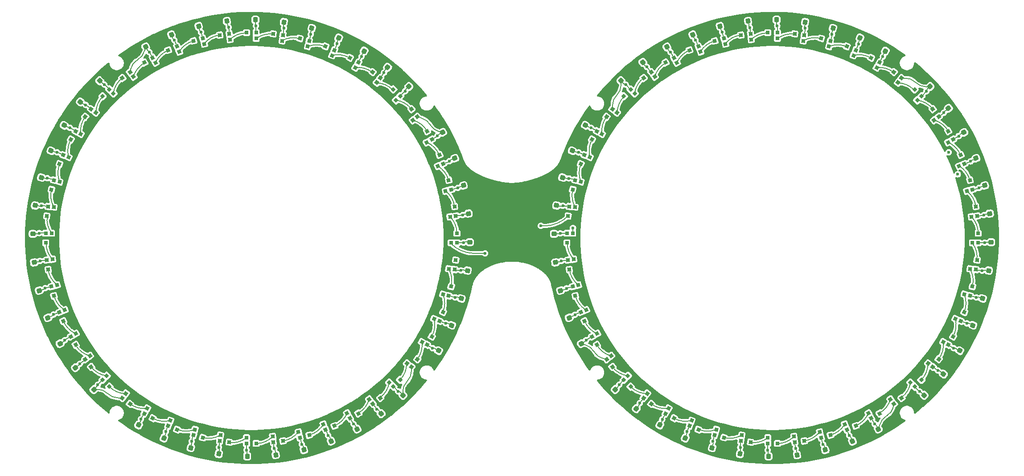
<source format=gtl>
G04 #@! TF.GenerationSoftware,KiCad,Pcbnew,8.0.4*
G04 #@! TF.CreationDate,2025-02-16T16:38:41+11:00*
G04 #@! TF.ProjectId,LGS_FrontPCB,4c47535f-4672-46f6-9e74-5043422e6b69,rev?*
G04 #@! TF.SameCoordinates,Original*
G04 #@! TF.FileFunction,Copper,L1,Top*
G04 #@! TF.FilePolarity,Positive*
%FSLAX46Y46*%
G04 Gerber Fmt 4.6, Leading zero omitted, Abs format (unit mm)*
G04 Created by KiCad (PCBNEW 8.0.4) date 2025-02-16 16:38:41*
%MOMM*%
%LPD*%
G01*
G04 APERTURE LIST*
G04 Aperture macros list*
%AMRoundRect*
0 Rectangle with rounded corners*
0 $1 Rounding radius*
0 $2 $3 $4 $5 $6 $7 $8 $9 X,Y pos of 4 corners*
0 Add a 4 corners polygon primitive as box body*
4,1,4,$2,$3,$4,$5,$6,$7,$8,$9,$2,$3,0*
0 Add four circle primitives for the rounded corners*
1,1,$1+$1,$2,$3*
1,1,$1+$1,$4,$5*
1,1,$1+$1,$6,$7*
1,1,$1+$1,$8,$9*
0 Add four rect primitives between the rounded corners*
20,1,$1+$1,$2,$3,$4,$5,0*
20,1,$1+$1,$4,$5,$6,$7,0*
20,1,$1+$1,$6,$7,$8,$9,0*
20,1,$1+$1,$8,$9,$2,$3,0*%
%AMRotRect*
0 Rectangle, with rotation*
0 The origin of the aperture is its center*
0 $1 length*
0 $2 width*
0 $3 Rotation angle, in degrees counterclockwise*
0 Add horizontal line*
21,1,$1,$2,0,0,$3*%
G04 Aperture macros list end*
G04 #@! TA.AperFunction,SMDPad,CuDef*
%ADD10RotRect,0.700000X0.700000X262.500000*%
G04 #@! TD*
G04 #@! TA.AperFunction,SMDPad,CuDef*
%ADD11RotRect,0.700000X0.700000X255.000000*%
G04 #@! TD*
G04 #@! TA.AperFunction,SMDPad,CuDef*
%ADD12RotRect,0.700000X0.700000X247.500000*%
G04 #@! TD*
G04 #@! TA.AperFunction,SMDPad,CuDef*
%ADD13RotRect,0.700000X0.700000X240.000000*%
G04 #@! TD*
G04 #@! TA.AperFunction,SMDPad,CuDef*
%ADD14RotRect,0.700000X0.700000X232.500000*%
G04 #@! TD*
G04 #@! TA.AperFunction,SMDPad,CuDef*
%ADD15RotRect,0.700000X0.700000X225.000000*%
G04 #@! TD*
G04 #@! TA.AperFunction,SMDPad,CuDef*
%ADD16RotRect,0.700000X0.700000X217.500000*%
G04 #@! TD*
G04 #@! TA.AperFunction,SMDPad,CuDef*
%ADD17RotRect,0.700000X0.700000X210.000000*%
G04 #@! TD*
G04 #@! TA.AperFunction,SMDPad,CuDef*
%ADD18RotRect,0.700000X0.700000X202.500000*%
G04 #@! TD*
G04 #@! TA.AperFunction,SMDPad,CuDef*
%ADD19RotRect,0.700000X0.700000X195.000000*%
G04 #@! TD*
G04 #@! TA.AperFunction,SMDPad,CuDef*
%ADD20RotRect,0.700000X0.700000X187.500000*%
G04 #@! TD*
G04 #@! TA.AperFunction,SMDPad,CuDef*
%ADD21R,0.700000X0.700000*%
G04 #@! TD*
G04 #@! TA.AperFunction,SMDPad,CuDef*
%ADD22RotRect,0.700000X0.700000X172.500000*%
G04 #@! TD*
G04 #@! TA.AperFunction,SMDPad,CuDef*
%ADD23RotRect,0.700000X0.700000X165.000000*%
G04 #@! TD*
G04 #@! TA.AperFunction,SMDPad,CuDef*
%ADD24RotRect,0.700000X0.700000X157.500000*%
G04 #@! TD*
G04 #@! TA.AperFunction,SMDPad,CuDef*
%ADD25RotRect,0.700000X0.700000X150.000000*%
G04 #@! TD*
G04 #@! TA.AperFunction,SMDPad,CuDef*
%ADD26RotRect,0.700000X0.700000X142.500000*%
G04 #@! TD*
G04 #@! TA.AperFunction,SMDPad,CuDef*
%ADD27RotRect,0.700000X0.700000X135.000000*%
G04 #@! TD*
G04 #@! TA.AperFunction,SMDPad,CuDef*
%ADD28RotRect,0.700000X0.700000X127.500000*%
G04 #@! TD*
G04 #@! TA.AperFunction,SMDPad,CuDef*
%ADD29RotRect,0.700000X0.700000X120.000000*%
G04 #@! TD*
G04 #@! TA.AperFunction,SMDPad,CuDef*
%ADD30RotRect,0.700000X0.700000X112.500000*%
G04 #@! TD*
G04 #@! TA.AperFunction,SMDPad,CuDef*
%ADD31RotRect,0.700000X0.700000X105.000000*%
G04 #@! TD*
G04 #@! TA.AperFunction,SMDPad,CuDef*
%ADD32RotRect,0.700000X0.700000X97.500000*%
G04 #@! TD*
G04 #@! TA.AperFunction,SMDPad,CuDef*
%ADD33RotRect,0.700000X0.700000X82.500000*%
G04 #@! TD*
G04 #@! TA.AperFunction,SMDPad,CuDef*
%ADD34RotRect,0.700000X0.700000X75.000000*%
G04 #@! TD*
G04 #@! TA.AperFunction,SMDPad,CuDef*
%ADD35RotRect,0.700000X0.700000X67.500000*%
G04 #@! TD*
G04 #@! TA.AperFunction,SMDPad,CuDef*
%ADD36RotRect,0.700000X0.700000X60.000000*%
G04 #@! TD*
G04 #@! TA.AperFunction,SMDPad,CuDef*
%ADD37RotRect,0.700000X0.700000X52.500000*%
G04 #@! TD*
G04 #@! TA.AperFunction,SMDPad,CuDef*
%ADD38RotRect,0.700000X0.700000X45.000000*%
G04 #@! TD*
G04 #@! TA.AperFunction,SMDPad,CuDef*
%ADD39RotRect,0.700000X0.700000X37.500000*%
G04 #@! TD*
G04 #@! TA.AperFunction,SMDPad,CuDef*
%ADD40RotRect,0.700000X0.700000X30.000000*%
G04 #@! TD*
G04 #@! TA.AperFunction,SMDPad,CuDef*
%ADD41RotRect,0.700000X0.700000X22.500000*%
G04 #@! TD*
G04 #@! TA.AperFunction,SMDPad,CuDef*
%ADD42RotRect,0.700000X0.700000X15.000000*%
G04 #@! TD*
G04 #@! TA.AperFunction,SMDPad,CuDef*
%ADD43RotRect,0.700000X0.700000X7.500000*%
G04 #@! TD*
G04 #@! TA.AperFunction,SMDPad,CuDef*
%ADD44RotRect,0.700000X0.700000X352.500000*%
G04 #@! TD*
G04 #@! TA.AperFunction,SMDPad,CuDef*
%ADD45RotRect,0.700000X0.700000X345.000000*%
G04 #@! TD*
G04 #@! TA.AperFunction,SMDPad,CuDef*
%ADD46RotRect,0.700000X0.700000X337.500000*%
G04 #@! TD*
G04 #@! TA.AperFunction,SMDPad,CuDef*
%ADD47RotRect,0.700000X0.700000X330.000000*%
G04 #@! TD*
G04 #@! TA.AperFunction,SMDPad,CuDef*
%ADD48RotRect,0.700000X0.700000X322.500000*%
G04 #@! TD*
G04 #@! TA.AperFunction,SMDPad,CuDef*
%ADD49RotRect,0.700000X0.700000X315.000000*%
G04 #@! TD*
G04 #@! TA.AperFunction,SMDPad,CuDef*
%ADD50RotRect,0.700000X0.700000X307.500000*%
G04 #@! TD*
G04 #@! TA.AperFunction,SMDPad,CuDef*
%ADD51RotRect,0.700000X0.700000X300.000000*%
G04 #@! TD*
G04 #@! TA.AperFunction,SMDPad,CuDef*
%ADD52RotRect,0.700000X0.700000X292.500000*%
G04 #@! TD*
G04 #@! TA.AperFunction,SMDPad,CuDef*
%ADD53RotRect,0.700000X0.700000X285.000000*%
G04 #@! TD*
G04 #@! TA.AperFunction,SMDPad,CuDef*
%ADD54RotRect,0.700000X0.700000X277.500000*%
G04 #@! TD*
G04 #@! TA.AperFunction,SMDPad,CuDef*
%ADD55RoundRect,0.225000X0.218493X-0.255707X0.277230X0.190444X-0.218493X0.255707X-0.277230X-0.190444X0*%
G04 #@! TD*
G04 #@! TA.AperFunction,SMDPad,CuDef*
%ADD56RoundRect,0.225000X0.183247X-0.282038X0.299716X0.152629X-0.183247X0.282038X-0.299716X-0.152629X0*%
G04 #@! TD*
G04 #@! TA.AperFunction,SMDPad,CuDef*
%ADD57RoundRect,0.225000X0.144866X-0.303544X0.317074X0.112202X-0.144866X0.303544X-0.317074X-0.112202X0*%
G04 #@! TD*
G04 #@! TA.AperFunction,SMDPad,CuDef*
%ADD58RoundRect,0.225000X0.104006X-0.319856X0.329006X0.069856X-0.104006X0.319856X-0.329006X-0.069856X0*%
G04 #@! TD*
G04 #@! TA.AperFunction,SMDPad,CuDef*
%ADD59RoundRect,0.225000X0.017678X-0.335876X0.335876X-0.017678X-0.017678X0.335876X-0.335876X0.017678X0*%
G04 #@! TD*
G04 #@! TA.AperFunction,SMDPad,CuDef*
%ADD60RoundRect,0.225000X-0.069856X-0.329006X0.319856X-0.104006X0.069856X0.329006X-0.319856X0.104006X0*%
G04 #@! TD*
G04 #@! TA.AperFunction,SMDPad,CuDef*
%ADD61RoundRect,0.225000X-0.112202X-0.317074X0.303544X-0.144866X0.112202X0.317074X-0.303544X0.144866X0*%
G04 #@! TD*
G04 #@! TA.AperFunction,SMDPad,CuDef*
%ADD62RoundRect,0.225000X-0.152629X-0.299716X0.282038X-0.183247X0.152629X0.299716X-0.282038X0.183247X0*%
G04 #@! TD*
G04 #@! TA.AperFunction,SMDPad,CuDef*
%ADD63RoundRect,0.225000X-0.190444X-0.277230X0.255707X-0.218493X0.190444X0.277230X-0.255707X0.218493X0*%
G04 #@! TD*
G04 #@! TA.AperFunction,SMDPad,CuDef*
%ADD64RoundRect,0.225000X-0.225000X-0.250000X0.225000X-0.250000X0.225000X0.250000X-0.225000X0.250000X0*%
G04 #@! TD*
G04 #@! TA.AperFunction,SMDPad,CuDef*
%ADD65RoundRect,0.225000X-0.255707X-0.218493X0.190444X-0.277230X0.255707X0.218493X-0.190444X0.277230X0*%
G04 #@! TD*
G04 #@! TA.AperFunction,SMDPad,CuDef*
%ADD66RoundRect,0.225000X-0.282038X-0.183247X0.152629X-0.299716X0.282038X0.183247X-0.152629X0.299716X0*%
G04 #@! TD*
G04 #@! TA.AperFunction,SMDPad,CuDef*
%ADD67RoundRect,0.225000X-0.303544X-0.144866X0.112202X-0.317074X0.303544X0.144866X-0.112202X0.317074X0*%
G04 #@! TD*
G04 #@! TA.AperFunction,SMDPad,CuDef*
%ADD68RoundRect,0.225000X-0.319856X-0.104006X0.069856X-0.329006X0.319856X0.104006X-0.069856X0.329006X0*%
G04 #@! TD*
G04 #@! TA.AperFunction,SMDPad,CuDef*
%ADD69RoundRect,0.225000X-0.335876X-0.017678X-0.017678X-0.335876X0.335876X0.017678X0.017678X0.335876X0*%
G04 #@! TD*
G04 #@! TA.AperFunction,SMDPad,CuDef*
%ADD70RoundRect,0.225000X-0.335310X0.026314X-0.061367X-0.330695X0.335310X-0.026314X0.061367X0.330695X0*%
G04 #@! TD*
G04 #@! TA.AperFunction,SMDPad,CuDef*
%ADD71RoundRect,0.225000X-0.329006X0.069856X-0.104006X-0.319856X0.329006X-0.069856X0.104006X0.319856X0*%
G04 #@! TD*
G04 #@! TA.AperFunction,SMDPad,CuDef*
%ADD72RoundRect,0.225000X-0.317074X0.112202X-0.144866X-0.303544X0.317074X-0.112202X0.144866X0.303544X0*%
G04 #@! TD*
G04 #@! TA.AperFunction,SMDPad,CuDef*
%ADD73RoundRect,0.225000X-0.299716X0.152629X-0.183247X-0.282038X0.299716X-0.152629X0.183247X0.282038X0*%
G04 #@! TD*
G04 #@! TA.AperFunction,SMDPad,CuDef*
%ADD74RoundRect,0.225000X-0.277230X0.190444X-0.218493X-0.255707X0.277230X-0.190444X0.218493X0.255707X0*%
G04 #@! TD*
G04 #@! TA.AperFunction,SMDPad,CuDef*
%ADD75RoundRect,0.225000X-0.250000X0.225000X-0.250000X-0.225000X0.250000X-0.225000X0.250000X0.225000X0*%
G04 #@! TD*
G04 #@! TA.AperFunction,SMDPad,CuDef*
%ADD76RoundRect,0.225000X-0.218493X0.255707X-0.277230X-0.190444X0.218493X-0.255707X0.277230X0.190444X0*%
G04 #@! TD*
G04 #@! TA.AperFunction,SMDPad,CuDef*
%ADD77RoundRect,0.225000X-0.183247X0.282038X-0.299716X-0.152629X0.183247X-0.282038X0.299716X0.152629X0*%
G04 #@! TD*
G04 #@! TA.AperFunction,SMDPad,CuDef*
%ADD78RoundRect,0.225000X-0.144866X0.303544X-0.317074X-0.112202X0.144866X-0.303544X0.317074X0.112202X0*%
G04 #@! TD*
G04 #@! TA.AperFunction,SMDPad,CuDef*
%ADD79RoundRect,0.225000X-0.104006X0.319856X-0.329006X-0.069856X0.104006X-0.319856X0.329006X0.069856X0*%
G04 #@! TD*
G04 #@! TA.AperFunction,SMDPad,CuDef*
%ADD80RoundRect,0.225000X-0.061367X0.330695X-0.335310X-0.026314X0.061367X-0.330695X0.335310X0.026314X0*%
G04 #@! TD*
G04 #@! TA.AperFunction,SMDPad,CuDef*
%ADD81RoundRect,0.225000X-0.017678X0.335876X-0.335876X0.017678X0.017678X-0.335876X0.335876X-0.017678X0*%
G04 #@! TD*
G04 #@! TA.AperFunction,SMDPad,CuDef*
%ADD82RoundRect,0.225000X0.069856X0.329006X-0.319856X0.104006X-0.069856X-0.329006X0.319856X-0.104006X0*%
G04 #@! TD*
G04 #@! TA.AperFunction,SMDPad,CuDef*
%ADD83RoundRect,0.225000X0.112202X0.317074X-0.303544X0.144866X-0.112202X-0.317074X0.303544X-0.144866X0*%
G04 #@! TD*
G04 #@! TA.AperFunction,SMDPad,CuDef*
%ADD84RoundRect,0.225000X0.152629X0.299716X-0.282038X0.183247X-0.152629X-0.299716X0.282038X-0.183247X0*%
G04 #@! TD*
G04 #@! TA.AperFunction,SMDPad,CuDef*
%ADD85RoundRect,0.225000X0.190444X0.277230X-0.255707X0.218493X-0.190444X-0.277230X0.255707X-0.218493X0*%
G04 #@! TD*
G04 #@! TA.AperFunction,SMDPad,CuDef*
%ADD86RoundRect,0.225000X0.225000X0.250000X-0.225000X0.250000X-0.225000X-0.250000X0.225000X-0.250000X0*%
G04 #@! TD*
G04 #@! TA.AperFunction,SMDPad,CuDef*
%ADD87RoundRect,0.225000X0.255707X0.218493X-0.190444X0.277230X-0.255707X-0.218493X0.190444X-0.277230X0*%
G04 #@! TD*
G04 #@! TA.AperFunction,SMDPad,CuDef*
%ADD88RoundRect,0.225000X0.282038X0.183247X-0.152629X0.299716X-0.282038X-0.183247X0.152629X-0.299716X0*%
G04 #@! TD*
G04 #@! TA.AperFunction,SMDPad,CuDef*
%ADD89RoundRect,0.225000X0.303544X0.144866X-0.112202X0.317074X-0.303544X-0.144866X0.112202X-0.317074X0*%
G04 #@! TD*
G04 #@! TA.AperFunction,SMDPad,CuDef*
%ADD90RoundRect,0.225000X0.319856X0.104006X-0.069856X0.329006X-0.319856X-0.104006X0.069856X-0.329006X0*%
G04 #@! TD*
G04 #@! TA.AperFunction,SMDPad,CuDef*
%ADD91RoundRect,0.225000X0.330695X0.061367X-0.026314X0.335310X-0.330695X-0.061367X0.026314X-0.335310X0*%
G04 #@! TD*
G04 #@! TA.AperFunction,SMDPad,CuDef*
%ADD92RoundRect,0.225000X0.335876X0.017678X0.017678X0.335876X-0.335876X-0.017678X-0.017678X-0.335876X0*%
G04 #@! TD*
G04 #@! TA.AperFunction,SMDPad,CuDef*
%ADD93RoundRect,0.225000X0.329006X-0.069856X0.104006X0.319856X-0.329006X0.069856X-0.104006X-0.319856X0*%
G04 #@! TD*
G04 #@! TA.AperFunction,SMDPad,CuDef*
%ADD94RoundRect,0.225000X0.317074X-0.112202X0.144866X0.303544X-0.317074X0.112202X-0.144866X-0.303544X0*%
G04 #@! TD*
G04 #@! TA.AperFunction,SMDPad,CuDef*
%ADD95RoundRect,0.225000X0.299716X-0.152629X0.183247X0.282038X-0.299716X0.152629X-0.183247X-0.282038X0*%
G04 #@! TD*
G04 #@! TA.AperFunction,SMDPad,CuDef*
%ADD96RoundRect,0.225000X0.277230X-0.190444X0.218493X0.255707X-0.277230X0.190444X-0.218493X-0.255707X0*%
G04 #@! TD*
G04 #@! TA.AperFunction,SMDPad,CuDef*
%ADD97RoundRect,0.225000X0.250000X-0.225000X0.250000X0.225000X-0.250000X0.225000X-0.250000X-0.225000X0*%
G04 #@! TD*
G04 #@! TA.AperFunction,SMDPad,CuDef*
%ADD98RoundRect,0.225000X0.335310X-0.026314X0.061367X0.330695X-0.335310X0.026314X-0.061367X-0.330695X0*%
G04 #@! TD*
G04 #@! TA.AperFunction,SMDPad,CuDef*
%ADD99RoundRect,0.225000X-0.330695X-0.061367X0.026314X-0.335310X0.330695X0.061367X-0.026314X0.335310X0*%
G04 #@! TD*
G04 #@! TA.AperFunction,SMDPad,CuDef*
%ADD100RoundRect,0.225000X-0.026314X-0.335310X0.330695X-0.061367X0.026314X0.335310X-0.330695X0.061367X0*%
G04 #@! TD*
G04 #@! TA.AperFunction,SMDPad,CuDef*
%ADD101RoundRect,0.225000X0.061367X-0.330695X0.335310X0.026314X-0.061367X0.330695X-0.335310X-0.026314X0*%
G04 #@! TD*
G04 #@! TA.AperFunction,SMDPad,CuDef*
%ADD102RoundRect,0.225000X0.026314X0.335310X-0.330695X0.061367X-0.026314X-0.335310X0.330695X-0.061367X0*%
G04 #@! TD*
G04 #@! TA.AperFunction,ViaPad*
%ADD103C,0.600000*%
G04 #@! TD*
G04 #@! TA.AperFunction,ViaPad*
%ADD104C,1.000000*%
G04 #@! TD*
G04 #@! TA.AperFunction,Conductor*
%ADD105C,0.200000*%
G04 #@! TD*
G04 APERTURE END LIST*
D10*
X-60403510Y-6004220D03*
X-61494094Y-5860645D03*
X-61255236Y-4046298D03*
X-60164652Y-4189873D03*
D11*
X-61517416Y-10990707D03*
X-62579930Y-10706010D03*
X-62106296Y-8938361D03*
X-61043782Y-9223058D03*
D12*
X-63272659Y-15789138D03*
X-64288923Y-15368192D03*
X-63588617Y-13677488D03*
X-62572353Y-14098434D03*
D13*
X-65639207Y-20317414D03*
X-66591833Y-19767420D03*
X-65676837Y-18182588D03*
X-64724211Y-18732582D03*
D14*
X-68576568Y-24498053D03*
X-69449256Y-23828422D03*
X-68335226Y-22376579D03*
X-67462538Y-23046210D03*
D15*
X-72034480Y-28259521D03*
X-72812297Y-27481711D03*
X-71518294Y-26187699D03*
X-70740477Y-26965509D03*
D16*
X-75953784Y-31537465D03*
X-76623422Y-30664783D03*
X-75171586Y-29550743D03*
X-74501948Y-30423425D03*
D17*
X-80267411Y-34275792D03*
X-80817412Y-33323171D03*
X-79232585Y-32408164D03*
X-78682584Y-33360785D03*
D18*
X-84901560Y-36427651D03*
X-85322512Y-35411390D03*
X-83631812Y-34711073D03*
X-83210860Y-35727334D03*
D19*
X-89776937Y-37956224D03*
X-90061638Y-36893709D03*
X-88293993Y-36420066D03*
X-88009292Y-37482581D03*
D20*
X-94810123Y-38835354D03*
X-94953704Y-37744771D03*
X-93139357Y-37505902D03*
X-92995776Y-38596485D03*
D21*
X-99915000Y-39050000D03*
X-99915003Y-37950006D03*
X-98085000Y-37950000D03*
X-98084997Y-39049994D03*
D22*
X-105004218Y-38596491D03*
X-104860643Y-37505907D03*
X-103046296Y-37744765D03*
X-103189871Y-38835349D03*
D23*
X-109990705Y-37482585D03*
X-109706008Y-36420071D03*
X-107938359Y-36893705D03*
X-108223056Y-37956219D03*
D24*
X-114789136Y-35727342D03*
X-114368190Y-34711078D03*
X-112677486Y-35411384D03*
X-113098432Y-36427648D03*
D25*
X-119317412Y-33360794D03*
X-118767418Y-32408168D03*
X-117182586Y-33323164D03*
X-117732580Y-34275790D03*
D26*
X-123498052Y-30423433D03*
X-122828421Y-29550745D03*
X-121376578Y-30664775D03*
X-122046209Y-31537463D03*
D27*
X-127259521Y-26965520D03*
X-126481711Y-26187703D03*
X-125187699Y-27481706D03*
X-125965509Y-28259523D03*
D28*
X-130537464Y-23046217D03*
X-129664782Y-22376579D03*
X-128550742Y-23828415D03*
X-129423424Y-24498053D03*
D29*
X-133275792Y-18732587D03*
X-132323171Y-18182586D03*
X-131408164Y-19767413D03*
X-132360785Y-20317414D03*
D30*
X-135427651Y-14098439D03*
X-134411390Y-13677487D03*
X-133711073Y-15368187D03*
X-134727334Y-15789139D03*
D31*
X-136956223Y-9223062D03*
X-135893708Y-8938361D03*
X-135420065Y-10706006D03*
X-136482580Y-10990707D03*
D32*
X-137835353Y-4189876D03*
X-136744770Y-4046295D03*
X-136505901Y-5860642D03*
X-137596484Y-6004223D03*
D21*
X-138050000Y915000D03*
X-136950006Y915003D03*
X-136950000Y-915000D03*
X-138049994Y-915003D03*
D33*
X-137596490Y6004219D03*
X-136505906Y5860644D03*
X-136744764Y4046297D03*
X-137835348Y4189872D03*
D34*
X-136482584Y10990706D03*
X-135420070Y10706009D03*
X-135893704Y8938360D03*
X-136956218Y9223057D03*
D35*
X-134727341Y15789137D03*
X-133711077Y15368191D03*
X-134411383Y13677487D03*
X-135427647Y14098433D03*
D36*
X-132360793Y20317413D03*
X-131408167Y19767419D03*
X-132323163Y18182587D03*
X-133275789Y18732581D03*
D37*
X-129423434Y24498051D03*
X-128550746Y23828420D03*
X-129664776Y22376577D03*
X-130537464Y23046208D03*
D38*
X-125965518Y28259522D03*
X-125187701Y27481712D03*
X-126481704Y26187700D03*
X-127259521Y26965510D03*
D39*
X-122046218Y31537464D03*
X-121376580Y30664782D03*
X-122828416Y29550742D03*
X-123498054Y30423424D03*
D40*
X-117732586Y34275792D03*
X-117182585Y33323171D03*
X-118767412Y32408164D03*
X-119317413Y33360785D03*
D41*
X-113098438Y36427651D03*
X-112677486Y35411390D03*
X-114368186Y34711073D03*
X-114789138Y35727334D03*
D42*
X-108223061Y37956223D03*
X-107938360Y36893708D03*
X-109706005Y36420065D03*
X-109990706Y37482580D03*
D43*
X-103189875Y38835353D03*
X-103046294Y37744770D03*
X-104860641Y37505901D03*
X-105004222Y38596484D03*
D21*
X-98085000Y39050000D03*
X-98084997Y37950006D03*
X-99915000Y37950000D03*
X-99915003Y39049994D03*
D44*
X-92995781Y38596490D03*
X-93139356Y37505906D03*
X-94953703Y37744764D03*
X-94810128Y38835348D03*
D45*
X-88009294Y37482584D03*
X-88293991Y36420070D03*
X-90061640Y36893704D03*
X-89776943Y37956218D03*
D46*
X-83210863Y35727341D03*
X-83631809Y34711077D03*
X-85322513Y35411383D03*
X-84901567Y36427647D03*
D47*
X-78682587Y33360793D03*
X-79232581Y32408167D03*
X-80817413Y33323163D03*
X-80267419Y34275789D03*
D48*
X-74501949Y30423434D03*
X-75171580Y29550746D03*
X-76623423Y30664776D03*
X-75953792Y31537464D03*
D49*
X-70740478Y26965518D03*
X-71518288Y26187701D03*
X-72812300Y27481704D03*
X-72034490Y28259521D03*
D50*
X-67462536Y23046218D03*
X-68335218Y22376580D03*
X-69449258Y23828416D03*
X-68576576Y24498054D03*
D51*
X-64724208Y18732587D03*
X-65676829Y18182586D03*
X-66591836Y19767413D03*
X-65639215Y20317414D03*
D52*
X-62572349Y14098438D03*
X-63588610Y13677486D03*
X-64288927Y15368186D03*
X-63272666Y15789138D03*
D53*
X-61043777Y9223061D03*
X-62106292Y8938360D03*
X-62579935Y10706005D03*
X-61517420Y10990706D03*
D54*
X-60164647Y4189875D03*
X-61255230Y4046294D03*
X-61494099Y5860641D03*
X-60403516Y6004222D03*
D21*
X-59950000Y-915000D03*
X-61049994Y-915003D03*
X-61050000Y915000D03*
X-59950006Y915003D03*
D33*
X-38596487Y6004219D03*
X-37505900Y5860643D03*
X-37744767Y4046297D03*
X-38835354Y4189873D03*
D34*
X-37482584Y10990706D03*
X-36420063Y10706005D03*
X-36893704Y8938360D03*
X-37956225Y9223061D03*
D35*
X-35727340Y15789137D03*
X-34711071Y15368186D03*
X-35411384Y13677487D03*
X-36427653Y14098438D03*
D36*
X-33360793Y20317413D03*
X-32408163Y19767412D03*
X-33323163Y18182587D03*
X-34275793Y18732588D03*
D37*
X-30423432Y24498051D03*
X-29550741Y23828414D03*
X-30664774Y22376577D03*
X-31537465Y23046214D03*
D38*
X-26965518Y28259522D03*
X-26187698Y27481704D03*
X-27481704Y26187700D03*
X-28259524Y26965518D03*
D39*
X-23046216Y31537462D03*
X-22376578Y30664773D03*
X-23828416Y29550742D03*
X-24498054Y30423431D03*
D40*
X-18732589Y34275792D03*
X-18182585Y33323164D03*
X-19767411Y32408164D03*
X-20317415Y33360792D03*
D41*
X-14098437Y36427649D03*
X-13677485Y35411383D03*
X-15368187Y34711075D03*
X-15789139Y35727341D03*
D42*
X-9223061Y37956223D03*
X-8938359Y36893705D03*
X-10706005Y36420065D03*
X-10990707Y37482583D03*
D43*
X-4189875Y38835353D03*
X-4046296Y37744762D03*
X-5860641Y37505901D03*
X-6004220Y38596492D03*
D21*
X915000Y39050000D03*
X915001Y37949998D03*
X-915000Y37950000D03*
X-915001Y39050002D03*
D44*
X6004219Y38596487D03*
X5860643Y37505900D03*
X4046297Y37744767D03*
X4189873Y38835354D03*
D45*
X10990706Y37482584D03*
X10706005Y36420063D03*
X8938360Y36893704D03*
X9223061Y37956225D03*
D46*
X15789137Y35727340D03*
X15368186Y34711071D03*
X13677487Y35411384D03*
X14098438Y36427653D03*
D47*
X20317413Y33360793D03*
X19767412Y32408163D03*
X18182587Y33323163D03*
X18732588Y34275793D03*
D48*
X24498051Y30423432D03*
X23828414Y29550741D03*
X22376577Y30664774D03*
X23046214Y31537465D03*
D49*
X28259522Y26965518D03*
X27481704Y26187698D03*
X26187700Y27481704D03*
X26965518Y28259524D03*
D50*
X31537462Y23046216D03*
X30664773Y22376578D03*
X29550742Y23828416D03*
X30423431Y24498054D03*
D51*
X34275792Y18732589D03*
X33323164Y18182585D03*
X32408164Y19767411D03*
X33360792Y20317415D03*
D52*
X36427649Y14098437D03*
X35411383Y13677485D03*
X34711075Y15368187D03*
X35727341Y15789139D03*
D53*
X37956223Y9223061D03*
X36893705Y8938359D03*
X36420065Y10706005D03*
X37482583Y10990707D03*
D54*
X38835353Y4189875D03*
X37744762Y4046296D03*
X37505901Y5860641D03*
X38596492Y6004220D03*
D21*
X39050000Y-915000D03*
X37949998Y-915001D03*
X37950000Y915000D03*
X39050002Y915001D03*
D10*
X38596487Y-6004219D03*
X37505900Y-5860643D03*
X37744767Y-4046297D03*
X38835354Y-4189873D03*
D11*
X37482584Y-10990706D03*
X36420063Y-10706005D03*
X36893704Y-8938360D03*
X37956225Y-9223061D03*
D12*
X35727340Y-15789137D03*
X34711071Y-15368186D03*
X35411384Y-13677487D03*
X36427653Y-14098438D03*
D13*
X33360793Y-20317412D03*
X32408163Y-19767411D03*
X33323163Y-18182586D03*
X34275793Y-18732587D03*
D14*
X30423432Y-24498051D03*
X29550741Y-23828414D03*
X30664774Y-22376577D03*
X31537465Y-23046214D03*
D15*
X26965518Y-28259522D03*
X26187698Y-27481704D03*
X27481704Y-26187700D03*
X28259524Y-26965518D03*
D16*
X23046216Y-31537462D03*
X22376578Y-30664773D03*
X23828416Y-29550742D03*
X24498054Y-30423431D03*
D17*
X18732588Y-34275792D03*
X18182584Y-33323164D03*
X19767410Y-32408164D03*
X20317414Y-33360792D03*
D18*
X14098437Y-36427649D03*
X13677485Y-35411383D03*
X15368187Y-34711075D03*
X15789139Y-35727341D03*
D19*
X9223061Y-37956223D03*
X8938359Y-36893705D03*
X10706005Y-36420065D03*
X10990707Y-37482583D03*
D20*
X4189875Y-38835353D03*
X4046296Y-37744762D03*
X5860641Y-37505901D03*
X6004220Y-38596492D03*
D21*
X-915000Y-39050000D03*
X-915001Y-37949998D03*
X915000Y-37950000D03*
X915001Y-39050002D03*
D22*
X-6004219Y-38596487D03*
X-5860643Y-37505900D03*
X-4046297Y-37744767D03*
X-4189873Y-38835354D03*
D23*
X-10990706Y-37482584D03*
X-10706005Y-36420063D03*
X-8938360Y-36893704D03*
X-9223061Y-37956225D03*
D24*
X-15789137Y-35727340D03*
X-15368186Y-34711071D03*
X-13677487Y-35411384D03*
X-14098438Y-36427653D03*
D25*
X-20317413Y-33360793D03*
X-19767412Y-32408163D03*
X-18182587Y-33323163D03*
X-18732588Y-34275793D03*
D26*
X-24498051Y-30423432D03*
X-23828414Y-29550741D03*
X-22376577Y-30664774D03*
X-23046214Y-31537465D03*
D27*
X-28259522Y-26965518D03*
X-27481704Y-26187698D03*
X-26187700Y-27481704D03*
X-26965518Y-28259524D03*
D28*
X-31537462Y-23046216D03*
X-30664773Y-22376578D03*
X-29550742Y-23828416D03*
X-30423431Y-24498054D03*
D29*
X-34275792Y-18732588D03*
X-33323164Y-18182584D03*
X-32408164Y-19767410D03*
X-33360792Y-20317414D03*
D30*
X-36427649Y-14098437D03*
X-35411383Y-13677485D03*
X-34711075Y-15368187D03*
X-35727341Y-15789139D03*
D31*
X-37956223Y-9223061D03*
X-36893705Y-8938359D03*
X-36420065Y-10706005D03*
X-37482583Y-10990707D03*
D32*
X-38835353Y-4189875D03*
X-37744762Y-4046296D03*
X-37505901Y-5860641D03*
X-38596492Y-6004220D03*
D21*
X-39050000Y915000D03*
X-37949998Y915001D03*
X-37950000Y-915000D03*
X-39050002Y-915001D03*
D55*
X-57753884Y-4648465D03*
X-57956200Y-6185205D03*
D56*
X-58713494Y-9992395D03*
X-59114664Y-11489581D03*
D57*
X-60362420Y-15165353D03*
X-60955580Y-16597367D03*
D58*
X-62672446Y-20078828D03*
X-63447446Y-21421168D03*
D59*
X-69107060Y-28796921D03*
X-70203076Y-29892937D03*
D60*
X-77578829Y-35552552D03*
X-78921169Y-36327552D03*
D61*
X-82402629Y-38044419D03*
X-83834643Y-38637579D03*
D62*
X-87510415Y-39885335D03*
X-89007601Y-40286505D03*
D63*
X-92814791Y-41043802D03*
X-94351531Y-41246118D03*
D64*
X-98224998Y-41499998D03*
X-99774998Y-41499998D03*
D65*
X-103648464Y-41246116D03*
X-105185204Y-41043800D03*
D66*
X-108992395Y-40286505D03*
X-110489581Y-39885335D03*
D67*
X-114165353Y-38637579D03*
X-115597367Y-38044419D03*
D68*
X-119078827Y-36327553D03*
X-120421167Y-35552553D03*
D69*
X-127796920Y-29892939D03*
X-128892936Y-28796923D03*
D70*
X-131452370Y-25878448D03*
X-132395950Y-24648750D03*
D71*
X-134552550Y-21421168D03*
X-135327550Y-20078828D03*
D72*
X-137044416Y-16597368D03*
X-137637576Y-15165354D03*
D73*
X-138885332Y-11489583D03*
X-139286502Y-9992397D03*
D74*
X-140043800Y-6185207D03*
X-140246116Y-4648467D03*
D75*
X-140499998Y-775002D03*
X-140499998Y774998D03*
D76*
X-140246115Y4648465D03*
X-140043799Y6185205D03*
D77*
X-139286503Y9992395D03*
X-138885333Y11489581D03*
D78*
X-137637577Y15165353D03*
X-137044417Y16597367D03*
D79*
X-135327551Y20078827D03*
X-134552551Y21421167D03*
D80*
X-132395951Y24648747D03*
X-131452371Y25878445D03*
D81*
X-128892937Y28796920D03*
X-127796921Y29892936D03*
D82*
X-120421169Y35552551D03*
X-119078829Y36327551D03*
D83*
X-115597369Y38044417D03*
X-114165355Y38637577D03*
D84*
X-110489583Y39885333D03*
X-108992397Y40286503D03*
D85*
X-105185209Y41043802D03*
X-103648469Y41246118D03*
D86*
X-99775002Y41499998D03*
X-98225002Y41499998D03*
D87*
X-94351535Y41246115D03*
X-92814795Y41043799D03*
D88*
X-89007605Y40286503D03*
X-87510419Y39885333D03*
D89*
X-83834647Y38637577D03*
X-82402633Y38044417D03*
D90*
X-78921173Y36327551D03*
X-77578833Y35552551D03*
D91*
X-74351253Y33395951D03*
X-73121555Y32452371D03*
D92*
X-70203080Y29892937D03*
X-69107064Y28796921D03*
D93*
X-63447450Y21421168D03*
X-62672450Y20078828D03*
D94*
X-60955583Y16597369D03*
X-60362423Y15165355D03*
D95*
X-59114667Y11489583D03*
X-58713497Y9992397D03*
D96*
X-57956198Y6185209D03*
X-57753882Y4648469D03*
D97*
X-57500002Y775002D03*
X-57500002Y-774998D03*
D76*
X-41246119Y4648467D03*
X-41043803Y6185207D03*
D77*
X-40286505Y9992398D03*
X-39885335Y11489584D03*
D78*
X-38637579Y15165356D03*
X-38044419Y16597370D03*
D79*
X-36327553Y20078830D03*
X-35552553Y21421170D03*
D81*
X-29892938Y28796923D03*
X-28796922Y29892939D03*
D82*
X-21421169Y35552554D03*
X-20078829Y36327554D03*
D83*
X-16597368Y38044419D03*
X-15165354Y38637579D03*
D84*
X-11489582Y39885335D03*
X-9992396Y40286505D03*
D85*
X-6185205Y41043802D03*
X-4648465Y41246118D03*
D86*
X-774999Y41499999D03*
X775001Y41499999D03*
D87*
X4648467Y41246119D03*
X6185207Y41043803D03*
D88*
X9992398Y40286505D03*
X11489584Y39885335D03*
D89*
X15165356Y38637579D03*
X16597370Y38044419D03*
D90*
X20078830Y36327553D03*
X21421170Y35552553D03*
D92*
X28796923Y29892938D03*
X29892939Y28796922D03*
D98*
X32452373Y25878447D03*
X33395953Y24648749D03*
D93*
X35552554Y21421169D03*
X36327554Y20078829D03*
D94*
X38044419Y16597368D03*
X38637579Y15165354D03*
D95*
X39885335Y11489582D03*
X40286505Y9992396D03*
D96*
X41043802Y6185205D03*
X41246118Y4648465D03*
D97*
X41499999Y774999D03*
X41499999Y-775001D03*
D55*
X41246119Y-4648467D03*
X41043803Y-6185207D03*
D56*
X40286505Y-9992398D03*
X39885335Y-11489584D03*
D57*
X38637579Y-15165356D03*
X38044419Y-16597370D03*
D58*
X36327554Y-20078830D03*
X35552554Y-21421170D03*
D59*
X29892938Y-28796923D03*
X28796922Y-29892939D03*
D60*
X21421168Y-35552553D03*
X20078828Y-36327553D03*
D61*
X16597368Y-38044419D03*
X15165354Y-38637579D03*
D62*
X11489582Y-39885335D03*
X9992396Y-40286505D03*
D63*
X6185205Y-41043802D03*
X4648465Y-41246118D03*
D64*
X774999Y-41499999D03*
X-775001Y-41499999D03*
D65*
X-4648467Y-41246119D03*
X-6185207Y-41043803D03*
D66*
X-9992398Y-40286505D03*
X-11489584Y-39885335D03*
D67*
X-15165356Y-38637579D03*
X-16597370Y-38044419D03*
D68*
X-20078830Y-36327553D03*
X-21421170Y-35552553D03*
D99*
X-24648750Y-33395952D03*
X-25878448Y-32452372D03*
D69*
X-28796923Y-29892938D03*
X-29892939Y-28796922D03*
D71*
X-35552553Y-21421168D03*
X-36327553Y-20078828D03*
D72*
X-38044419Y-16597368D03*
X-38637579Y-15165354D03*
D73*
X-39885335Y-11489582D03*
X-40286505Y-9992396D03*
D74*
X-41043802Y-6185205D03*
X-41246118Y-4648465D03*
D75*
X-41499999Y775001D03*
X-41499999Y-774999D03*
D100*
X-73121551Y-32452371D03*
X-74351249Y-33395951D03*
D101*
X33395952Y-24648750D03*
X32452372Y-25878448D03*
D102*
X-25878447Y32452373D03*
X-24648749Y33395953D03*
D103*
X33435000Y16307000D03*
X35173000Y12111000D03*
X36387000Y7734000D03*
X-54600000Y-2897749D03*
D104*
X37200000Y2500000D03*
X39300000Y7700000D03*
D103*
X-131550784Y-23893310D03*
X-75166054Y-32519600D03*
X-73789853Y31437859D03*
X-130437860Y25310146D03*
X-128149449Y-27874997D03*
X-139298226Y924999D03*
X-139138861Y-4343817D03*
X-98113224Y40361212D03*
X-126898231Y29176192D03*
X-138829398Y6165611D03*
X-135858815Y16289498D03*
X-60298226Y-11275001D03*
X-82698226Y36924999D03*
X-61392518Y14588331D03*
X-58881102Y4361679D03*
X-69798226Y27924999D03*
X-134422087Y-19406098D03*
X-94629400Y-40015630D03*
X-103317822Y40058945D03*
X-63648769Y19411773D03*
X-59798226Y9524999D03*
X-79611515Y-35324488D03*
X-137723829Y11369334D03*
X-87698226Y38724999D03*
X-133474384Y20982368D03*
X-84417861Y-37522330D03*
X-105138857Y-39806178D03*
X-89397071Y-39215862D03*
X-99934441Y-40311215D03*
X-58698226Y-875001D03*
X-118384983Y35374447D03*
X-110340861Y-38651158D03*
X-59198226Y-6175001D03*
X-138142580Y-9549391D03*
X-136545547Y-14555396D03*
X-92798226Y39924999D03*
X-64584953Y-20924492D03*
X-62078607Y-16222336D03*
X-119955591Y-34451158D03*
X-115245542Y-36794600D03*
X-78048771Y34538251D03*
X-108572636Y39169334D03*
X-113625940Y37652716D03*
X-71099999Y-29150003D03*
X-39831172Y6140612D03*
X-38725603Y11344335D03*
X-36860589Y16264499D03*
X-34476158Y20957369D03*
X-27900005Y29151193D03*
X-23893323Y32550756D03*
X-19386757Y35349448D03*
X-14627714Y37627717D03*
X-9574410Y39144335D03*
X-4319596Y40033946D03*
X885002Y40336213D03*
X6200000Y39900000D03*
X11300000Y38700000D03*
X16300000Y36900000D03*
X20949455Y34513252D03*
X29200000Y27900000D03*
X32500000Y23800000D03*
X35349457Y19386774D03*
X37605708Y14563332D03*
X39200000Y9500000D03*
X40117124Y4336680D03*
X40300000Y-900000D03*
X39800000Y-6200000D03*
X38700000Y-11300000D03*
X36919619Y-16247335D03*
X34413273Y-20949491D03*
X31400000Y-25200000D03*
X27898227Y-29175002D03*
X19386711Y-35349487D03*
X14580365Y-37547329D03*
X9601155Y-39240861D03*
X4368826Y-40040629D03*
X-936215Y-40336214D03*
X-6140631Y-39831177D03*
X-11342635Y-38676157D03*
X-16247316Y-36819599D03*
X-20957365Y-34476157D03*
X-25250779Y-31406683D03*
X-29151223Y-27899996D03*
X-35423861Y-19431097D03*
X-37547321Y-14580395D03*
X-39144354Y-9574390D03*
X-40140635Y-4368816D03*
X-40300000Y900000D03*
X-37900000Y1900000D03*
X-44000000Y2302449D03*
D105*
X-29700000Y27000000D02*
G75*
G03*
X-30373775Y25373331I1626693J-1626660D01*
G01*
X-28747270Y29258652D02*
G75*
G02*
X-29670698Y27029292I-3152788J-5D01*
G01*
X-29670698Y27029292D02*
X-29700000Y27000000D01*
X-30373775Y25373331D02*
X-30373780Y24536357D01*
X-28747272Y29931237D02*
X-28747270Y29258652D01*
X27000000Y29700000D02*
G75*
G03*
X25373331Y30373801I-1626700J-1626700D01*
G01*
X29258653Y28747270D02*
G75*
G02*
X27029280Y29670686I-53J3152730D01*
G01*
X27029292Y29670698D02*
X27000000Y29700000D01*
X25373331Y30373775D02*
X24536358Y30373781D01*
X29931237Y28747272D02*
X29258653Y28747270D01*
X22871830Y-32303145D02*
X23088460Y-31494690D01*
X21764115Y-33720710D02*
X21800000Y-33700000D01*
X20121075Y-36284773D02*
X20295151Y-35635108D01*
X21800000Y-33700000D02*
G75*
G03*
X22871837Y-32303147I-1150300J1992300D01*
G01*
X20295151Y-35635108D02*
G75*
G02*
X21764117Y-33720714I3045349J-815992D01*
G01*
X-33812971Y-21714363D02*
X-33792261Y-21750248D01*
X-32395406Y-22822078D02*
X-31586951Y-23038709D01*
X-36377034Y-20071323D02*
X-35727371Y-20245398D01*
X-33792261Y-21750248D02*
G75*
G03*
X-32395406Y-22822078I1992252J1150253D01*
G01*
X-35727371Y-20245398D02*
G75*
G02*
X-33812971Y-21714363I-816008J-3045381D01*
G01*
X-119231031Y35714399D02*
G75*
G02*
X-120700000Y33800000I-3045366J816001D01*
G01*
X-120735872Y33779291D02*
G75*
G03*
X-121807714Y32382438I1150240J-1992262D01*
G01*
X-120700000Y33800000D02*
X-120735872Y33779291D01*
X-119056953Y36364064D02*
X-119231031Y35714399D01*
X-121807714Y32382438D02*
X-122024339Y31573979D01*
X-66814400Y22868970D02*
G75*
G02*
X-64900000Y21400000I-816004J-3045370D01*
G01*
X-64879290Y21364127D02*
G75*
G03*
X-63482438Y20292286I1992272J1150254D01*
G01*
X-64900000Y21400000D02*
X-64879290Y21364127D01*
X-67464064Y23043047D02*
X-66814400Y22868970D01*
X-63482438Y20292286D02*
X-62673979Y20075661D01*
X-68576567Y-25170635D02*
G75*
G02*
X-69500000Y-27400000I-3152803J2D01*
G01*
X-69529290Y-27429288D02*
G75*
G03*
X-70203077Y-29055957I1626682J-1626673D01*
G01*
X-69500000Y-27400000D02*
X-69529290Y-27429288D01*
X-68576567Y-24498052D02*
X-68576567Y-25170635D01*
X-70203077Y-29055957D02*
X-70203077Y-29892935D01*
X-124170636Y-30423433D02*
G75*
G02*
X-126400000Y-29500000I3J3152803D01*
G01*
X-123498052Y-30423433D02*
X-124170636Y-30423433D01*
X-126400000Y-29500000D02*
X-126429289Y-29470711D01*
X-128055957Y-28796923D02*
X-128892936Y-28796923D01*
X-126429289Y-29470711D02*
G75*
G03*
X-128055957Y-28796923I-1626668J-1626667D01*
G01*
X-43144491Y2302449D02*
G75*
G03*
X-38835354Y4189873I-263985J6465460D01*
G01*
X-44000000Y2302449D02*
X-43144491Y2302449D01*
X-61016351Y-1113879D02*
X-61034916Y-1056813D01*
X-61034916Y-1056813D02*
X-61047929Y-978300D01*
X-54600000Y-2897749D02*
X-56943784Y-2897749D01*
X-56943784Y-2897749D02*
G75*
G02*
X-61016351Y-1113879I249761J6110964D01*
G01*
X-61047929Y-978300D02*
X-61049994Y-915003D01*
X-131714103Y-24176187D02*
G75*
G03*
X-131550784Y-23893310I-259795J338577D01*
G01*
X-132426712Y-24722992D02*
X-131714103Y-24176187D01*
X-130568224Y-23120459D02*
X-131531186Y-23859365D01*
X-131531186Y-23859365D02*
G75*
G03*
X-131550784Y-23893310I31184J-40634D01*
G01*
X-74883178Y-32682918D02*
G75*
G03*
X-75166054Y-32519600I-338576J-259796D01*
G01*
X-75200000Y-32500000D02*
G75*
G03*
X-75166054Y-32519600I40629J31170D01*
G01*
X-74336372Y-33395526D02*
X-74883178Y-32682918D01*
X-75938905Y-31537038D02*
X-75200000Y-32500000D01*
X-73800000Y31400000D02*
G75*
G03*
X-73789853Y31437859I-40602J31171D01*
G01*
X-74538906Y30437038D02*
X-73800000Y31400000D01*
X-73158513Y32465976D02*
X-73705315Y31753367D01*
X-73705315Y31753367D02*
G75*
G03*
X-73789853Y31437859I338595J-259804D01*
G01*
X-131465977Y25941484D02*
X-130753368Y25394682D01*
X-130400000Y25300000D02*
G75*
G03*
X-130437860Y25310146I-31173J-40612D01*
G01*
X-129437039Y24561092D02*
X-130400000Y25300000D01*
X-130753368Y25394682D02*
G75*
G03*
X-130437860Y25310146I259803J338604D01*
G01*
X-128909588Y-28811912D02*
X-128274448Y-28176771D01*
X-128134449Y-27838784D02*
G75*
G03*
X-128149449Y-27874997I36217J-36215D01*
G01*
X-127276172Y-26980508D02*
X-128134449Y-27838784D01*
X-128274448Y-28176771D02*
G75*
G03*
X-128149449Y-27874997I-301760J301768D01*
G01*
X-139262013Y939999D02*
G75*
G03*
X-139298226Y924999I4J-51221D01*
G01*
X-140498225Y800000D02*
X-139600000Y800000D01*
X-139600000Y800000D02*
G75*
G03*
X-139298226Y924999I1J426770D01*
G01*
X-138048226Y939999D02*
X-139262013Y939999D01*
X-139421738Y-4507136D02*
G75*
G03*
X-139138861Y-4343817I-55700J423114D01*
G01*
X-140312278Y-4624378D02*
X-139421738Y-4507136D01*
X-137901513Y-4165788D02*
X-139104916Y-4324219D01*
X-139104916Y-4324219D02*
G75*
G03*
X-139138861Y-4343817I6687J-50778D01*
G01*
X-98098226Y39111213D02*
X-98098226Y40324999D01*
X-98238225Y40662984D02*
G75*
G03*
X-98113224Y40361212I426801J16D01*
G01*
X-98238226Y41561207D02*
X-98238225Y40662984D01*
X-98098226Y40324999D02*
G75*
G03*
X-98113224Y40361212I-51188J12D01*
G01*
X-127835146Y29936325D02*
X-127200005Y29301187D01*
X-126862019Y29161191D02*
G75*
G03*
X-126898231Y29176192I-36206J-36193D01*
G01*
X-126003743Y28302913D02*
X-126862019Y29161191D01*
X-127200005Y29301187D02*
G75*
G03*
X-126898231Y29176192I301776J301792D01*
G01*
X-139144903Y6081068D02*
G75*
G03*
X-138829398Y6165611I55700J423121D01*
G01*
X-137588134Y6017323D02*
X-138791537Y6175755D01*
X-140035442Y6198307D02*
X-139144903Y6081068D01*
X-138791537Y6175755D02*
G75*
G03*
X-138829398Y6165611I-6690J-50760D01*
G01*
X-134698226Y15824999D02*
X-135819619Y16289497D01*
X-135819619Y16289497D02*
G75*
G03*
X-135858815Y16289498I-19599J-47297D01*
G01*
X-137015302Y16633227D02*
X-136185451Y16289494D01*
X-136185451Y16289494D02*
G75*
G03*
X-135858815Y16289498I163313J394299D01*
G01*
X-61509515Y-10965964D02*
X-60337088Y-11280115D01*
X-59974383Y-11232365D02*
G75*
G03*
X-60298226Y-11275001I-110455J-412230D01*
G01*
X-59106766Y-11464841D02*
X-59974383Y-11232365D01*
X-60337088Y-11280115D02*
G75*
G03*
X-60298226Y-11275001I13261J49440D01*
G01*
X-82354494Y38081486D02*
X-82698228Y37251636D01*
X-82698228Y37251636D02*
G75*
G03*
X-82698226Y36924999I394301J-163316D01*
G01*
X-83162724Y35764411D02*
X-82698228Y36885803D01*
X-82698228Y36885803D02*
G75*
G03*
X-82698226Y36924999I-47290J19600D01*
G01*
X-61161552Y14819300D02*
G75*
G03*
X-61392518Y14588331I163326J-394290D01*
G01*
X-61420236Y14560617D02*
G75*
G03*
X-61392518Y14588331I-19575J47296D01*
G01*
X-60331703Y15163036D02*
X-61161552Y14819300D01*
X-62541628Y14096121D02*
X-61420236Y14560617D01*
X-60118450Y4183652D02*
X-58915048Y4342083D01*
X-58915048Y4342083D02*
G75*
G03*
X-58881102Y4361679I-6664J50744D01*
G01*
X-58598226Y4524999D02*
G75*
G03*
X-58881102Y4361679I55711J-423129D01*
G01*
X-57707688Y4642242D02*
X-58598226Y4524999D01*
X-69813228Y27888788D02*
G75*
G03*
X-69798226Y27924999I-36183J36204D01*
G01*
X-69038091Y28861914D02*
X-69673229Y28226773D01*
X-70671504Y27030511D02*
X-69813228Y27888788D01*
X-69673229Y28226773D02*
G75*
G03*
X-69798226Y27924999I301785J-301776D01*
G01*
X-134620932Y-19665237D02*
G75*
G03*
X-134422087Y-19406098I-213381J369593D01*
G01*
X-135398817Y-20114350D02*
X-134620932Y-19665237D01*
X-134398226Y-19375001D02*
G75*
G03*
X-134422087Y-19406098I25615J-44358D01*
G01*
X-133347056Y-18768108D02*
X-134398226Y-19375001D01*
X-94807428Y-38778282D02*
X-94648998Y-39981683D01*
X-94648998Y-39981683D02*
G75*
G03*
X-94629400Y-40015630I50777J6684D01*
G01*
X-94348838Y-41189046D02*
X-94466081Y-40298506D01*
X-94466081Y-40298506D02*
G75*
G03*
X-94629400Y-40015630I-423109J-55698D01*
G01*
X-103298226Y40024999D02*
G75*
G03*
X-103317822Y40058945I-50754J-6670D01*
G01*
X-103598386Y41232357D02*
X-103481143Y40341819D01*
X-103139795Y38821597D02*
X-103298226Y40024999D01*
X-103481143Y40341819D02*
G75*
G03*
X-103317822Y40058945I423142J55722D01*
G01*
X-63672632Y19380679D02*
G75*
G03*
X-63648769Y19411773I-25581J44336D01*
G01*
X-64723801Y18773785D02*
X-63672632Y19380679D01*
X-63449926Y19670913D02*
G75*
G03*
X-63648769Y19411773I213390J-369596D01*
G01*
X-62672043Y20120026D02*
X-63449926Y19670913D01*
X-59539088Y9723845D02*
G75*
G03*
X-59798226Y9524999I110464J-412236D01*
G01*
X-58671472Y9956323D02*
X-59539088Y9723845D01*
X-61001751Y9186989D02*
X-59829324Y9501140D01*
X-59829324Y9501140D02*
G75*
G03*
X-59798226Y9524999I-13231J49442D01*
G01*
X-79352376Y-35523332D02*
G75*
G03*
X-79611515Y-35324488I-369593J-213383D01*
G01*
X-79642612Y-35300625D02*
G75*
G03*
X-79611515Y-35324488I44353J25605D01*
G01*
X-80249504Y-34249455D02*
X-79642612Y-35300625D01*
X-78903262Y-36301216D02*
X-79352376Y-35523332D01*
X-138915288Y11559171D02*
X-138047670Y11326696D01*
X-136512540Y11060297D02*
X-137684968Y11374450D01*
X-138047670Y11326696D02*
G75*
G03*
X-137723829Y11369334I110450J412241D01*
G01*
X-137684968Y11374450D02*
G75*
G03*
X-137723829Y11369334I-13257J-49449D01*
G01*
X-87693112Y38686138D02*
G75*
G03*
X-87698226Y38724999I-49437J13261D01*
G01*
X-87740863Y39048841D02*
G75*
G03*
X-87698226Y38724999I412248J-110451D01*
G01*
X-87508387Y39916458D02*
X-87740863Y39048841D01*
X-88007263Y37513711D02*
X-87693112Y38686138D01*
X-132384353Y20370356D02*
X-133435523Y20977251D01*
X-134576111Y21474109D02*
X-133798226Y21024999D01*
X-133435523Y20977251D02*
G75*
G03*
X-133474384Y20982368I-25605J-44333D01*
G01*
X-133798226Y21024999D02*
G75*
G03*
X-133474384Y20982368I213384J369618D01*
G01*
X-84445577Y-37494612D02*
G75*
G03*
X-84417861Y-37522330I47318J19599D01*
G01*
X-84186893Y-37753297D02*
G75*
G03*
X-84417861Y-37522330I-394278J-163312D01*
G01*
X-84910072Y-36373220D02*
X-84445577Y-37494612D01*
X-83843156Y-38583148D02*
X-84186893Y-37753297D01*
X-105149002Y-39768316D02*
G75*
G03*
X-105138857Y-39806178I50777J-6685D01*
G01*
X-104990570Y-38564915D02*
X-105149002Y-39768316D01*
X-105171558Y-41012226D02*
X-105054317Y-40121686D01*
X-105054317Y-40121686D02*
G75*
G03*
X-105138857Y-39806178I-423109J55709D01*
G01*
X-89735082Y-38012337D02*
X-89420932Y-39184764D01*
X-89198226Y-39475001D02*
G75*
G03*
X-89397071Y-39215862I-412219J-110449D01*
G01*
X-88965747Y-40342619D02*
X-89198226Y-39475001D01*
X-89420932Y-39184764D02*
G75*
G03*
X-89397071Y-39215862I49467J13252D01*
G01*
X-99809441Y-41511213D02*
X-99809442Y-40612989D01*
X-99949441Y-40275001D02*
G75*
G03*
X-99934441Y-40311215I51210J-2D01*
G01*
X-99949440Y-39061216D02*
X-99949441Y-40275001D01*
X-99809442Y-40612989D02*
G75*
G03*
X-99934441Y-40311215I-426766J3D01*
G01*
X-58396453Y-750001D02*
G75*
G03*
X-58698226Y-875001I3J-426774D01*
G01*
X-59948226Y-889999D02*
X-58734440Y-889999D01*
X-57498230Y-750000D02*
X-58396453Y-750001D01*
X-58734440Y-889999D02*
G75*
G03*
X-58698226Y-875001I16J51181D01*
G01*
X-117746995Y34299414D02*
X-118353888Y35350584D01*
X-118644123Y35573288D02*
G75*
G03*
X-118384983Y35374447I369601J213400D01*
G01*
X-119093236Y36351171D02*
X-118644123Y35573288D01*
X-118353888Y35350584D02*
G75*
G03*
X-118384983Y35374447I-44340J-25587D01*
G01*
X-110298226Y-38975001D02*
G75*
G03*
X-110340861Y-38651158I-412213J110459D01*
G01*
X-110031825Y-37439869D02*
X-110345977Y-38612296D01*
X-110530703Y-39842620D02*
X-110298226Y-38975001D01*
X-110345977Y-38612296D02*
G75*
G03*
X-110340861Y-38651158I49469J-13255D01*
G01*
X-58882719Y-6090460D02*
G75*
G03*
X-59198226Y-6175001I-55704J-423121D01*
G01*
X-60439490Y-6026713D02*
X-59236088Y-6185144D01*
X-59236088Y-6185144D02*
G75*
G03*
X-59198226Y-6175001I6695J50748D01*
G01*
X-57992180Y-6207700D02*
X-58882719Y-6090460D01*
X-138111484Y-9525530D02*
G75*
G03*
X-138142580Y-9549391I13261J-49475D01*
G01*
X-139269338Y-9980714D02*
X-138401720Y-9748236D01*
X-138401720Y-9748236D02*
G75*
G03*
X-138142580Y-9549391I-110451J412225D01*
G01*
X-136939055Y-9211379D02*
X-138111484Y-9525530D01*
X-135396438Y-14063184D02*
X-136517831Y-14527680D01*
X-137606366Y-15130100D02*
X-136776515Y-14786364D01*
X-136517831Y-14527680D02*
G75*
G03*
X-136545547Y-14555396I19612J-47328D01*
G01*
X-136776515Y-14786364D02*
G75*
G03*
X-136545547Y-14555396I-163308J394276D01*
G01*
X-92765528Y41131044D02*
X-92882768Y40240505D01*
X-92788083Y39887138D02*
G75*
G03*
X-92798226Y39924999I-50744J6695D01*
G01*
X-92946514Y38683736D02*
X-92788083Y39887138D01*
X-92882768Y40240505D02*
G75*
G03*
X-92798226Y39924999I423143J-55696D01*
G01*
X-64261110Y-20967126D02*
G75*
G03*
X-64584953Y-20924492I-213384J-369589D01*
G01*
X-63483225Y-21416236D02*
X-64261110Y-20967126D01*
X-65674984Y-20312480D02*
X-64623815Y-20919374D01*
X-64623815Y-20919374D02*
G75*
G03*
X-64584953Y-20924492I25607J44340D01*
G01*
X-61751969Y-16222335D02*
G75*
G03*
X-62078607Y-16222336I-163318J-394283D01*
G01*
X-63239196Y-15757838D02*
X-62117804Y-16222334D01*
X-60922119Y-16566069D02*
X-61751969Y-16222335D01*
X-62117804Y-16222334D02*
G75*
G03*
X-62078607Y-16222336I19601J47293D01*
G01*
X-119998226Y-34775001D02*
G75*
G03*
X-119955591Y-34451158I-369593J213386D01*
G01*
X-119950475Y-34412296D02*
G75*
G03*
X-119955591Y-34451158I44353J-25607D01*
G01*
X-120447338Y-35552887D02*
X-119998226Y-34775001D01*
X-119343581Y-33361127D02*
X-119950475Y-34412296D01*
X-114781045Y-35634011D02*
X-115245542Y-36755402D01*
X-115245542Y-37121237D02*
G75*
G03*
X-115245542Y-36794600I-394274J163318D01*
G01*
X-115589277Y-37951089D02*
X-115245542Y-37121237D01*
X-115245542Y-36755402D02*
G75*
G03*
X-115245542Y-36794600I47323J-19599D01*
G01*
X-78053889Y34499391D02*
G75*
G03*
X-78048771Y34538251I-44323J25605D01*
G01*
X-78660782Y33448221D02*
X-78053889Y34499391D01*
X-78006138Y34862094D02*
G75*
G03*
X-78048771Y34538251I369610J-213386D01*
G01*
X-77557028Y35639978D02*
X-78006138Y34862094D01*
X-108771482Y39428471D02*
G75*
G03*
X-108572636Y39169334I412250J110476D01*
G01*
X-108548777Y39138237D02*
G75*
G03*
X-108572636Y39169334I-49445J-13235D01*
G01*
X-109003961Y40296087D02*
X-108771482Y39428471D01*
X-108234626Y37965809D02*
X-108548777Y39138237D01*
X-113856909Y37883681D02*
G75*
G03*
X-113625940Y37652716I394298J163336D01*
G01*
X-114200646Y38713530D02*
X-113856909Y37883681D01*
X-113133730Y36503606D02*
X-113598226Y37624999D01*
X-113598226Y37624999D02*
G75*
G03*
X-113625940Y37652716I-47298J-19579D01*
G01*
X-70798226Y-29275001D02*
G75*
G03*
X-71099999Y-29150003I-301771J-301770D01*
G01*
X-71994488Y-28276724D02*
X-71136213Y-29135001D01*
X-71136213Y-29135001D02*
G75*
G03*
X-71099999Y-29150003I36215J36210D01*
G01*
X-70163084Y-29910140D02*
X-70798226Y-29275001D01*
X-41037216Y6173308D02*
X-40146677Y6056069D01*
X-38589908Y5992324D02*
X-39793311Y6150756D01*
X-40146677Y6056069D02*
G75*
G03*
X-39831172Y6140612I55700J423121D01*
G01*
X-39793311Y6150756D02*
G75*
G03*
X-39831172Y6140612I-6690J-50760D01*
G01*
X-37514314Y11035298D02*
X-38686742Y11349451D01*
X-38686742Y11349451D02*
G75*
G03*
X-38725603Y11344335I-13257J-49449D01*
G01*
X-39049444Y11301697D02*
G75*
G03*
X-38725603Y11344335I110450J412241D01*
G01*
X-39917062Y11534172D02*
X-39049444Y11301697D01*
X-35700000Y15800000D02*
X-36821393Y16264498D01*
X-36821393Y16264498D02*
G75*
G03*
X-36860589Y16264499I-19599J-47297D01*
G01*
X-37187225Y16264495D02*
G75*
G03*
X-36860589Y16264499I163313J394299D01*
G01*
X-38017076Y16608228D02*
X-37187225Y16264495D01*
X-35577885Y21449110D02*
X-34800000Y21000000D01*
X-33386127Y20345357D02*
X-34437297Y20952252D01*
X-34437297Y20952252D02*
G75*
G03*
X-34476158Y20957369I-25605J-44333D01*
G01*
X-34800000Y21000000D02*
G75*
G03*
X-34476158Y20957369I213384J369618D01*
G01*
X-27005517Y28277914D02*
X-27863793Y29136192D01*
X-28836920Y29911326D02*
X-28201779Y29276188D01*
X-28201779Y29276188D02*
G75*
G03*
X-27900005Y29151193I301776J301792D01*
G01*
X-27863793Y29136192D02*
G75*
G03*
X-27900005Y29151193I-36206J-36193D01*
G01*
X-23120473Y31568194D02*
X-23859379Y32531156D01*
X-24176200Y32714071D02*
G75*
G03*
X-23893323Y32550756I338583J259816D01*
G01*
X-24723005Y33426678D02*
X-24176200Y32714071D01*
X-23859379Y32531156D02*
G75*
G03*
X-23893323Y32550756I-40621J-31156D01*
G01*
X-19645897Y35548289D02*
G75*
G03*
X-19386757Y35349448I369601J213400D01*
G01*
X-18748769Y34274415D02*
X-19355662Y35325585D01*
X-20095010Y36326172D02*
X-19645897Y35548289D01*
X-19355662Y35325585D02*
G75*
G03*
X-19386757Y35349448I-44340J-25587D01*
G01*
X-14858683Y37858682D02*
G75*
G03*
X-14627714Y37627717I394298J163336D01*
G01*
X-15202420Y38688531D02*
X-14858683Y37858682D01*
X-14600000Y37600000D02*
G75*
G03*
X-14627714Y37627717I-47298J-19579D01*
G01*
X-14135504Y36478607D02*
X-14600000Y37600000D01*
X-9550551Y39113238D02*
G75*
G03*
X-9574410Y39144335I-49445J-13235D01*
G01*
X-10005735Y40271088D02*
X-9773256Y39403472D01*
X-9236400Y37940810D02*
X-9550551Y39113238D01*
X-9773256Y39403472D02*
G75*
G03*
X-9574410Y39144335I412250J110476D01*
G01*
X-4141569Y38796598D02*
X-4300000Y40000000D01*
X-4300000Y40000000D02*
G75*
G03*
X-4319596Y40033946I-50754J-6670D01*
G01*
X-4600160Y41207358D02*
X-4482917Y40316820D01*
X-4482917Y40316820D02*
G75*
G03*
X-4319596Y40033946I423142J55722D01*
G01*
X760000Y41536208D02*
X760001Y40637985D01*
X900000Y40300000D02*
G75*
G03*
X884998Y40336209I-51200J0D01*
G01*
X900000Y39086214D02*
X900000Y40300000D01*
X760001Y40637985D02*
G75*
G03*
X885002Y40336213I426799J15D01*
G01*
X6210143Y39862139D02*
G75*
G03*
X6199980Y39899985I-50743J6661D01*
G01*
X6232698Y41106045D02*
X6115458Y40215506D01*
X6115458Y40215506D02*
G75*
G03*
X6199994Y39899995I423142J-55706D01*
G01*
X6051712Y38658737D02*
X6210143Y39862139D01*
X11489839Y39891459D02*
X11257363Y39023842D01*
X10990963Y37488712D02*
X11305114Y38661139D01*
X11257363Y39023842D02*
G75*
G03*
X11300007Y38700004I412237J-110442D01*
G01*
X11305114Y38661139D02*
G75*
G03*
X11299998Y38699999I-49414J13261D01*
G01*
X16299998Y36860804D02*
G75*
G03*
X16299997Y36899999I-47298J19596D01*
G01*
X15835502Y35739412D02*
X16299998Y36860804D01*
X16299998Y37226637D02*
G75*
G03*
X16299985Y36899994I394302J-163337D01*
G01*
X16643732Y38056487D02*
X16299998Y37226637D01*
X20944337Y34474392D02*
G75*
G03*
X20949456Y34513252I-44337J25608D01*
G01*
X20337444Y33423222D02*
X20944337Y34474392D01*
X21441198Y35614979D02*
X20992088Y34837095D01*
X20992088Y34837095D02*
G75*
G03*
X20949448Y34513250I369612J-213395D01*
G01*
X29184998Y27863789D02*
G75*
G03*
X29200001Y27900000I-36198J36211D01*
G01*
X29960135Y28836915D02*
X29324997Y28201774D01*
X28326722Y27005512D02*
X29184998Y27863789D01*
X29324997Y28201774D02*
G75*
G03*
X29200007Y27900000I301803J-301774D01*
G01*
X32480400Y23766057D02*
G75*
G03*
X32499998Y23800000I-31200J40643D01*
G01*
X33375924Y24629682D02*
X32663317Y24082877D01*
X31517439Y23027150D02*
X32480400Y23766057D01*
X32663317Y24082877D02*
G75*
G03*
X32499994Y23800001I259783J-338577D01*
G01*
X35548300Y19645914D02*
G75*
G03*
X35349451Y19386776I213400J-369614D01*
G01*
X35325594Y19355680D02*
G75*
G03*
X35349442Y19386778I-25594J44320D01*
G01*
X36326183Y20095027D02*
X35548300Y19645914D01*
X34274425Y18748786D02*
X35325594Y19355680D01*
X37836674Y14794301D02*
G75*
G03*
X37605702Y14563334I163326J-394301D01*
G01*
X37577990Y14535618D02*
G75*
G03*
X37605694Y14563338I-19590J47282D01*
G01*
X36456598Y14071122D02*
X37577990Y14535618D01*
X38666523Y15138037D02*
X37836674Y14794301D01*
X37996475Y9161990D02*
X39168902Y9476141D01*
X39168902Y9476141D02*
G75*
G03*
X39200022Y9499987I-13202J49459D01*
G01*
X39459138Y9698846D02*
G75*
G03*
X39199995Y9500003I110462J-412246D01*
G01*
X40326754Y9931324D02*
X39459138Y9698846D01*
X40400000Y4500000D02*
G75*
G03*
X40117127Y4336678I55700J-423100D01*
G01*
X41290538Y4617243D02*
X40400000Y4500000D01*
X38879776Y4158653D02*
X40083178Y4317084D01*
X40083178Y4317084D02*
G75*
G03*
X40117108Y4336692I-6678J50716D01*
G01*
X40601773Y-775000D02*
G75*
G03*
X40300007Y-900007I27J-426800D01*
G01*
X39050000Y-914998D02*
X40263786Y-914998D01*
X41499996Y-774999D02*
X40601773Y-775000D01*
X40263786Y-914998D02*
G75*
G03*
X40300002Y-900002I14J51198D01*
G01*
X38558736Y-6051712D02*
X39762138Y-6210143D01*
X40115507Y-6115459D02*
G75*
G03*
X39799996Y-6199995I-55707J-423141D01*
G01*
X39762138Y-6210143D02*
G75*
G03*
X39799985Y-6199980I6662J50743D01*
G01*
X41006046Y-6232699D02*
X40115507Y-6115459D01*
X39023843Y-11257364D02*
G75*
G03*
X38700004Y-11300008I-110443J-412236D01*
G01*
X37488711Y-10990963D02*
X38661138Y-11305114D01*
X39891460Y-11489840D02*
X39023843Y-11257364D01*
X38661138Y-11305114D02*
G75*
G03*
X38699999Y-11299998I13262J49414D01*
G01*
X37246257Y-16247334D02*
G75*
G03*
X36919608Y-16247307I-163357J-394266D01*
G01*
X36880422Y-16247333D02*
G75*
G03*
X36919612Y-16247319I19578J47333D01*
G01*
X38076107Y-16591068D02*
X37246257Y-16247334D01*
X35759030Y-15782837D02*
X36880422Y-16247333D01*
X34737116Y-20992125D02*
G75*
G03*
X34413266Y-20949466I-213416J-369575D01*
G01*
X34374411Y-20944373D02*
G75*
G03*
X34413269Y-20949474I25589J44373D01*
G01*
X35515001Y-21441235D02*
X34737116Y-20992125D01*
X33323242Y-20337479D02*
X34374411Y-20944373D01*
X31715507Y-25284539D02*
G75*
G03*
X31399999Y-25199992I-259807J-338561D01*
G01*
X32428117Y-25831342D02*
X31715507Y-25284539D01*
X31362138Y-25189853D02*
G75*
G03*
X31399998Y-25199983I31162J40653D01*
G01*
X30399178Y-24450946D02*
X31362138Y-25189853D01*
X27862013Y-29160000D02*
G75*
G03*
X27898227Y-29174985I36187J36200D01*
G01*
X28835142Y-29935139D02*
X28200000Y-29300000D01*
X27003738Y-28301723D02*
X27862013Y-29160000D01*
X28200000Y-29300000D02*
G75*
G03*
X27898227Y-29174990I-301800J-301800D01*
G01*
X19355614Y-35325624D02*
G75*
G03*
X19386708Y-35349498I44386J25624D01*
G01*
X19645850Y-35548331D02*
G75*
G03*
X19386706Y-35349506I-369550J-213369D01*
G01*
X18748722Y-34274454D02*
X19355614Y-35325624D01*
X20094964Y-36326215D02*
X19645850Y-35548331D01*
X15155070Y-38608147D02*
X14811333Y-37778296D01*
X14811333Y-37778296D02*
G75*
G03*
X14580357Y-37547348I-394233J-163304D01*
G01*
X14088154Y-36398219D02*
X14552649Y-37519611D01*
X14552649Y-37519611D02*
G75*
G03*
X14580361Y-37547339I47351J19611D01*
G01*
X9263144Y-38037336D02*
X9577294Y-39209763D01*
X10032479Y-40367618D02*
X9800000Y-39500000D01*
X9800000Y-39500000D02*
G75*
G03*
X9601165Y-39240843I-412200J-110400D01*
G01*
X9577294Y-39209763D02*
G75*
G03*
X9601149Y-39240871I49506J13263D01*
G01*
X4649388Y-41214045D02*
X4532145Y-40323505D01*
X4532145Y-40323505D02*
G75*
G03*
X4368836Y-40040616I-423145J-55695D01*
G01*
X4349228Y-40006682D02*
G75*
G03*
X4368827Y-40040628I50772J6682D01*
G01*
X4190798Y-38803281D02*
X4349228Y-40006682D01*
X-951215Y-40300000D02*
G75*
G03*
X-936215Y-40336214I51210J-2D01*
G01*
X-951214Y-39086215D02*
X-951215Y-40300000D01*
X-811216Y-40637988D02*
G75*
G03*
X-936215Y-40336214I-426766J3D01*
G01*
X-811215Y-41536212D02*
X-811216Y-40637988D01*
X-6056091Y-40146685D02*
G75*
G03*
X-6140631Y-39831177I-423109J55709D01*
G01*
X-6173332Y-41037225D02*
X-6056091Y-40146685D01*
X-5992344Y-38589914D02*
X-6150776Y-39793315D01*
X-6150776Y-39793315D02*
G75*
G03*
X-6140631Y-39831177I50777J-6685D01*
G01*
X-11033599Y-37464868D02*
X-11347751Y-38637295D01*
X-11300000Y-39000000D02*
G75*
G03*
X-11342635Y-38676157I-412213J110459D01*
G01*
X-11532477Y-39867619D02*
X-11300000Y-39000000D01*
X-11347751Y-38637295D02*
G75*
G03*
X-11342635Y-38676157I49469J-13255D01*
G01*
X-16247316Y-37146236D02*
G75*
G03*
X-16247316Y-36819599I-394274J163318D01*
G01*
X-16591051Y-37976088D02*
X-16247316Y-37146236D01*
X-15782819Y-35659010D02*
X-16247316Y-36780401D01*
X-16247316Y-36780401D02*
G75*
G03*
X-16247316Y-36819599I47323J-19599D01*
G01*
X-21449112Y-35577886D02*
X-21000000Y-34800000D01*
X-20952249Y-34437295D02*
G75*
G03*
X-20957365Y-34476157I44353J-25607D01*
G01*
X-21000000Y-34800000D02*
G75*
G03*
X-20957365Y-34476157I-369593J213386D01*
G01*
X-20345355Y-33386126D02*
X-20952249Y-34437295D01*
X-25882123Y-32434801D02*
X-25335319Y-31722191D01*
X-24501727Y-30405861D02*
X-25240634Y-31368822D01*
X-25335319Y-31722191D02*
G75*
G03*
X-25250779Y-31406683I-338572J259800D01*
G01*
X-25240634Y-31368822D02*
G75*
G03*
X-25250779Y-31406683I40628J-31176D01*
G01*
X-29276222Y-28201770D02*
G75*
G03*
X-29151223Y-27899996I-301760J301768D01*
G01*
X-29136223Y-27863783D02*
G75*
G03*
X-29151223Y-27899996I36217J-36215D01*
G01*
X-29911362Y-28836911D02*
X-29276222Y-28201770D01*
X-28277946Y-27005507D02*
X-29136223Y-27863783D01*
X-34348830Y-18793107D02*
X-35400000Y-19400000D01*
X-36400591Y-20139349D02*
X-35622706Y-19690236D01*
X-35622706Y-19690236D02*
G75*
G03*
X-35423861Y-19431097I-213381J369593D01*
G01*
X-35400000Y-19400000D02*
G75*
G03*
X-35423861Y-19431097I25615J-44358D01*
G01*
X-37519605Y-14552679D02*
G75*
G03*
X-37547321Y-14580395I19612J-47328D01*
G01*
X-38608140Y-15155099D02*
X-37778289Y-14811363D01*
X-37778289Y-14811363D02*
G75*
G03*
X-37547321Y-14580395I-163308J394276D01*
G01*
X-36398212Y-14088183D02*
X-37519605Y-14552679D01*
X-39403494Y-9773235D02*
G75*
G03*
X-39144354Y-9574390I-110451J412225D01*
G01*
X-40271112Y-10005713D02*
X-39403494Y-9773235D01*
X-37940829Y-9236378D02*
X-39113258Y-9550529D01*
X-39113258Y-9550529D02*
G75*
G03*
X-39144354Y-9574390I13261J-49475D01*
G01*
X-40106690Y-4349218D02*
G75*
G03*
X-40140635Y-4368816I6687J-50778D01*
G01*
X-41314052Y-4649377D02*
X-40423512Y-4532135D01*
X-40423512Y-4532135D02*
G75*
G03*
X-40140635Y-4368816I-55700J423114D01*
G01*
X-38903287Y-4190787D02*
X-40106690Y-4349218D01*
X-39050000Y915000D02*
X-40263787Y915000D01*
X-40263787Y915000D02*
G75*
G03*
X-40300000Y900000I4J-51221D01*
G01*
X-41499999Y775001D02*
X-40601774Y775001D01*
X-40601774Y775001D02*
G75*
G03*
X-40300000Y900000I1J426770D01*
G01*
X-37949998Y915001D02*
X-37949998Y1850002D01*
X-37949998Y1850002D02*
X-37900000Y1900000D01*
X11023120Y-37454042D02*
G75*
G03*
X13699999Y-35399999I-1140980J4258262D01*
G01*
X38800000Y-4200000D02*
G75*
G03*
X37926708Y-940840I-4370740J575440D01*
G01*
X37454042Y11023120D02*
G75*
G03*
X35400006Y13700010I-4258342J-1141020D01*
G01*
X38600000Y6000000D02*
G75*
G03*
X36912944Y8922098I-4370800J-575400D01*
G01*
X39049994Y915003D02*
G75*
G03*
X37758764Y4032289I-4408494J-3D01*
G01*
X882708Y-39091224D02*
G75*
G03*
X4000000Y-37800000I22J4408464D01*
G01*
X-4159162Y-38873289D02*
G75*
G03*
X-900000Y-38000000I575442J4370750D01*
G01*
X-38991224Y-982708D02*
G75*
G03*
X-37700000Y-4100000I4408477J-17D01*
G01*
X-33376879Y-20345957D02*
G75*
G03*
X-30700000Y-22400000I3817860J2204220D01*
G01*
X4159162Y38773289D02*
G75*
G03*
X900001Y37899999I-575432J-4370779D01*
G01*
X24512932Y-30322084D02*
G75*
G03*
X26200019Y-27400003I-2683632J3497484D01*
G01*
X-34259586Y18745267D02*
G75*
G03*
X-34700000Y15400000I3817851J-2204255D01*
G01*
X-38587066Y-5977915D02*
G75*
G03*
X-36900000Y-8900000I4370770J575408D01*
G01*
X15814127Y-35685872D02*
G75*
G03*
X18199986Y-33299994I-1687027J4072872D01*
G01*
X-37940412Y9245267D02*
G75*
G03*
X-37500000Y5900000I4258259J-1141015D01*
G01*
X-24512932Y30422084D02*
G75*
G03*
X-26200000Y27500000I2683712J-3497501D01*
G01*
X-11023120Y37454042D02*
G75*
G03*
X-13700000Y35400000I1140998J-4258288D01*
G01*
X18645267Y34259586D02*
G75*
G03*
X15299999Y34700005I-2204267J-3817886D01*
G01*
X37940412Y-9245267D02*
G75*
G03*
X37499999Y-5900000I-4258232J1141017D01*
G01*
X20345957Y-33276879D02*
G75*
G03*
X22400001Y-30600000I-2204217J3817859D01*
G01*
X-6077915Y38587066D02*
G75*
G03*
X-9000000Y36900000I575419J-4370790D01*
G01*
X-35685872Y-15814127D02*
G75*
G03*
X-33300000Y-18200000I4072907J1687033D01*
G01*
X36399999Y-14074133D02*
G75*
G03*
X36399997Y-10700001I-4072869J1687063D01*
G01*
X-26917292Y-28308774D02*
G75*
G03*
X-23800000Y-29600000I3117277J3117252D01*
G01*
X35685872Y15814127D02*
G75*
G03*
X33300015Y18200036I-4072972J-1687027D01*
G01*
X-15814127Y35685872D02*
G75*
G03*
X-18200000Y33300000I1687053J-4072927D01*
G01*
X34259586Y-18745267D02*
G75*
G03*
X34700015Y-15399996I-3817786J2204267D01*
G01*
X28208774Y-27017292D02*
G75*
G03*
X29500004Y-23900000I-3117274J3117292D01*
G01*
X31526709Y-23059162D02*
G75*
G03*
X32400039Y-19799995I-3497409J2683762D01*
G01*
X5977915Y-38587066D02*
G75*
G03*
X8899997Y-36899998I-575405J4370756D01*
G01*
X26817292Y28208774D02*
G75*
G03*
X23700000Y29500004I-3117292J-3117274D01*
G01*
X22959162Y31526709D02*
G75*
G03*
X19699997Y32400019I-2683762J-3497509D01*
G01*
X-14074133Y-36399999D02*
G75*
G03*
X-10700000Y-36400000I1687068J4072884D01*
G01*
X-31526709Y23059162D02*
G75*
G03*
X-32400000Y19800000I3497481J-2683728D01*
G01*
X-30422084Y-24512932D02*
G75*
G03*
X-27500000Y-26200000I3497492J2683696D01*
G01*
X-20345957Y33276879D02*
G75*
G03*
X-22400000Y30600000I2204240J-3817876D01*
G01*
X30422084Y24512932D02*
G75*
G03*
X27499998Y26199981I-3497484J-2683732D01*
G01*
X-982708Y38991224D02*
G75*
G03*
X-4100000Y37700000I-8J-4408499D01*
G01*
X-9245267Y-37940412D02*
G75*
G03*
X-5900000Y-37500000I1141016J4258246D01*
G01*
X14074133Y36399999D02*
G75*
G03*
X10700001Y36399997I-1687063J-4072919D01*
G01*
X-23059162Y-31526709D02*
G75*
G03*
X-19800000Y-32400000I2683725J3497469D01*
G01*
X-37454042Y-11023120D02*
G75*
G03*
X-35400000Y-13700000I4258271J1140985D01*
G01*
X33376879Y20345957D02*
G75*
G03*
X30699999Y22399994I-3817879J-2204257D01*
G01*
X9145267Y37940412D02*
G75*
G03*
X5800002Y37499997I-1141007J-4258282D01*
G01*
X-18745267Y-34259586D02*
G75*
G03*
X-15400000Y-34700000I2204254J3817838D01*
G01*
X-36399999Y14074133D02*
G75*
G03*
X-36400000Y10700000I4072897J-1687068D01*
G01*
X-28208774Y26917292D02*
G75*
G03*
X-29500000Y23800000I3117268J-3117284D01*
G01*
X-61059588Y-9245267D02*
G75*
G03*
X-61500000Y-5900000I-4258235J1141018D01*
G01*
X-62600001Y-14074133D02*
G75*
G03*
X-62600000Y-10700000I-4072871J1687068D01*
G01*
X-64740414Y-18745267D02*
G75*
G03*
X-64300000Y-15400000I-3817823J2204252D01*
G01*
X-67473291Y-23059162D02*
G75*
G03*
X-66600000Y-19800000I-3497453J2683721D01*
G01*
X-70791226Y-27017292D02*
G75*
G03*
X-69500000Y-23900000I-3117236J3117271D01*
G01*
X-74487068Y-30322084D02*
G75*
G03*
X-72800000Y-27400000I-2683681J3497483D01*
G01*
X-78654043Y-33276879D02*
G75*
G03*
X-76600000Y-30600000I-2204213J3817855D01*
G01*
X-83185873Y-35685872D02*
G75*
G03*
X-80800000Y-33300000I-1687027J4072900D01*
G01*
X-87976880Y-37454042D02*
G75*
G03*
X-85300000Y-35400000I-1140979J4258263D01*
G01*
X-93022085Y-38587066D02*
G75*
G03*
X-90100000Y-36900000I-575402J4370760D01*
G01*
X-98117292Y-39091224D02*
G75*
G03*
X-95000000Y-37800000I22J4408465D01*
G01*
X-103159162Y-38873289D02*
G75*
G03*
X-99900000Y-38000000I575442J4370750D01*
G01*
X-108245267Y-37940412D02*
G75*
G03*
X-104900000Y-37500000I1141016J4258246D01*
G01*
X-113074133Y-36399999D02*
G75*
G03*
X-109700000Y-36400000I1687068J4072884D01*
G01*
X-117745267Y-34259586D02*
G75*
G03*
X-114400000Y-34700000I2204254J3817838D01*
G01*
X-122059162Y-31526709D02*
G75*
G03*
X-118800000Y-32400000I2683725J3497469D01*
G01*
X-125917292Y-28308774D02*
G75*
G03*
X-122800000Y-29600000I3117277J3117252D01*
G01*
X-129422084Y-24512932D02*
G75*
G03*
X-126500000Y-26200000I3497492J2683696D01*
G01*
X-132376879Y-20345957D02*
G75*
G03*
X-129700000Y-22400000I3817860J2204220D01*
G01*
X-134685872Y-15814127D02*
G75*
G03*
X-132300000Y-18200000I4072907J1687033D01*
G01*
X-136454042Y-11023120D02*
G75*
G03*
X-134400000Y-13700000I4258271J1140985D01*
G01*
X-137587066Y-5977915D02*
G75*
G03*
X-135900000Y-8900000I4370770J575408D01*
G01*
X-137991224Y-982708D02*
G75*
G03*
X-136700000Y-4100000I4408477J-17D01*
G01*
X-137773289Y4159162D02*
G75*
G03*
X-136900000Y900000I4370762J-575438D01*
G01*
X-136940412Y9245267D02*
G75*
G03*
X-136500000Y5900000I4258259J-1141015D01*
G01*
X-135399999Y14074133D02*
G75*
G03*
X-135400000Y10700000I4072897J-1687068D01*
G01*
X-133259586Y18745267D02*
G75*
G03*
X-133700000Y15400000I3817851J-2204255D01*
G01*
X-130526709Y23059162D02*
G75*
G03*
X-131400000Y19800000I3497481J-2683728D01*
G01*
X-127208774Y26917292D02*
G75*
G03*
X-128500000Y23800000I3117268J-3117284D01*
G01*
X-123512932Y30422084D02*
G75*
G03*
X-125200000Y27500000I2683712J-3497501D01*
G01*
X-119345957Y33276879D02*
G75*
G03*
X-121400000Y30600000I2204240J-3817876D01*
G01*
X-114814127Y35685872D02*
G75*
G03*
X-117200000Y33300000I1687053J-4072927D01*
G01*
X-110023120Y37454042D02*
G75*
G03*
X-112700000Y35400000I1140998J-4258288D01*
G01*
X-105077915Y38587066D02*
G75*
G03*
X-108000000Y36900000I575419J-4370790D01*
G01*
X-99982708Y38991224D02*
G75*
G03*
X-103100000Y37700000I-8J-4408499D01*
G01*
X-94840838Y38773289D02*
G75*
G03*
X-98100000Y37900000I-575433J-4370784D01*
G01*
X-89854733Y37940412D02*
G75*
G03*
X-93200000Y37500000I-1141011J-4258283D01*
G01*
X-84925867Y36399999D02*
G75*
G03*
X-88300000Y36400000I-1687068J-4072924D01*
G01*
X-80354733Y34259586D02*
G75*
G03*
X-83700000Y34700000I-2204259J-3817878D01*
G01*
X-76040838Y31526709D02*
G75*
G03*
X-79300000Y32400000I-2683733J-3497497D01*
G01*
X-72182708Y28208774D02*
G75*
G03*
X-75300000Y29500000I-3117286J-3117272D01*
G01*
X-68577916Y24512932D02*
G75*
G03*
X-71500000Y26200000I-3497504J-2683717D01*
G01*
X-65623121Y20345957D02*
G75*
G03*
X-68300000Y22400000I-3817881J-2204247D01*
G01*
X-63314128Y15814127D02*
G75*
G03*
X-65700000Y18200000I-4072933J-1687060D01*
G01*
X-61545958Y11023120D02*
G75*
G03*
X-63600000Y13700000I-4258296J-1141004D01*
G01*
X-60400000Y6000000D02*
G75*
G03*
X-62087066Y8922085I-4370800J-575425D01*
G01*
X-59950006Y915003D02*
G75*
G03*
X-61241230Y4032295I-4408517J1D01*
G01*
X-61241230Y4032295D02*
X-61255230Y4046294D01*
G04 #@! TA.AperFunction,Conductor*
G36*
X973649Y42988441D02*
G01*
X978159Y42988338D01*
X2274633Y42939261D01*
X2279139Y42939022D01*
X3573541Y42850715D01*
X3578036Y42850340D01*
X4869180Y42722888D01*
X4873663Y42722377D01*
X6160348Y42555894D01*
X6164812Y42555248D01*
X7445903Y42349882D01*
X7450346Y42349100D01*
X8724577Y42105056D01*
X8728995Y42104141D01*
X9995299Y41821622D01*
X9999687Y41820573D01*
X11256861Y41499844D01*
X11261215Y41498662D01*
X12508046Y41140038D01*
X12512362Y41138726D01*
X13747822Y40742501D01*
X13752097Y40741058D01*
X14974956Y40307626D01*
X14979185Y40306055D01*
X16188404Y39835783D01*
X16192583Y39834084D01*
X17386962Y39327440D01*
X17391088Y39325616D01*
X18569629Y38783023D01*
X18573698Y38781074D01*
X19735216Y38203079D01*
X19739224Y38201009D01*
X20882792Y37588071D01*
X20886735Y37585879D01*
X22011124Y36938658D01*
X22015000Y36936349D01*
X23119365Y36255330D01*
X23123168Y36252904D01*
X24206356Y35538800D01*
X24210085Y35536260D01*
X25205970Y34835557D01*
X25255413Y34776361D01*
X25268633Y34700375D01*
X25242089Y34627958D01*
X25182893Y34578515D01*
X25166277Y34571992D01*
X24992588Y34515557D01*
X24803184Y34419051D01*
X24803181Y34419049D01*
X24780376Y34402480D01*
X24631208Y34294104D01*
X24480896Y34143792D01*
X24444129Y34093186D01*
X24374715Y33997645D01*
X24355949Y33971816D01*
X24259443Y33782412D01*
X24193754Y33580243D01*
X24160500Y33370287D01*
X24160500Y33157713D01*
X24183499Y33012507D01*
X24193754Y32947756D01*
X24244527Y32791495D01*
X24259443Y32745588D01*
X24259445Y32745582D01*
X24259446Y32745582D01*
X24355950Y32556182D01*
X24355950Y32556181D01*
X24480895Y32384209D01*
X24480897Y32384206D01*
X24631206Y32233897D01*
X24631209Y32233895D01*
X24803182Y32108950D01*
X24951457Y32033400D01*
X24992588Y32012443D01*
X24992593Y32012441D01*
X24992594Y32012441D01*
X25194756Y31946754D01*
X25229749Y31941211D01*
X25404713Y31913500D01*
X25404718Y31913500D01*
X25617282Y31913500D01*
X25617287Y31913500D01*
X25827243Y31946754D01*
X26029412Y32012443D01*
X26218816Y32108949D01*
X26218817Y32108950D01*
X26218818Y32108950D01*
X26373770Y32221529D01*
X26390792Y32233896D01*
X26541104Y32384208D01*
X26660586Y32548662D01*
X26666049Y32556181D01*
X26666051Y32556184D01*
X26762557Y32745588D01*
X26828246Y32947757D01*
X26861500Y33157713D01*
X26861500Y33261153D01*
X26881462Y33335653D01*
X26936000Y33390191D01*
X27010500Y33410153D01*
X27085000Y33390191D01*
X27103458Y33377600D01*
X27330364Y33196464D01*
X27333847Y33193596D01*
X28322845Y32353833D01*
X28326239Y32350861D01*
X29289338Y31481561D01*
X29292641Y31478488D01*
X30228995Y30580416D01*
X30232203Y30577245D01*
X31140954Y29651223D01*
X31144065Y29647955D01*
X32024352Y28694858D01*
X32027362Y28691498D01*
X32878379Y27712203D01*
X32881286Y27708753D01*
X33702291Y26704111D01*
X33705093Y26700575D01*
X34495286Y25671565D01*
X34497979Y25667946D01*
X35256653Y24615491D01*
X35259236Y24611792D01*
X35985728Y23536808D01*
X35988197Y23533032D01*
X36681788Y22436587D01*
X36684142Y22432738D01*
X37344229Y21315781D01*
X37346465Y21311863D01*
X37972439Y20175427D01*
X37974555Y20171443D01*
X38565823Y19016607D01*
X38567818Y19012561D01*
X39123858Y17840340D01*
X39125730Y17836235D01*
X39646042Y16647686D01*
X39647788Y16643526D01*
X40131854Y15439828D01*
X40133474Y15435618D01*
X40580902Y14217753D01*
X40582375Y14213546D01*
X40965707Y13063743D01*
X40992728Y12982693D01*
X40994089Y12978392D01*
X41366981Y11735711D01*
X41368212Y11731371D01*
X41703312Y10477966D01*
X41704411Y10473590D01*
X42001401Y9210662D01*
X42002368Y9206256D01*
X42261004Y7934833D01*
X42261836Y7930399D01*
X42481851Y6651791D01*
X42482549Y6647334D01*
X42663762Y5362605D01*
X42664324Y5358128D01*
X42806552Y4068557D01*
X42806979Y4064066D01*
X42910105Y2770723D01*
X42910395Y2766221D01*
X42974317Y1470390D01*
X42974471Y1465881D01*
X42999134Y168716D01*
X42999152Y164205D01*
X42984532Y-1133178D01*
X42984412Y-1137688D01*
X42930524Y-2433940D01*
X42930269Y-2438444D01*
X42837158Y-3732545D01*
X42836766Y-3737039D01*
X42704523Y-5027701D01*
X42703995Y-5032182D01*
X42532739Y-6318240D01*
X42532076Y-6322702D01*
X42321961Y-7603002D01*
X42321163Y-7607442D01*
X42072388Y-8880776D01*
X42071456Y-8885190D01*
X41784242Y-10150426D01*
X41783177Y-10154810D01*
X41457796Y-11410748D01*
X41456599Y-11415098D01*
X41093329Y-12660660D01*
X41092000Y-12664971D01*
X40691209Y-13898902D01*
X40689751Y-13903171D01*
X40251773Y-15124442D01*
X40250186Y-15128665D01*
X39775435Y-16336119D01*
X39773720Y-16340293D01*
X39262649Y-17532778D01*
X39260810Y-17536897D01*
X38713842Y-18713430D01*
X38711878Y-18717491D01*
X38129569Y-19876870D01*
X38127483Y-19880871D01*
X37510340Y-21022093D01*
X37508135Y-21026028D01*
X36856709Y-22148071D01*
X36854385Y-22151938D01*
X36169297Y-23253729D01*
X36166857Y-23257523D01*
X35448719Y-24338084D01*
X35446165Y-24341804D01*
X34695657Y-25400107D01*
X34692992Y-25403747D01*
X33910772Y-26438863D01*
X33907998Y-26442420D01*
X33094808Y-27453373D01*
X33091927Y-27456845D01*
X32248530Y-28442685D01*
X32245546Y-28446069D01*
X31372647Y-29405968D01*
X31369562Y-29409259D01*
X30468023Y-30342274D01*
X30464839Y-30345471D01*
X29535449Y-31250780D01*
X29532170Y-31253878D01*
X28575831Y-32130607D01*
X28572460Y-32133605D01*
X27589995Y-32980997D01*
X27586535Y-32983892D01*
X27104355Y-33374958D01*
X27033920Y-33406382D01*
X26957209Y-33398378D01*
X26894776Y-33353091D01*
X26863352Y-33282654D01*
X26861500Y-33259234D01*
X26861500Y-33157717D01*
X26861500Y-33157713D01*
X26828246Y-32947757D01*
X26762557Y-32745588D01*
X26666051Y-32556184D01*
X26663993Y-32553352D01*
X26624728Y-32499307D01*
X26541104Y-32384208D01*
X26390792Y-32233896D01*
X26218816Y-32108949D01*
X26029412Y-32012443D01*
X25827243Y-31946754D01*
X25617287Y-31913500D01*
X25404713Y-31913500D01*
X25234060Y-31940529D01*
X25194756Y-31946754D01*
X25021869Y-32002929D01*
X24992588Y-32012443D01*
X24992582Y-32012445D01*
X24992582Y-32012446D01*
X24803182Y-32108950D01*
X24803181Y-32108950D01*
X24631209Y-32233895D01*
X24631206Y-32233897D01*
X24480897Y-32384206D01*
X24480895Y-32384209D01*
X24355950Y-32556181D01*
X24355950Y-32556182D01*
X24259446Y-32745582D01*
X24259441Y-32745594D01*
X24226770Y-32846146D01*
X24193754Y-32947757D01*
X24160500Y-33157713D01*
X24160500Y-33370287D01*
X24193754Y-33580243D01*
X24259443Y-33782412D01*
X24355532Y-33970998D01*
X24355950Y-33971817D01*
X24355950Y-33971818D01*
X24403431Y-34037170D01*
X24480896Y-34143792D01*
X24631208Y-34294104D01*
X24803184Y-34419051D01*
X24992588Y-34515557D01*
X25162584Y-34570792D01*
X25227269Y-34612799D01*
X25262284Y-34681520D01*
X25258247Y-34758543D01*
X25216240Y-34823228D01*
X25203221Y-34833691D01*
X24484451Y-35347782D01*
X24480742Y-35350350D01*
X23403131Y-36072808D01*
X23399346Y-36075264D01*
X22300300Y-36764801D01*
X22296443Y-36767140D01*
X21177055Y-37423072D01*
X21173128Y-37425294D01*
X20034380Y-38047045D01*
X20030389Y-38049146D01*
X18873353Y-38636131D01*
X18869299Y-38638111D01*
X17695036Y-39189790D01*
X17690924Y-39191647D01*
X16500465Y-39707540D01*
X16496299Y-39709271D01*
X15290773Y-40188883D01*
X15286556Y-40190487D01*
X14067060Y-40633384D01*
X14062797Y-40634859D01*
X12830481Y-41040623D01*
X12826175Y-41041969D01*
X11582119Y-41410246D01*
X11577774Y-41411461D01*
X10323150Y-41741904D01*
X10318771Y-41742987D01*
X9054710Y-42035297D01*
X9050300Y-42036247D01*
X7777965Y-42290156D01*
X7773528Y-42290972D01*
X6494081Y-42506246D01*
X6489621Y-42506927D01*
X5204267Y-42683365D01*
X5199789Y-42683911D01*
X3909664Y-42821356D01*
X3905171Y-42821766D01*
X2611457Y-42920092D01*
X2606954Y-42920365D01*
X1310929Y-42979478D01*
X1306419Y-42979616D01*
X9105Y-42999464D01*
X4594Y-42999464D01*
X-1292661Y-42980031D01*
X-1297170Y-42979895D01*
X-2593246Y-42921196D01*
X-2597749Y-42920924D01*
X-3891461Y-42823014D01*
X-3895954Y-42822606D01*
X-5186153Y-42685570D01*
X-5190632Y-42685025D01*
X-6476013Y-42509002D01*
X-6480473Y-42508323D01*
X-7760021Y-42293453D01*
X-7764458Y-42292638D01*
X-9036843Y-42039142D01*
X-9041254Y-42038194D01*
X-10305433Y-41746282D01*
X-10309812Y-41745200D01*
X-11564510Y-41415168D01*
X-11568856Y-41413955D01*
X-12813069Y-41046063D01*
X-12817375Y-41044718D01*
X-14049810Y-40639351D01*
X-14054074Y-40637877D01*
X-15273722Y-40195366D01*
X-15277939Y-40193763D01*
X-16483589Y-39714548D01*
X-16487755Y-39712819D01*
X-17678369Y-39197312D01*
X-17682482Y-39195457D01*
X-18856961Y-38644133D01*
X-18861015Y-38642154D01*
X-20018211Y-38055554D01*
X-20022204Y-38053454D01*
X-21161179Y-37432052D01*
X-21165106Y-37429831D01*
X-22284689Y-36774266D01*
X-22288547Y-36771928D01*
X-23387789Y-36082757D01*
X-23391575Y-36080303D01*
X-24469478Y-35358148D01*
X-24473187Y-35355580D01*
X-25528676Y-34601166D01*
X-25532306Y-34598488D01*
X-26564498Y-33812445D01*
X-26568046Y-33809658D01*
X-27576005Y-32992696D01*
X-27579466Y-32989802D01*
X-28562186Y-32142737D01*
X-28565558Y-32139740D01*
X-29522177Y-31263318D01*
X-29525457Y-31260221D01*
X-30455136Y-30355209D01*
X-30458321Y-30352013D01*
X-31360159Y-29419287D01*
X-31363245Y-29415997D01*
X-32236435Y-28456392D01*
X-32239420Y-28453010D01*
X-33083162Y-27467407D01*
X-33086044Y-27463935D01*
X-33329938Y-27160926D01*
X-33361101Y-27090374D01*
X-33352812Y-27013693D01*
X-33307293Y-26951429D01*
X-33236741Y-26920266D01*
X-33220548Y-26919015D01*
X-33220553Y-26918960D01*
X-33214725Y-26918501D01*
X-33214719Y-26918500D01*
X-33214713Y-26918500D01*
X-33004757Y-26885246D01*
X-32802588Y-26819557D01*
X-32613184Y-26723051D01*
X-32441208Y-26598104D01*
X-32290896Y-26447792D01*
X-32228422Y-26361804D01*
X-32165950Y-26275818D01*
X-32165950Y-26275817D01*
X-32162241Y-26268539D01*
X-32069443Y-26086412D01*
X-32003754Y-25884243D01*
X-31970500Y-25674287D01*
X-31970500Y-25461713D01*
X-32003754Y-25251757D01*
X-32008292Y-25237792D01*
X-32069441Y-25049594D01*
X-32069446Y-25049582D01*
X-32165950Y-24860182D01*
X-32165950Y-24860181D01*
X-32290895Y-24688209D01*
X-32290897Y-24688206D01*
X-32441206Y-24537897D01*
X-32441209Y-24537895D01*
X-32562302Y-24449916D01*
X-31219432Y-24449916D01*
X-31219431Y-24449920D01*
X-31219431Y-24449921D01*
X-31210347Y-24487250D01*
X-31192869Y-24559078D01*
X-31179886Y-24580786D01*
X-30699129Y-25207319D01*
X-30681520Y-25225480D01*
X-30582954Y-25279391D01*
X-30471569Y-25294055D01*
X-30471565Y-25294054D01*
X-30471563Y-25294054D01*
X-30381774Y-25272205D01*
X-30304667Y-25273986D01*
X-30243985Y-25308896D01*
X-30097826Y-25447598D01*
X-29804148Y-25685415D01*
X-29492716Y-25899457D01*
X-29165450Y-26088404D01*
X-28824368Y-26251092D01*
X-28778913Y-26268540D01*
X-28716517Y-26313872D01*
X-28685145Y-26384332D01*
X-28693206Y-26461038D01*
X-28726950Y-26513001D01*
X-28998705Y-26784757D01*
X-28998707Y-26784760D01*
X-29014411Y-26804583D01*
X-29014411Y-26804584D01*
X-29014412Y-26804585D01*
X-29034704Y-26856965D01*
X-29054993Y-26909335D01*
X-29054997Y-26909345D01*
X-29054997Y-27021691D01*
X-29043675Y-27050917D01*
X-29035767Y-27071328D01*
X-29027468Y-27148008D01*
X-29058621Y-27218564D01*
X-29069346Y-27230513D01*
X-29094641Y-27255808D01*
X-29161436Y-27294372D01*
X-29180551Y-27298174D01*
X-29307981Y-27314950D01*
X-29454063Y-27375459D01*
X-29571667Y-27465700D01*
X-29579505Y-27471714D01*
X-29675759Y-27597155D01*
X-29736267Y-27743234D01*
X-29736267Y-27743236D01*
X-29736268Y-27743238D01*
X-29743993Y-27801915D01*
X-29773508Y-27873172D01*
X-29834698Y-27920125D01*
X-29871431Y-27930079D01*
X-30018365Y-27950273D01*
X-30018370Y-27950274D01*
X-30150866Y-28007825D01*
X-30150870Y-28007827D01*
X-30217753Y-28060368D01*
X-30629493Y-28472108D01*
X-30682034Y-28538991D01*
X-30738667Y-28669375D01*
X-30739586Y-28671490D01*
X-30739587Y-28671495D01*
X-30759255Y-28814596D01*
X-30759255Y-28814603D01*
X-30744445Y-28922355D01*
X-30739586Y-28957710D01*
X-30682034Y-29090208D01*
X-30629493Y-29157091D01*
X-30253108Y-29533476D01*
X-30186225Y-29586017D01*
X-30053727Y-29643569D01*
X-30053720Y-29643569D01*
X-30053720Y-29643570D01*
X-29910620Y-29663238D01*
X-29910617Y-29663238D01*
X-29910614Y-29663238D01*
X-29767512Y-29643570D01*
X-29767509Y-29643569D01*
X-29767506Y-29643569D01*
X-29635008Y-29586017D01*
X-29568125Y-29533476D01*
X-29156385Y-29121736D01*
X-29103844Y-29054853D01*
X-29102208Y-29051088D01*
X-29046291Y-28922353D01*
X-29046290Y-28922348D01*
X-29026623Y-28779247D01*
X-29026623Y-28779240D01*
X-29047488Y-28627424D01*
X-29037856Y-28550900D01*
X-28991251Y-28489444D01*
X-28956896Y-28469479D01*
X-28896391Y-28444418D01*
X-28848383Y-28424533D01*
X-28722941Y-28328278D01*
X-28722940Y-28328277D01*
X-28627081Y-28203351D01*
X-27760993Y-28203351D01*
X-27760993Y-28315697D01*
X-27720408Y-28420457D01*
X-27704703Y-28440285D01*
X-27146279Y-28998707D01*
X-27126451Y-29014414D01*
X-27021691Y-29054999D01*
X-26909345Y-29054999D01*
X-26886870Y-29046292D01*
X-26824984Y-29022316D01*
X-26748305Y-29014018D01*
X-26683580Y-29040710D01*
X-26473810Y-29193120D01*
X-26151603Y-29390570D01*
X-25814897Y-29562130D01*
X-25465768Y-29706744D01*
X-25275866Y-29768447D01*
X-25107804Y-29823054D01*
X-25043119Y-29865061D01*
X-25008104Y-29933782D01*
X-25012141Y-30010805D01*
X-25035638Y-30055466D01*
X-25251746Y-30337105D01*
X-25254505Y-30340700D01*
X-25267489Y-30362408D01*
X-25294052Y-30471570D01*
X-25279388Y-30582955D01*
X-25270593Y-30599033D01*
X-25252356Y-30673969D01*
X-25274031Y-30747989D01*
X-25329811Y-30801254D01*
X-25381863Y-30818258D01*
X-25407542Y-30821639D01*
X-25553619Y-30882146D01*
X-25644344Y-30951762D01*
X-25679061Y-30978401D01*
X-25775315Y-31103842D01*
X-25835823Y-31249921D01*
X-25835823Y-31249923D01*
X-25835824Y-31249925D01*
X-25856461Y-31406680D01*
X-25856461Y-31406684D01*
X-25854039Y-31425080D01*
X-25864106Y-31501548D01*
X-25911058Y-31562738D01*
X-25965083Y-31585127D01*
X-25964169Y-31588466D01*
X-25973999Y-31591160D01*
X-26113317Y-31629341D01*
X-26237170Y-31703694D01*
X-26296622Y-31764516D01*
X-26651097Y-32226477D01*
X-26663097Y-32246726D01*
X-26694458Y-32299643D01*
X-26694458Y-32299645D01*
X-26694459Y-32299646D01*
X-26734224Y-32438522D01*
X-26735045Y-32582975D01*
X-26696864Y-32722294D01*
X-26622511Y-32846146D01*
X-26561689Y-32905599D01*
X-26561680Y-32905605D01*
X-26561679Y-32905607D01*
X-26461506Y-32982472D01*
X-26139396Y-33229636D01*
X-26066227Y-33272998D01*
X-25927351Y-33312762D01*
X-25782897Y-33313584D01*
X-25643579Y-33275403D01*
X-25519726Y-33201050D01*
X-25460274Y-33140228D01*
X-25105799Y-32678267D01*
X-25104667Y-32676357D01*
X-25062437Y-32605100D01*
X-25042291Y-32534739D01*
X-25022672Y-32466222D01*
X-25022543Y-32443608D01*
X-25021850Y-32321769D01*
X-25021851Y-32321766D01*
X-25060030Y-32182453D01*
X-25062109Y-32178991D01*
X-25063320Y-32174759D01*
X-25064037Y-32173084D01*
X-25063825Y-32172993D01*
X-25083337Y-32104842D01*
X-25064647Y-32030012D01*
X-25052567Y-32011596D01*
X-25035208Y-31988974D01*
X-24974020Y-31942023D01*
X-24947937Y-31931219D01*
X-24822498Y-31834966D01*
X-24822496Y-31834964D01*
X-24726242Y-31709523D01*
X-24674913Y-31585603D01*
X-23842215Y-31585603D01*
X-23827551Y-31696988D01*
X-23773640Y-31795554D01*
X-23755481Y-31813163D01*
X-23128946Y-32293919D01*
X-23107238Y-32306903D01*
X-22998076Y-32333466D01*
X-22886691Y-32318802D01*
X-22841197Y-32293919D01*
X-22791893Y-32266953D01*
X-22716952Y-32248718D01*
X-22649299Y-32266734D01*
X-22504043Y-32345603D01*
X-22158820Y-32499307D01*
X-21802602Y-32625451D01*
X-21437584Y-32723257D01*
X-21066018Y-32792123D01*
X-20987044Y-32800423D01*
X-20915042Y-32828061D01*
X-20866503Y-32888000D01*
X-20854436Y-32964179D01*
X-20873582Y-33023106D01*
X-21000665Y-33243222D01*
X-21078194Y-33377506D01*
X-21088234Y-33400723D01*
X-21096249Y-33474789D01*
X-21097849Y-33489579D01*
X-21100321Y-33512418D01*
X-21071244Y-33620936D01*
X-21057101Y-33640275D01*
X-21029239Y-33712191D01*
X-21041068Y-33788406D01*
X-21048333Y-33802721D01*
X-21053948Y-33812445D01*
X-21069439Y-33839276D01*
X-21123977Y-33893813D01*
X-21141456Y-33902433D01*
X-21260205Y-33951620D01*
X-21371684Y-34037161D01*
X-21385647Y-34047875D01*
X-21481901Y-34173316D01*
X-21542409Y-34319395D01*
X-21542409Y-34319397D01*
X-21542410Y-34319399D01*
X-21563047Y-34476154D01*
X-21563047Y-34476157D01*
X-21552265Y-34558057D01*
X-21551992Y-34560125D01*
X-21562059Y-34636593D01*
X-21609011Y-34697783D01*
X-21641912Y-34716904D01*
X-21656323Y-34722970D01*
X-21761458Y-34767220D01*
X-21874543Y-34857101D01*
X-21874543Y-34857102D01*
X-21874545Y-34857103D01*
X-21925550Y-34925165D01*
X-22216694Y-35429441D01*
X-22250135Y-35507644D01*
X-22271432Y-35650522D01*
X-22253392Y-35793847D01*
X-22197353Y-35926991D01*
X-22107469Y-36040078D01*
X-22039407Y-36091084D01*
X-21578433Y-36357228D01*
X-21500230Y-36390668D01*
X-21357351Y-36411966D01*
X-21214026Y-36393925D01*
X-21080883Y-36337886D01*
X-21080882Y-36337885D01*
X-21080881Y-36337885D01*
X-20967796Y-36248004D01*
X-20967795Y-36248003D01*
X-20916790Y-36179941D01*
X-20625646Y-35675665D01*
X-20625600Y-35675559D01*
X-20592206Y-35597465D01*
X-20592205Y-35597461D01*
X-20590666Y-35587140D01*
X-20570908Y-35454584D01*
X-20588948Y-35311259D01*
X-20603174Y-35277459D01*
X-20644989Y-35178110D01*
X-20650183Y-35169346D01*
X-20647963Y-35168030D01*
X-20672618Y-35111256D01*
X-20663850Y-35034628D01*
X-20617943Y-34972650D01*
X-20615949Y-34971093D01*
X-20603466Y-34961515D01*
X-20529083Y-34904439D01*
X-20522765Y-34896206D01*
X-20432828Y-34778997D01*
X-20372319Y-34632914D01*
X-20351683Y-34476159D01*
X-20351683Y-34476154D01*
X-20358099Y-34427418D01*
X-19515496Y-34427418D01*
X-19486419Y-34535936D01*
X-19463004Y-34567956D01*
X-19426032Y-34618516D01*
X-19420103Y-34626623D01*
X-19399801Y-34641710D01*
X-18715875Y-35036574D01*
X-18692658Y-35046614D01*
X-18600837Y-35056550D01*
X-18580965Y-35058701D01*
X-18580964Y-35058701D01*
X-18580963Y-35058700D01*
X-18580963Y-35058701D01*
X-18472445Y-35029624D01*
X-18459429Y-35020106D01*
X-18378203Y-34960709D01*
X-18306283Y-34932847D01*
X-18236858Y-34941878D01*
X-18088010Y-34999017D01*
X-17725678Y-35106345D01*
X-17356042Y-35184914D01*
X-16981381Y-35234239D01*
X-16604005Y-35254017D01*
X-16523173Y-35251900D01*
X-16448175Y-35269905D01*
X-16392228Y-35322996D01*
X-16370322Y-35396947D01*
X-16381612Y-35457866D01*
X-16541228Y-35843212D01*
X-16548151Y-35867541D01*
X-16545556Y-35979858D01*
X-16502563Y-36083652D01*
X-16502561Y-36083654D01*
X-16501328Y-36085547D01*
X-16499649Y-36090684D01*
X-16497279Y-36096408D01*
X-16497720Y-36096590D01*
X-16477379Y-36158862D01*
X-16493296Y-36234330D01*
X-16542438Y-36289080D01*
X-16542410Y-36289118D01*
X-16542610Y-36289271D01*
X-16544815Y-36291728D01*
X-16549799Y-36294787D01*
X-16675596Y-36391315D01*
X-16675598Y-36391317D01*
X-16771852Y-36516758D01*
X-16832360Y-36662837D01*
X-16832360Y-36662839D01*
X-16832361Y-36662841D01*
X-16852998Y-36819596D01*
X-16852998Y-36819601D01*
X-16833170Y-36970210D01*
X-16832360Y-36976361D01*
X-16808098Y-37034933D01*
X-16798032Y-37111398D01*
X-16827547Y-37182655D01*
X-16888736Y-37229608D01*
X-16908006Y-37236088D01*
X-16912563Y-37237282D01*
X-17037253Y-37310221D01*
X-17037254Y-37310222D01*
X-17137638Y-37414093D01*
X-17137639Y-37414095D01*
X-17137640Y-37414096D01*
X-17179009Y-37487670D01*
X-17179327Y-37488235D01*
X-17193450Y-37522331D01*
X-17402158Y-38026197D01*
X-17425105Y-38108096D01*
X-17427571Y-38252532D01*
X-17390977Y-38392276D01*
X-17318038Y-38516966D01*
X-17214163Y-38617354D01*
X-17140026Y-38659039D01*
X-16648256Y-38862736D01*
X-16566357Y-38885683D01*
X-16421921Y-38888149D01*
X-16421920Y-38888148D01*
X-16421920Y-38888149D01*
X-16351719Y-38869766D01*
X-16282177Y-38851556D01*
X-16278448Y-38849375D01*
X-16235933Y-38824505D01*
X-16157487Y-38778617D01*
X-16157485Y-38778615D01*
X-16057101Y-38674744D01*
X-16015412Y-38600602D01*
X-15792582Y-38062641D01*
X-15785897Y-38038783D01*
X-15769635Y-37980742D01*
X-15769634Y-37980740D01*
X-15769634Y-37980738D01*
X-15767169Y-37836309D01*
X-15767169Y-37836302D01*
X-15803763Y-37696560D01*
X-15876703Y-37571870D01*
X-15884781Y-37564063D01*
X-15924477Y-37497935D01*
X-15925791Y-37420818D01*
X-15918890Y-37399906D01*
X-15888384Y-37326257D01*
X-15841432Y-37265067D01*
X-15819034Y-37247881D01*
X-15760262Y-37171288D01*
X-15722779Y-37122439D01*
X-15662270Y-36976356D01*
X-15641634Y-36819601D01*
X-15641634Y-36819596D01*
X-15663546Y-36653154D01*
X-15660269Y-36652722D01*
X-15660257Y-36593166D01*
X-15645636Y-36567854D01*
X-14857452Y-36567854D01*
X-14854857Y-36680171D01*
X-14811864Y-36783965D01*
X-14734279Y-36865220D01*
X-14712181Y-36877528D01*
X-13982566Y-37179744D01*
X-13958237Y-37186667D01*
X-13845920Y-37184072D01*
X-13742126Y-37141079D01*
X-13660871Y-37063494D01*
X-13656820Y-37058256D01*
X-13595450Y-37011539D01*
X-13518944Y-37001766D01*
X-13504200Y-37004527D01*
X-13325984Y-37047314D01*
X-12952743Y-37106431D01*
X-12576014Y-37136080D01*
X-12198120Y-37136081D01*
X-11821391Y-37106431D01*
X-11778541Y-37099644D01*
X-11701838Y-37107705D01*
X-11639440Y-37153039D01*
X-11608068Y-37223498D01*
X-11611309Y-37285372D01*
X-11721238Y-37695632D01*
X-11724927Y-37720657D01*
X-11707694Y-37831674D01*
X-11651521Y-37928969D01*
X-11651512Y-37928976D01*
X-11642537Y-37939454D01*
X-11646114Y-37942519D01*
X-11617103Y-37981577D01*
X-11608232Y-38058193D01*
X-11611711Y-38074997D01*
X-11613425Y-38081395D01*
X-11615727Y-38089986D01*
X-11654293Y-38156779D01*
X-11668941Y-38169626D01*
X-11763200Y-38241954D01*
X-11770918Y-38247876D01*
X-11837328Y-38334424D01*
X-11867171Y-38373316D01*
X-11927679Y-38519395D01*
X-11927679Y-38519397D01*
X-11927680Y-38519399D01*
X-11948317Y-38676154D01*
X-11948317Y-38676159D01*
X-11928274Y-38828405D01*
X-11927679Y-38832919D01*
X-11874313Y-38961753D01*
X-11864247Y-39038220D01*
X-11893762Y-39109477D01*
X-11920595Y-39136463D01*
X-11997984Y-39196549D01*
X-12021535Y-39214834D01*
X-12101467Y-39322770D01*
X-12107507Y-39330926D01*
X-12112069Y-39342305D01*
X-12139158Y-39409868D01*
X-12289865Y-39972315D01*
X-12301926Y-40056508D01*
X-12285518Y-40200030D01*
X-12285517Y-40200032D01*
X-12237246Y-40318471D01*
X-12230997Y-40333802D01*
X-12142407Y-40447905D01*
X-12026317Y-40533876D01*
X-11947374Y-40565527D01*
X-11433223Y-40703294D01*
X-11349030Y-40715354D01*
X-11205507Y-40698947D01*
X-11071735Y-40644426D01*
X-11071732Y-40644424D01*
X-11071729Y-40644422D01*
X-10957633Y-40555836D01*
X-10918060Y-40502399D01*
X-10871662Y-40439746D01*
X-10871661Y-40439745D01*
X-10871660Y-40439743D01*
X-10840010Y-40360803D01*
X-10689305Y-39798364D01*
X-10689301Y-39798346D01*
X-10677242Y-39714164D01*
X-10677242Y-39714163D01*
X-10693650Y-39570637D01*
X-10748169Y-39436869D01*
X-10836762Y-39322762D01*
X-10836764Y-39322761D01*
X-10867993Y-39299634D01*
X-10915983Y-39239254D01*
X-10927352Y-39162969D01*
X-10923241Y-39141337D01*
X-10920492Y-39131076D01*
X-10894778Y-39078929D01*
X-10818098Y-38978997D01*
X-10757589Y-38832914D01*
X-10736953Y-38676159D01*
X-10736953Y-38676154D01*
X-10757589Y-38519397D01*
X-10802497Y-38410980D01*
X-10812564Y-38334512D01*
X-10783048Y-38263255D01*
X-10721858Y-38216303D01*
X-10687696Y-38206725D01*
X-10641616Y-38199572D01*
X-10632481Y-38194298D01*
X-9957282Y-38194298D01*
X-9940049Y-38305315D01*
X-9883876Y-38402610D01*
X-9883874Y-38402611D01*
X-9883874Y-38402612D01*
X-9848864Y-38430782D01*
X-9796348Y-38473042D01*
X-9772833Y-38482361D01*
X-9010013Y-38686757D01*
X-8984988Y-38690446D01*
X-8873971Y-38673213D01*
X-8776676Y-38617040D01*
X-8776675Y-38617039D01*
X-8776673Y-38617038D01*
X-8701383Y-38523471D01*
X-8639126Y-38477943D01*
X-8569724Y-38468697D01*
X-8419027Y-38484537D01*
X-8100627Y-38492875D01*
X-8041269Y-38494430D01*
X-8041267Y-38494429D01*
X-8041263Y-38494430D01*
X-7663886Y-38474653D01*
X-7289225Y-38425328D01*
X-6919589Y-38346759D01*
X-6835589Y-38321876D01*
X-6758489Y-38319858D01*
X-6690708Y-38356660D01*
X-6650408Y-38422422D01*
X-6645547Y-38484186D01*
X-6700693Y-38903066D01*
X-6701084Y-38928358D01*
X-6669508Y-39036176D01*
X-6601115Y-39125307D01*
X-6567216Y-39145936D01*
X-6513953Y-39201717D01*
X-6495716Y-39276658D01*
X-6517392Y-39350677D01*
X-6553969Y-39391427D01*
X-6568910Y-39402892D01*
X-6568913Y-39402895D01*
X-6665167Y-39528336D01*
X-6725675Y-39674415D01*
X-6725675Y-39674417D01*
X-6725676Y-39674419D01*
X-6746313Y-39831174D01*
X-6746313Y-39831179D01*
X-6727734Y-39972305D01*
X-6725675Y-39987939D01*
X-6665167Y-40134018D01*
X-6665162Y-40134023D01*
X-6660285Y-40142474D01*
X-6661705Y-40143294D01*
X-6636476Y-40204189D01*
X-6646537Y-40280658D01*
X-6693485Y-40341851D01*
X-6693493Y-40341857D01*
X-6698560Y-40345745D01*
X-6698561Y-40345746D01*
X-6698562Y-40345747D01*
X-6800125Y-40448472D01*
X-6870208Y-40574790D01*
X-6891284Y-40657190D01*
X-6919949Y-40874919D01*
X-6967288Y-41234495D01*
X-6967288Y-41234497D01*
X-6968256Y-41319542D01*
X-6968255Y-41319547D01*
X-6933259Y-41459686D01*
X-6933256Y-41459696D01*
X-6861740Y-41585207D01*
X-6759015Y-41686771D01*
X-6632697Y-41756853D01*
X-6550297Y-41777930D01*
X-6067819Y-41841449D01*
X-6022563Y-41847407D01*
X-5937520Y-41848375D01*
X-5937519Y-41848374D01*
X-5937516Y-41848375D01*
X-5797363Y-41813375D01*
X-5758349Y-41791145D01*
X-5671856Y-41741862D01*
X-5671850Y-41741857D01*
X-5570290Y-41639135D01*
X-5570288Y-41639132D01*
X-5500206Y-41512816D01*
X-5500204Y-41512810D01*
X-5479129Y-41430414D01*
X-5403125Y-40853110D01*
X-5403125Y-40853108D01*
X-5402157Y-40768063D01*
X-5402158Y-40768058D01*
X-5437155Y-40627916D01*
X-5437160Y-40627905D01*
X-5508674Y-40502397D01*
X-5618646Y-40393669D01*
X-5617237Y-40392244D01*
X-5656834Y-40341831D01*
X-5667765Y-40265481D01*
X-5667555Y-40263814D01*
X-5663809Y-40235360D01*
X-5662797Y-40227673D01*
X-5633283Y-40156419D01*
X-5633281Y-40156416D01*
X-5616094Y-40134017D01*
X-5616093Y-40134017D01*
X-5555585Y-39987936D01*
X-5534949Y-39831179D01*
X-5534949Y-39831174D01*
X-5555585Y-39674419D01*
X-5616094Y-39528336D01*
X-5641229Y-39495580D01*
X-5670744Y-39424322D01*
X-5660675Y-39347854D01*
X-5613722Y-39286665D01*
X-5564896Y-39261883D01*
X-5564530Y-39261776D01*
X-5564526Y-39261773D01*
X-5564525Y-39261773D01*
X-5486260Y-39201717D01*
X-5475399Y-39193383D01*
X-5459480Y-39167225D01*
X-4886738Y-39167225D01*
X-4855162Y-39275043D01*
X-4786769Y-39364174D01*
X-4690798Y-39422579D01*
X-4666267Y-39428749D01*
X-4666260Y-39428749D01*
X-4666260Y-39428750D01*
X-4666256Y-39428751D01*
X-3883295Y-39531828D01*
X-3882897Y-39531834D01*
X-3858002Y-39532219D01*
X-3750184Y-39500643D01*
X-3750173Y-39500635D01*
X-3704699Y-39465741D01*
X-3661053Y-39432250D01*
X-3630864Y-39382644D01*
X-3575082Y-39329381D01*
X-3507484Y-39311156D01*
X-3268968Y-39304913D01*
X-2893144Y-39265413D01*
X-2521578Y-39196547D01*
X-2156561Y-39098741D01*
X-1800342Y-38972597D01*
X-1775101Y-38961359D01*
X-1698928Y-38949293D01*
X-1626922Y-38976931D01*
X-1578382Y-39036870D01*
X-1565499Y-39097477D01*
X-1565499Y-39444864D01*
X-1562585Y-39469991D01*
X-1517206Y-39572765D01*
X-1476687Y-39613284D01*
X-1437765Y-39652206D01*
X-1426374Y-39660009D01*
X-1427420Y-39661536D01*
X-1380447Y-39699330D01*
X-1352580Y-39771248D01*
X-1351714Y-39787289D01*
X-1351714Y-39840694D01*
X-1371676Y-39915194D01*
X-1382504Y-39931399D01*
X-1413512Y-39971810D01*
X-1460751Y-40033373D01*
X-1521259Y-40179452D01*
X-1521259Y-40179454D01*
X-1521260Y-40179456D01*
X-1541897Y-40336211D01*
X-1541897Y-40336216D01*
X-1523614Y-40475093D01*
X-1521259Y-40492976D01*
X-1460751Y-40639055D01*
X-1402205Y-40715354D01*
X-1396894Y-40722275D01*
X-1367379Y-40793532D01*
X-1377446Y-40870000D01*
X-1396381Y-40903012D01*
X-1462362Y-40990019D01*
X-1462365Y-40990025D01*
X-1515359Y-41124407D01*
X-1515360Y-41124409D01*
X-1525501Y-41208855D01*
X-1525501Y-41791143D01*
X-1515360Y-41875589D01*
X-1462365Y-42009974D01*
X-1375079Y-42125077D01*
X-1259976Y-42212363D01*
X-1125591Y-42265358D01*
X-1041145Y-42275499D01*
X-1041144Y-42275499D01*
X-508858Y-42275499D01*
X-508857Y-42275499D01*
X-440261Y-42267261D01*
X-424410Y-42265358D01*
X-357218Y-42238860D01*
X-290026Y-42212363D01*
X-290024Y-42212361D01*
X-290021Y-42212360D01*
X-220377Y-42159546D01*
X-174923Y-42125077D01*
X-156575Y-42100882D01*
X-87639Y-42009978D01*
X-87636Y-42009972D01*
X-34641Y-41875589D01*
X-24501Y-41791146D01*
X-24501Y-41208851D01*
X-34641Y-41124408D01*
X-87636Y-40990025D01*
X-87639Y-40990019D01*
X-174921Y-40874923D01*
X-174925Y-40874919D01*
X-290023Y-40787636D01*
X-296598Y-40785043D01*
X-306504Y-40781136D01*
X-368485Y-40735235D01*
X-399212Y-40664491D01*
X-390451Y-40587862D01*
X-389498Y-40585507D01*
X-351169Y-40492973D01*
X-330533Y-40336216D01*
X-330533Y-40336211D01*
X-351169Y-40179456D01*
X-411678Y-40033374D01*
X-509797Y-39905501D01*
X-539311Y-39834244D01*
X-529243Y-39757776D01*
X-482290Y-39696586D01*
X-451777Y-39678496D01*
X-392235Y-39652206D01*
X-312794Y-39572765D01*
X-312793Y-39572764D01*
X-267416Y-39469994D01*
X-267415Y-39469991D01*
X-265217Y-39451044D01*
X-264500Y-39444865D01*
X-264500Y-39053355D01*
X-264500Y-38655137D01*
X264501Y-38655137D01*
X264501Y-38655141D01*
X264501Y-38655142D01*
X264501Y-39444868D01*
X267415Y-39469991D01*
X267416Y-39469994D01*
X312794Y-39572766D01*
X312795Y-39572767D01*
X392236Y-39652208D01*
X495010Y-39697587D01*
X520136Y-39700502D01*
X1309865Y-39700501D01*
X1309867Y-39700501D01*
X1322428Y-39699044D01*
X1334992Y-39697587D01*
X1437766Y-39652208D01*
X1517207Y-39572767D01*
X1542134Y-39516310D01*
X1590485Y-39456225D01*
X1655126Y-39429331D01*
X1821624Y-39402962D01*
X2189077Y-39314745D01*
X2548476Y-39197970D01*
X2551912Y-39196547D01*
X2582905Y-39183709D01*
X2897605Y-39053356D01*
X3234311Y-38881796D01*
X3321435Y-38828405D01*
X3395385Y-38806500D01*
X3470383Y-38824505D01*
X3526330Y-38877596D01*
X3547012Y-38936000D01*
X3596478Y-39311734D01*
X3596480Y-39311740D01*
X3596481Y-39311746D01*
X3598439Y-39319531D01*
X3602649Y-39336277D01*
X3602650Y-39336278D01*
X3661055Y-39432249D01*
X3750186Y-39500642D01*
X3766856Y-39505524D01*
X3832741Y-39545617D01*
X3869753Y-39613284D01*
X3867974Y-39690391D01*
X3848428Y-39728902D01*
X3849172Y-39729332D01*
X3844290Y-39737787D01*
X3783780Y-39883871D01*
X3763144Y-40040626D01*
X3763144Y-40040631D01*
X3783780Y-40197386D01*
X3844289Y-40343469D01*
X3940543Y-40468910D01*
X3940546Y-40468913D01*
X3956928Y-40481483D01*
X4003882Y-40542672D01*
X4013951Y-40619140D01*
X3984436Y-40690397D01*
X3972738Y-40703662D01*
X3971932Y-40704712D01*
X3900418Y-40830220D01*
X3900413Y-40830231D01*
X3865416Y-40970373D01*
X3865415Y-40970378D01*
X3866383Y-41055423D01*
X3866383Y-41055425D01*
X3942387Y-41632729D01*
X3956210Y-41686771D01*
X3963464Y-41715131D01*
X4033547Y-41841449D01*
X4033548Y-41841450D01*
X4135108Y-41944172D01*
X4135114Y-41944177D01*
X4238877Y-42003300D01*
X4260621Y-42015690D01*
X4400774Y-42050690D01*
X4485821Y-42049722D01*
X4485824Y-42049722D01*
X4881621Y-41997614D01*
X5013555Y-41980245D01*
X5095955Y-41959168D01*
X5222273Y-41889086D01*
X5324998Y-41787522D01*
X5396514Y-41662011D01*
X5431514Y-41521859D01*
X5430546Y-41436811D01*
X5429703Y-41430411D01*
X5371725Y-40990023D01*
X5354542Y-40859505D01*
X5333466Y-40777105D01*
X5263383Y-40650787D01*
X5161820Y-40548062D01*
X5161819Y-40548061D01*
X5161815Y-40548058D01*
X5036311Y-40476547D01*
X5032685Y-40475093D01*
X5029275Y-40472537D01*
X5027454Y-40471500D01*
X5027584Y-40471270D01*
X4970965Y-40428839D01*
X4940641Y-40357923D01*
X4940410Y-40356243D01*
X4939028Y-40345747D01*
X4932998Y-40299941D01*
X4943064Y-40223476D01*
X4953870Y-40197391D01*
X4953871Y-40197385D01*
X4974508Y-40040631D01*
X4974508Y-40040626D01*
X4953871Y-39883871D01*
X4953870Y-39883869D01*
X4953870Y-39883867D01*
X4893362Y-39737788D01*
X4797108Y-39612347D01*
X4784726Y-39602846D01*
X4737775Y-39541657D01*
X4727708Y-39465188D01*
X4757224Y-39393932D01*
X4778113Y-39375201D01*
X4776494Y-39373398D01*
X4786767Y-39364174D01*
X4786771Y-39364173D01*
X4855164Y-39275042D01*
X4886740Y-39167224D01*
X4886350Y-39141933D01*
X4884692Y-39129339D01*
X4783271Y-38358973D01*
X4783270Y-38358970D01*
X4783269Y-38358960D01*
X4777100Y-38334428D01*
X4737417Y-38269221D01*
X4736071Y-38264624D01*
X5307354Y-38264624D01*
X5307744Y-38289912D01*
X5410823Y-39072871D01*
X5410825Y-39072878D01*
X5410826Y-39072885D01*
X5412346Y-39078929D01*
X5416994Y-39097416D01*
X5416995Y-39097417D01*
X5475400Y-39193388D01*
X5535173Y-39239254D01*
X5564520Y-39261773D01*
X5564531Y-39261781D01*
X5672349Y-39293357D01*
X5672351Y-39293356D01*
X5672352Y-39293357D01*
X5697640Y-39292967D01*
X6480599Y-39189888D01*
X6480600Y-39189887D01*
X6480613Y-39189886D01*
X6505145Y-39183717D01*
X6601116Y-39125312D01*
X6669509Y-39036181D01*
X6701085Y-38928363D01*
X6701084Y-38928362D01*
X6704235Y-38917607D01*
X6708234Y-38918778D01*
X6729117Y-38868471D01*
X6790342Y-38821565D01*
X6804916Y-38816409D01*
X6949490Y-38773586D01*
X7302284Y-38638161D01*
X7643366Y-38475473D01*
X7970632Y-38286526D01*
X8282064Y-38072484D01*
X8349202Y-38018115D01*
X8419660Y-37986746D01*
X8496366Y-37994807D01*
X8558764Y-38040141D01*
X8586892Y-38095345D01*
X8689099Y-38476784D01*
X8696926Y-38505994D01*
X8706244Y-38529510D01*
X8706246Y-38529514D01*
X8776673Y-38617036D01*
X8776675Y-38617037D01*
X8776676Y-38617038D01*
X8873971Y-38673211D01*
X8929246Y-38681791D01*
X8999802Y-38712945D01*
X9045329Y-38775203D01*
X9050314Y-38790464D01*
X9071563Y-38869766D01*
X9071563Y-38946894D01*
X9065298Y-38965349D01*
X9016109Y-39084101D01*
X8995473Y-39240858D01*
X8995473Y-39240863D01*
X9016109Y-39397618D01*
X9016110Y-39397622D01*
X9016111Y-39397623D01*
X9021182Y-39409866D01*
X9076618Y-39543701D01*
X9172872Y-39669142D01*
X9172873Y-39669143D01*
X9194638Y-39685844D01*
X9241591Y-39747034D01*
X9251658Y-39823502D01*
X9241913Y-39860290D01*
X9196462Y-39971807D01*
X9180054Y-40115333D01*
X9180054Y-40115334D01*
X9192113Y-40199516D01*
X9192117Y-40199534D01*
X9342822Y-40761973D01*
X9374472Y-40840913D01*
X9374473Y-40840915D01*
X9374474Y-40840916D01*
X9444182Y-40935046D01*
X9460445Y-40957006D01*
X9574541Y-41045592D01*
X9574544Y-41045594D01*
X9574547Y-41045596D01*
X9708319Y-41100117D01*
X9851842Y-41116524D01*
X9936035Y-41104464D01*
X10450186Y-40966697D01*
X10529129Y-40935046D01*
X10645219Y-40849075D01*
X10733809Y-40734972D01*
X10734890Y-40732321D01*
X10768121Y-40650785D01*
X10788330Y-40601200D01*
X10804738Y-40457678D01*
X10792677Y-40373485D01*
X10641970Y-39811038D01*
X10616308Y-39747034D01*
X10610319Y-39732096D01*
X10608272Y-39729332D01*
X10524347Y-39616004D01*
X10487439Y-39587348D01*
X10410250Y-39527417D01*
X10410247Y-39527415D01*
X10410242Y-39527413D01*
X10318523Y-39490031D01*
X10287890Y-39477546D01*
X10226435Y-39430941D01*
X10196515Y-39359853D01*
X10196402Y-39320121D01*
X10206837Y-39240861D01*
X10206837Y-39240858D01*
X10186200Y-39084103D01*
X10186199Y-39084101D01*
X10186199Y-39084099D01*
X10125691Y-38938020D01*
X10029437Y-38812579D01*
X10023365Y-38807920D01*
X9896248Y-38710380D01*
X9897224Y-38709107D01*
X9850512Y-38662399D01*
X9835627Y-38626465D01*
X9819970Y-38568030D01*
X9819970Y-38490905D01*
X9858534Y-38424110D01*
X9870479Y-38413387D01*
X9883876Y-38402608D01*
X9940049Y-38305313D01*
X9957282Y-38194296D01*
X9957281Y-38194292D01*
X9953711Y-38170067D01*
X9953594Y-38169272D01*
X9950246Y-38156779D01*
X9922811Y-38054390D01*
X9749196Y-37406452D01*
X9739878Y-37382936D01*
X9692023Y-37323465D01*
X9660871Y-37252912D01*
X9660871Y-37244510D01*
X10256485Y-37244510D01*
X10256485Y-37244512D01*
X10260172Y-37269523D01*
X10260177Y-37269548D01*
X10464572Y-38032354D01*
X10473890Y-38055870D01*
X10473892Y-38055874D01*
X10544319Y-38143396D01*
X10544321Y-38143397D01*
X10544322Y-38143398D01*
X10641617Y-38199571D01*
X10752634Y-38216804D01*
X10752634Y-38216803D01*
X10752635Y-38216804D01*
X10757431Y-38216096D01*
X10777658Y-38213116D01*
X11540478Y-38008718D01*
X11563994Y-37999400D01*
X11579720Y-37986746D01*
X11651520Y-37928970D01*
X11651520Y-37928969D01*
X11651522Y-37928968D01*
X11707695Y-37831673D01*
X11724928Y-37720656D01*
X11724927Y-37720653D01*
X11726023Y-37713597D01*
X11757176Y-37643040D01*
X11812651Y-37600336D01*
X12010727Y-37512148D01*
X12342827Y-37331833D01*
X12659756Y-37126017D01*
X12959560Y-36895970D01*
X13240389Y-36643109D01*
X13251752Y-36631133D01*
X13317513Y-36590835D01*
X13394615Y-36588814D01*
X13462397Y-36625615D01*
X13497492Y-36676678D01*
X13648558Y-37041384D01*
X13648561Y-37041390D01*
X13657955Y-37058256D01*
X13660870Y-37063490D01*
X13742125Y-37141075D01*
X13845919Y-37184068D01*
X13861172Y-37184420D01*
X13935190Y-37206097D01*
X13988454Y-37261879D01*
X14006691Y-37336820D01*
X13997371Y-37381005D01*
X13997848Y-37381133D01*
X13995484Y-37389955D01*
X13995392Y-37390392D01*
X13995321Y-37390562D01*
X13995320Y-37390566D01*
X13974683Y-37547326D01*
X13974683Y-37547331D01*
X13995319Y-37704086D01*
X14055828Y-37850169D01*
X14152082Y-37975610D01*
X14152083Y-37975611D01*
X14277525Y-38071866D01*
X14298078Y-38080379D01*
X14359268Y-38127331D01*
X14388784Y-38198588D01*
X14378717Y-38275056D01*
X14373319Y-38285926D01*
X14371748Y-38289717D01*
X14335153Y-38429462D01*
X14335153Y-38429469D01*
X14337618Y-38573898D01*
X14337618Y-38573900D01*
X14337619Y-38573902D01*
X14355622Y-38638156D01*
X14360566Y-38655801D01*
X14583396Y-39193762D01*
X14625085Y-39267904D01*
X14713379Y-39359265D01*
X14725471Y-39371777D01*
X14790585Y-39409866D01*
X14828848Y-39432249D01*
X14850161Y-39444716D01*
X14989905Y-39481309D01*
X15134341Y-39478843D01*
X15216240Y-39455896D01*
X15708010Y-39252199D01*
X15782147Y-39210514D01*
X15886022Y-39110126D01*
X15958961Y-38985436D01*
X15995555Y-38845692D01*
X15993089Y-38701256D01*
X15970142Y-38619357D01*
X15789998Y-38184451D01*
X15747311Y-38081395D01*
X15744639Y-38076643D01*
X15705624Y-38007256D01*
X15705623Y-38007255D01*
X15705622Y-38007253D01*
X15605238Y-37903382D01*
X15605237Y-37903381D01*
X15556533Y-37874891D01*
X15480548Y-37830442D01*
X15340796Y-37793847D01*
X15333119Y-37792925D01*
X15261532Y-37764220D01*
X15213888Y-37703567D01*
X15213233Y-37702010D01*
X15206163Y-37684942D01*
X15206151Y-37684858D01*
X15192437Y-37651753D01*
X15182366Y-37575286D01*
X15182366Y-37575285D01*
X15186047Y-37547329D01*
X15171839Y-37439406D01*
X15165410Y-37390571D01*
X15165409Y-37390569D01*
X15165409Y-37390567D01*
X15104901Y-37244488D01*
X15008647Y-37119047D01*
X15008645Y-37119045D01*
X14883206Y-37022792D01*
X14869621Y-37017165D01*
X14808432Y-36970210D01*
X14778918Y-36898952D01*
X14788987Y-36822485D01*
X14805892Y-36796547D01*
X14804326Y-36795527D01*
X14811858Y-36783965D01*
X14811863Y-36783961D01*
X14854856Y-36680167D01*
X14857451Y-36567850D01*
X14850529Y-36543521D01*
X14779674Y-36372462D01*
X14548315Y-35813913D01*
X14548312Y-35813907D01*
X14536004Y-35791808D01*
X14480798Y-35739095D01*
X14440702Y-35673209D01*
X14434736Y-35627889D01*
X14435678Y-35587140D01*
X14435678Y-35587139D01*
X15030124Y-35587139D01*
X15037046Y-35611468D01*
X15339260Y-36341076D01*
X15339263Y-36341082D01*
X15351568Y-36363174D01*
X15351572Y-36363182D01*
X15432827Y-36440767D01*
X15536621Y-36483760D01*
X15646342Y-36486295D01*
X15648937Y-36486355D01*
X15648937Y-36486354D01*
X15648938Y-36486355D01*
X15673267Y-36479433D01*
X16276456Y-36229583D01*
X16402874Y-36177219D01*
X16402875Y-36177218D01*
X16402881Y-36177216D01*
X16424980Y-36164908D01*
X16502565Y-36083653D01*
X16545558Y-35979859D01*
X16548153Y-35867542D01*
X16548153Y-35867541D01*
X16548412Y-35856338D01*
X16550875Y-35856394D01*
X16559095Y-35795720D01*
X16606277Y-35734707D01*
X16618676Y-35726218D01*
X16800883Y-35614563D01*
X17106607Y-35392441D01*
X17131686Y-35371022D01*
X17393941Y-35147033D01*
X17393942Y-35147032D01*
X17393961Y-35147016D01*
X17661172Y-34879802D01*
X17906595Y-34592447D01*
X17915310Y-34580450D01*
X17975246Y-34531909D01*
X18051424Y-34519838D01*
X18123431Y-34547474D01*
X18164897Y-34593523D01*
X18366669Y-34943002D01*
X18381758Y-34963307D01*
X18472439Y-35029619D01*
X18472445Y-35029623D01*
X18580963Y-35058700D01*
X18633226Y-35053044D01*
X18709440Y-35064874D01*
X18769529Y-35113227D01*
X18778301Y-35126690D01*
X18779130Y-35128125D01*
X18799080Y-35202629D01*
X18797805Y-35222053D01*
X18781029Y-35349484D01*
X18781029Y-35349489D01*
X18801665Y-35506244D01*
X18862174Y-35652327D01*
X18957715Y-35776838D01*
X18958429Y-35777769D01*
X19083870Y-35874023D01*
X19160816Y-35905895D01*
X19222002Y-35952845D01*
X19251518Y-36024101D01*
X19247717Y-36082112D01*
X19246606Y-36086256D01*
X19234555Y-36181999D01*
X19228566Y-36229584D01*
X19249134Y-36367574D01*
X19249863Y-36372461D01*
X19249864Y-36372465D01*
X19281873Y-36447320D01*
X19283304Y-36450665D01*
X19574448Y-36954941D01*
X19625453Y-37023003D01*
X19625454Y-37023004D01*
X19676721Y-37063751D01*
X19738538Y-37112884D01*
X19738540Y-37112885D01*
X19738541Y-37112886D01*
X19871684Y-37168925D01*
X20015009Y-37186966D01*
X20157888Y-37165668D01*
X20236091Y-37132228D01*
X20697065Y-36866084D01*
X20765127Y-36815078D01*
X20855011Y-36701991D01*
X20911050Y-36568847D01*
X20929090Y-36425522D01*
X20907793Y-36282644D01*
X20874352Y-36204441D01*
X20688609Y-35882726D01*
X20668648Y-35808228D01*
X20673725Y-35769664D01*
X20681062Y-35742282D01*
X20683109Y-35735326D01*
X20762400Y-35488548D01*
X20767527Y-35474926D01*
X20869157Y-35240493D01*
X20875604Y-35227421D01*
X20999715Y-35004094D01*
X21007411Y-34991716D01*
X21152814Y-34781630D01*
X21161703Y-34770045D01*
X21326979Y-34575245D01*
X21336971Y-34564577D01*
X21338233Y-34563356D01*
X21520554Y-34386906D01*
X21531515Y-34377294D01*
X21731648Y-34218456D01*
X21743512Y-34209955D01*
X21952465Y-34075231D01*
X21961242Y-34069572D01*
X21967485Y-34065760D01*
X21989703Y-34052933D01*
X21989743Y-34052914D01*
X22000413Y-34046752D01*
X22017012Y-34037169D01*
X22017041Y-34037161D01*
X22017038Y-34037155D01*
X22032890Y-34028006D01*
X22045858Y-34020522D01*
X22045858Y-34020520D01*
X22055236Y-34015109D01*
X22055321Y-34015050D01*
X22131622Y-33970998D01*
X22375699Y-33790856D01*
X22598073Y-33584519D01*
X22795947Y-33354583D01*
X22966833Y-33103939D01*
X23108583Y-32835737D01*
X23219413Y-32553352D01*
X23239955Y-32476686D01*
X23239959Y-32476678D01*
X23245034Y-32457736D01*
X23245036Y-32457735D01*
X23317249Y-32188234D01*
X23355813Y-32121442D01*
X23370462Y-32108594D01*
X23755481Y-31813160D01*
X23773642Y-31795551D01*
X23827553Y-31696985D01*
X23842217Y-31585600D01*
X23841914Y-31584355D01*
X23815655Y-31476441D01*
X23815654Y-31476437D01*
X23802678Y-31454742D01*
X23802674Y-31454735D01*
X23802673Y-31454734D01*
X23802671Y-31454730D01*
X23321914Y-30828197D01*
X23304305Y-30810036D01*
X23304302Y-30810034D01*
X23237338Y-30773408D01*
X23181555Y-30720144D01*
X23164062Y-30677912D01*
X23152280Y-30629492D01*
X23146016Y-30603749D01*
X23133033Y-30582041D01*
X22974388Y-30375291D01*
X23702053Y-30375291D01*
X23702053Y-30375298D01*
X23728614Y-30484451D01*
X23728615Y-30484455D01*
X23741591Y-30506150D01*
X23741599Y-30506163D01*
X24222356Y-31132696D01*
X24239965Y-31150857D01*
X24239967Y-31150858D01*
X24239969Y-31150860D01*
X24338516Y-31204760D01*
X24338531Y-31204768D01*
X24449916Y-31219432D01*
X24449920Y-31219431D01*
X24449921Y-31219431D01*
X24559074Y-31192870D01*
X24559078Y-31192869D01*
X24559088Y-31192863D01*
X24580786Y-31179886D01*
X25207319Y-30699129D01*
X25225480Y-30681520D01*
X25225484Y-30681514D01*
X25253938Y-30629490D01*
X25279391Y-30582954D01*
X25294055Y-30471569D01*
X25294052Y-30471557D01*
X25267493Y-30362410D01*
X25267492Y-30362407D01*
X25261395Y-30352213D01*
X25240285Y-30278030D01*
X25259094Y-30203231D01*
X25281188Y-30173164D01*
X25447568Y-29997841D01*
X25447580Y-29997827D01*
X25447588Y-29997819D01*
X25685407Y-29704143D01*
X25899451Y-29392712D01*
X26088400Y-29065448D01*
X26244073Y-28739075D01*
X26294163Y-28680429D01*
X26366867Y-28654683D01*
X26442704Y-28668739D01*
X26483914Y-28697864D01*
X26784757Y-28998705D01*
X26796167Y-29007743D01*
X26804583Y-29014411D01*
X26804584Y-29014411D01*
X26804585Y-29014412D01*
X26909345Y-29054997D01*
X27021691Y-29054997D01*
X27052914Y-29042900D01*
X27129594Y-29034601D01*
X27200150Y-29065753D01*
X27212100Y-29076479D01*
X27254039Y-29118418D01*
X27292603Y-29185213D01*
X27296405Y-29204329D01*
X27313181Y-29331759D01*
X27373690Y-29477842D01*
X27461362Y-29592098D01*
X27469945Y-29603284D01*
X27595386Y-29699538D01*
X27741465Y-29760046D01*
X27741468Y-29760046D01*
X27741470Y-29760047D01*
X27741468Y-29760047D01*
X27805274Y-29768447D01*
X27876532Y-29797962D01*
X27923485Y-29859151D01*
X27933439Y-29895884D01*
X27950273Y-30018365D01*
X27950274Y-30018370D01*
X28006463Y-30147731D01*
X28007827Y-30150870D01*
X28060368Y-30217753D01*
X28472108Y-30629493D01*
X28538991Y-30682034D01*
X28671489Y-30739586D01*
X28671492Y-30739586D01*
X28671495Y-30739587D01*
X28814597Y-30759255D01*
X28814600Y-30759255D01*
X28814603Y-30759255D01*
X28957703Y-30739587D01*
X28957703Y-30739586D01*
X28957710Y-30739586D01*
X29090208Y-30682034D01*
X29157091Y-30629493D01*
X29533476Y-30253108D01*
X29586017Y-30186225D01*
X29643569Y-30053727D01*
X29648428Y-30018372D01*
X29663238Y-29910620D01*
X29663238Y-29910613D01*
X29643570Y-29767512D01*
X29643569Y-29767507D01*
X29643568Y-29767505D01*
X29586017Y-29635008D01*
X29533476Y-29568125D01*
X29121736Y-29156385D01*
X29054853Y-29103844D01*
X29054849Y-29103842D01*
X28922353Y-29046291D01*
X28922348Y-29046290D01*
X28779247Y-29026623D01*
X28779241Y-29026623D01*
X28626036Y-29047679D01*
X28625835Y-29046216D01*
X28559721Y-29046965D01*
X28492494Y-29009160D01*
X28458997Y-28959639D01*
X28422763Y-28872161D01*
X28326509Y-28746720D01*
X28316549Y-28739077D01*
X28201067Y-28650465D01*
X28086033Y-28602817D01*
X28054989Y-28589958D01*
X28054987Y-28589957D01*
X28054983Y-28589956D01*
X28054986Y-28589956D01*
X27888545Y-28568045D01*
X27888754Y-28566455D01*
X27824944Y-28549358D01*
X27794085Y-28525679D01*
X27780251Y-28511845D01*
X27741687Y-28445050D01*
X27741687Y-28367922D01*
X27746667Y-28352672D01*
X27760993Y-28315695D01*
X27760993Y-28203349D01*
X27760992Y-28203347D01*
X27720410Y-28098594D01*
X27720408Y-28098589D01*
X27704703Y-28078761D01*
X27146279Y-27520339D01*
X27137861Y-27513670D01*
X27126452Y-27504632D01*
X27126450Y-27504631D01*
X27055273Y-27477057D01*
X26993016Y-27431530D01*
X26970161Y-27391944D01*
X26963775Y-27375460D01*
X26942588Y-27320771D01*
X26926883Y-27300943D01*
X26535283Y-26909344D01*
X27464049Y-26909344D01*
X27464049Y-27021691D01*
X27504630Y-27126442D01*
X27504634Y-27126451D01*
X27520339Y-27146279D01*
X28078763Y-27704701D01*
X28082284Y-27707490D01*
X28098589Y-27720407D01*
X28098590Y-27720407D01*
X28098591Y-27720408D01*
X28203351Y-27760993D01*
X28315697Y-27760993D01*
X28420457Y-27720408D01*
X28440285Y-27704703D01*
X28998707Y-27146279D01*
X29014414Y-27126451D01*
X29054999Y-27021691D01*
X29054999Y-26909345D01*
X29054995Y-26909335D01*
X29012807Y-26800437D01*
X29004508Y-26723757D01*
X29031200Y-26659032D01*
X29093123Y-26573805D01*
X29290571Y-26251601D01*
X29462130Y-25914898D01*
X29606743Y-25565773D01*
X29723518Y-25206378D01*
X29756209Y-25070207D01*
X29793009Y-25002428D01*
X29858771Y-24962128D01*
X29935873Y-24960109D01*
X29991795Y-24986781D01*
X30037499Y-25021851D01*
X30337118Y-25251757D01*
X30340700Y-25254505D01*
X30362408Y-25267489D01*
X30471570Y-25294052D01*
X30582955Y-25279388D01*
X30600871Y-25269588D01*
X30675810Y-25251353D01*
X30749829Y-25273030D01*
X30803093Y-25328813D01*
X30810755Y-25347930D01*
X30811219Y-25347739D01*
X30814955Y-25356760D01*
X30814956Y-25356762D01*
X30829647Y-25392228D01*
X30875463Y-25502840D01*
X30923743Y-25565759D01*
X30971718Y-25628282D01*
X31097159Y-25724536D01*
X31243238Y-25785044D01*
X31243241Y-25785044D01*
X31243243Y-25785045D01*
X31243240Y-25785045D01*
X31399997Y-25805682D01*
X31400000Y-25805682D01*
X31400003Y-25805682D01*
X31422843Y-25802675D01*
X31499311Y-25812742D01*
X31560501Y-25859695D01*
X31590016Y-25930952D01*
X31591289Y-25951246D01*
X31591159Y-25973998D01*
X31605622Y-26026770D01*
X31629341Y-26113317D01*
X31703694Y-26237170D01*
X31764516Y-26296622D01*
X32226477Y-26651097D01*
X32275256Y-26680005D01*
X32285770Y-26686236D01*
X32299644Y-26694458D01*
X32299642Y-26694458D01*
X32308035Y-26696861D01*
X32438522Y-26734224D01*
X32582162Y-26735040D01*
X32582974Y-26735045D01*
X32582974Y-26735044D01*
X32582975Y-26735045D01*
X32722294Y-26696864D01*
X32846146Y-26622511D01*
X32905599Y-26561689D01*
X32998473Y-26440654D01*
X33044769Y-26380319D01*
X33229636Y-26139396D01*
X33272998Y-26066227D01*
X33312762Y-25927351D01*
X33313584Y-25782897D01*
X33275403Y-25643579D01*
X33201050Y-25519726D01*
X33140228Y-25460274D01*
X32678267Y-25105799D01*
X32678262Y-25105796D01*
X32605099Y-25062437D01*
X32605101Y-25062437D01*
X32521772Y-25038578D01*
X32466222Y-25022672D01*
X32464605Y-25022662D01*
X32321770Y-25021850D01*
X32178937Y-25060994D01*
X32101810Y-25061432D01*
X32048851Y-25035502D01*
X31982292Y-24984430D01*
X31935340Y-24923242D01*
X31924536Y-24897159D01*
X31924535Y-24897158D01*
X31924535Y-24897157D01*
X31828283Y-24771719D01*
X31828281Y-24771717D01*
X31702840Y-24675463D01*
X31589421Y-24628484D01*
X31556762Y-24614956D01*
X31556760Y-24614955D01*
X31556756Y-24614954D01*
X31556759Y-24614954D01*
X31400003Y-24594318D01*
X31400001Y-24594318D01*
X31400000Y-24594318D01*
X31388189Y-24595872D01*
X31311722Y-24585804D01*
X31250533Y-24538851D01*
X31221018Y-24467593D01*
X31220712Y-24459630D01*
X31217737Y-24437030D01*
X31204769Y-24338528D01*
X31150858Y-24239962D01*
X31132699Y-24222353D01*
X30682052Y-23876560D01*
X30506166Y-23741598D01*
X30484457Y-23728613D01*
X30484454Y-23728612D01*
X30410288Y-23710565D01*
X30342621Y-23673554D01*
X30314794Y-23637289D01*
X30278171Y-23570331D01*
X30278168Y-23570328D01*
X30278167Y-23570325D01*
X30260008Y-23552716D01*
X29807815Y-23205737D01*
X29662650Y-23094348D01*
X30741464Y-23094348D01*
X30741464Y-23094353D01*
X30756126Y-23205728D01*
X30756128Y-23205737D01*
X30810039Y-23304303D01*
X30828198Y-23321912D01*
X31286468Y-23673554D01*
X31454727Y-23802664D01*
X31454733Y-23802668D01*
X31465838Y-23809310D01*
X31476432Y-23815647D01*
X31476441Y-23815652D01*
X31585603Y-23842215D01*
X31696988Y-23827551D01*
X31795554Y-23773640D01*
X31813163Y-23755481D01*
X32293919Y-23128946D01*
X32306903Y-23107238D01*
X32333466Y-22998076D01*
X32318802Y-22886691D01*
X32297927Y-22848526D01*
X32266953Y-22791894D01*
X32248717Y-22716953D01*
X32266733Y-22649299D01*
X32345578Y-22504093D01*
X32482154Y-22197351D01*
X32499281Y-22158884D01*
X32499281Y-22158882D01*
X32499287Y-22158870D01*
X32625436Y-21802650D01*
X32723247Y-21437631D01*
X32792117Y-21066063D01*
X32800422Y-20987042D01*
X32828062Y-20915038D01*
X32888002Y-20866500D01*
X32964180Y-20854434D01*
X33023104Y-20873579D01*
X33377506Y-21078193D01*
X33400723Y-21088233D01*
X33482606Y-21097093D01*
X33512415Y-21100320D01*
X33512415Y-21100319D01*
X33512418Y-21100320D01*
X33620936Y-21071243D01*
X33620943Y-21071237D01*
X33633388Y-21065279D01*
X33634554Y-21067715D01*
X33687750Y-21047097D01*
X33763967Y-21058914D01*
X33824065Y-21107257D01*
X33841465Y-21138209D01*
X33888736Y-21252331D01*
X33973612Y-21362943D01*
X33984991Y-21377773D01*
X34110432Y-21474027D01*
X34256511Y-21534535D01*
X34256514Y-21534535D01*
X34256516Y-21534536D01*
X34256513Y-21534536D01*
X34413270Y-21555173D01*
X34413273Y-21555173D01*
X34413276Y-21555173D01*
X34553685Y-21536688D01*
X34630153Y-21546755D01*
X34691343Y-21593708D01*
X34710464Y-21626611D01*
X34767218Y-21761452D01*
X34767221Y-21761457D01*
X34857100Y-21874541D01*
X34857104Y-21874545D01*
X34925166Y-21925550D01*
X35429442Y-22216694D01*
X35507645Y-22250135D01*
X35650523Y-22271432D01*
X35793848Y-22253392D01*
X35926992Y-22197353D01*
X36040079Y-22107469D01*
X36091085Y-22039407D01*
X36357229Y-21578433D01*
X36390669Y-21500230D01*
X36411967Y-21357351D01*
X36393926Y-21214026D01*
X36337887Y-21080883D01*
X36337886Y-21080882D01*
X36337886Y-21080881D01*
X36248005Y-20967796D01*
X36248004Y-20967795D01*
X36179942Y-20916790D01*
X35675666Y-20625646D01*
X35675663Y-20625645D01*
X35675662Y-20625644D01*
X35597466Y-20592206D01*
X35597464Y-20592205D01*
X35597463Y-20592205D01*
X35454585Y-20570908D01*
X35311260Y-20588948D01*
X35178115Y-20644987D01*
X35155988Y-20662574D01*
X35085245Y-20693300D01*
X35008616Y-20684538D01*
X34988788Y-20674970D01*
X34961941Y-20659470D01*
X34918233Y-20621139D01*
X34912602Y-20613801D01*
X34894346Y-20590008D01*
X34841558Y-20521212D01*
X34841556Y-20521210D01*
X34841555Y-20521209D01*
X34716114Y-20424955D01*
X34716113Y-20424954D01*
X34716111Y-20424953D01*
X34619852Y-20385082D01*
X34570035Y-20364447D01*
X34570033Y-20364446D01*
X34570029Y-20364445D01*
X34570032Y-20364445D01*
X34413276Y-20343809D01*
X34413269Y-20343809D01*
X34308243Y-20357635D01*
X34231775Y-20347568D01*
X34170586Y-20300614D01*
X34141071Y-20229357D01*
X34140661Y-20193878D01*
X34143701Y-20165788D01*
X34141585Y-20157892D01*
X34114624Y-20057269D01*
X34114622Y-20057266D01*
X34048309Y-19966582D01*
X34028008Y-19951496D01*
X33344084Y-19556633D01*
X33344081Y-19556631D01*
X33320863Y-19546590D01*
X33244977Y-19538379D01*
X33173057Y-19510518D01*
X33140733Y-19478194D01*
X33137344Y-19473560D01*
X33095678Y-19416581D01*
X33075378Y-19401495D01*
X32391454Y-19006632D01*
X32391451Y-19006630D01*
X32368233Y-18996590D01*
X32256540Y-18984502D01*
X32256539Y-18984502D01*
X32148024Y-19013578D01*
X32148017Y-19013581D01*
X32057333Y-19079894D01*
X32042247Y-19100195D01*
X31647384Y-19784119D01*
X31647382Y-19784122D01*
X31637342Y-19807340D01*
X31625254Y-19919033D01*
X31625254Y-19919034D01*
X31654330Y-20027549D01*
X31654333Y-20027556D01*
X31720646Y-20118240D01*
X31739883Y-20132535D01*
X31740950Y-20133328D01*
X31823735Y-20181124D01*
X31958901Y-20259162D01*
X32013439Y-20313700D01*
X32033401Y-20388200D01*
X32033401Y-20543784D01*
X32032834Y-20556772D01*
X32003490Y-20892138D01*
X32001793Y-20905024D01*
X31943333Y-21236555D01*
X31940519Y-21249247D01*
X31853388Y-21574407D01*
X31849480Y-21586804D01*
X31734331Y-21903161D01*
X31729356Y-21915170D01*
X31613145Y-22164376D01*
X31563567Y-22223459D01*
X31497555Y-22249129D01*
X31377946Y-22264876D01*
X31377943Y-22264876D01*
X31377942Y-22264877D01*
X31324978Y-22293846D01*
X31279377Y-22318787D01*
X31279376Y-22318787D01*
X31279376Y-22318788D01*
X31261767Y-22336947D01*
X31194420Y-22424716D01*
X30781012Y-22963479D01*
X30768027Y-22985188D01*
X30768026Y-22985191D01*
X30741464Y-23094348D01*
X29662650Y-23094348D01*
X29633475Y-23071961D01*
X29611766Y-23058976D01*
X29611763Y-23058975D01*
X29502606Y-23032413D01*
X29502601Y-23032413D01*
X29391222Y-23047076D01*
X29391219Y-23047076D01*
X29391218Y-23047077D01*
X29345724Y-23071960D01*
X29292653Y-23100987D01*
X29292652Y-23100987D01*
X29292652Y-23100988D01*
X29275043Y-23119147D01*
X29206149Y-23208932D01*
X28794288Y-23745679D01*
X28781303Y-23767388D01*
X28781302Y-23767391D01*
X28754740Y-23876548D01*
X28754740Y-23876553D01*
X28754740Y-23876556D01*
X28769404Y-23987937D01*
X28823315Y-24086503D01*
X28841474Y-24104112D01*
X29011091Y-24234263D01*
X29058042Y-24295452D01*
X29068109Y-24371920D01*
X29039459Y-24589543D01*
X29037202Y-24602345D01*
X28964339Y-24931007D01*
X28960975Y-24943562D01*
X28859744Y-25264624D01*
X28855298Y-25276839D01*
X28726471Y-25587856D01*
X28720977Y-25599637D01*
X28565536Y-25898234D01*
X28559037Y-25909491D01*
X28436967Y-26101101D01*
X28380102Y-26153208D01*
X28311302Y-26170043D01*
X28203351Y-26170043D01*
X28098594Y-26210626D01*
X28078760Y-26226335D01*
X28078757Y-26226338D01*
X27520345Y-26784752D01*
X27520340Y-26784758D01*
X27504634Y-26804583D01*
X27504633Y-26804586D01*
X27464049Y-26909344D01*
X26535283Y-26909344D01*
X26368459Y-26742521D01*
X26357984Y-26734223D01*
X26348632Y-26726814D01*
X26348629Y-26726813D01*
X26243871Y-26686229D01*
X26131525Y-26686229D01*
X26026768Y-26726812D01*
X26026765Y-26726813D01*
X26026765Y-26726814D01*
X26017411Y-26734223D01*
X26006934Y-26742521D01*
X26006931Y-26742524D01*
X25448519Y-27300938D01*
X25448514Y-27300944D01*
X25432808Y-27320769D01*
X25432807Y-27320772D01*
X25392961Y-27423626D01*
X25392223Y-27425531D01*
X25392223Y-27537877D01*
X25432808Y-27642637D01*
X25448513Y-27662465D01*
X25538280Y-27752232D01*
X25625570Y-27839522D01*
X25664134Y-27906317D01*
X25664134Y-27983443D01*
X25653397Y-28023516D01*
X25649488Y-28035915D01*
X25534349Y-28352254D01*
X25529375Y-28364263D01*
X25387098Y-28669375D01*
X25381095Y-28680906D01*
X25212778Y-28972436D01*
X25205794Y-28983399D01*
X25012703Y-29259156D01*
X25004790Y-29269469D01*
X24788391Y-29527358D01*
X24779608Y-29536942D01*
X24724446Y-29592102D01*
X24657650Y-29630665D01*
X24599642Y-29634466D01*
X24546195Y-29627430D01*
X24546186Y-29627430D01*
X24437033Y-29653991D01*
X24437029Y-29653992D01*
X24415334Y-29666968D01*
X24415327Y-29666972D01*
X24299714Y-29755685D01*
X23911312Y-30053718D01*
X23788784Y-30147737D01*
X23770628Y-30165342D01*
X23770624Y-30165346D01*
X23716718Y-30263904D01*
X23716716Y-30263912D01*
X23702053Y-30375291D01*
X22974388Y-30375291D01*
X22652276Y-29955508D01*
X22634667Y-29937347D01*
X22634664Y-29937345D01*
X22634662Y-29937343D01*
X22536104Y-29883437D01*
X22536101Y-29883436D01*
X22536098Y-29883435D01*
X22536096Y-29883435D01*
X22424717Y-29868772D01*
X22424710Y-29868772D01*
X22315557Y-29895333D01*
X22315553Y-29895334D01*
X22293858Y-29908310D01*
X22293851Y-29908314D01*
X22007406Y-30128112D01*
X21685268Y-30375298D01*
X21667308Y-30389079D01*
X21649152Y-30406684D01*
X21649148Y-30406688D01*
X21595242Y-30505246D01*
X21595240Y-30505254D01*
X21580577Y-30616633D01*
X21580577Y-30616640D01*
X21607138Y-30725793D01*
X21607139Y-30725797D01*
X21616510Y-30741464D01*
X21620123Y-30747505D01*
X21645833Y-30781011D01*
X21776854Y-30951762D01*
X21806369Y-31023019D01*
X21796303Y-31099485D01*
X21776687Y-31146844D01*
X21771193Y-31158626D01*
X21615749Y-31457232D01*
X21609249Y-31468490D01*
X21428376Y-31752403D01*
X21420921Y-31763050D01*
X21215974Y-32030142D01*
X21207618Y-32040100D01*
X20980192Y-32288291D01*
X20971001Y-32297482D01*
X20722804Y-32524912D01*
X20712845Y-32533269D01*
X20664941Y-32570026D01*
X20593683Y-32599541D01*
X20535675Y-32595738D01*
X20469038Y-32577883D01*
X20357343Y-32589971D01*
X20357340Y-32589971D01*
X20334132Y-32600007D01*
X19650203Y-32994873D01*
X19629898Y-33009962D01*
X19563584Y-33100646D01*
X19563581Y-33100653D01*
X19534505Y-33209168D01*
X19534505Y-33209169D01*
X19546593Y-33320862D01*
X19546593Y-33320865D01*
X19556626Y-33344066D01*
X19556632Y-33344079D01*
X19671605Y-33543218D01*
X19951495Y-34028002D01*
X19966584Y-34048307D01*
X20057258Y-34114614D01*
X20057271Y-34114623D01*
X20165789Y-34143700D01*
X20165789Y-34143699D01*
X20165790Y-34143700D01*
X20165791Y-34143700D01*
X20182661Y-34141874D01*
X20277484Y-34131613D01*
X20295635Y-34123764D01*
X20371935Y-34112518D01*
X20443639Y-34140929D01*
X20491532Y-34201386D01*
X20502779Y-34277690D01*
X20474368Y-34349394D01*
X20472982Y-34351230D01*
X20470270Y-34354764D01*
X20420942Y-34419051D01*
X20415225Y-34426501D01*
X20415223Y-34426504D01*
X20230876Y-34722958D01*
X20230872Y-34722965D01*
X20114628Y-34958684D01*
X20063773Y-35016671D01*
X19990738Y-35041463D01*
X19915092Y-35026416D01*
X19862784Y-34983488D01*
X19814993Y-34921205D01*
X19814991Y-34921204D01*
X19814991Y-34921203D01*
X19689551Y-34824950D01*
X19546603Y-34765739D01*
X19485413Y-34718786D01*
X19455898Y-34647529D01*
X19465965Y-34571061D01*
X19483350Y-34540131D01*
X19486419Y-34535935D01*
X19515496Y-34427417D01*
X19515495Y-34427412D01*
X19507634Y-34354766D01*
X19503409Y-34315722D01*
X19503408Y-34315719D01*
X19503408Y-34315718D01*
X19494061Y-34294104D01*
X19493370Y-34292505D01*
X19166707Y-33726709D01*
X19098506Y-33608581D01*
X19090961Y-33598428D01*
X19083418Y-33588277D01*
X19083415Y-33588275D01*
X19021800Y-33543218D01*
X18973447Y-33483129D01*
X18961616Y-33438975D01*
X18960727Y-33430760D01*
X18953405Y-33363094D01*
X18953404Y-33363091D01*
X18953404Y-33363090D01*
X18945177Y-33344066D01*
X18943366Y-33339877D01*
X18600256Y-32745594D01*
X18548502Y-32655953D01*
X18533413Y-32635648D01*
X18442729Y-32569334D01*
X18442722Y-32569331D01*
X18334207Y-32540255D01*
X18334206Y-32540255D01*
X18222513Y-32552343D01*
X18222510Y-32552343D01*
X18199302Y-32562379D01*
X17515373Y-32957245D01*
X17495068Y-32972334D01*
X17428754Y-33063018D01*
X17428751Y-33063025D01*
X17399675Y-33171540D01*
X17399675Y-33171541D01*
X17411763Y-33283234D01*
X17411763Y-33283237D01*
X17420588Y-33303644D01*
X17421802Y-33306451D01*
X17540716Y-33512416D01*
X17554371Y-33536067D01*
X17574333Y-33610567D01*
X17554372Y-33685065D01*
X17510653Y-33760791D01*
X17503668Y-33771755D01*
X17310582Y-34047514D01*
X17302669Y-34057827D01*
X17086272Y-34315721D01*
X17077490Y-34325304D01*
X16839457Y-34563339D01*
X16829874Y-34572121D01*
X16571982Y-34788520D01*
X16561669Y-34796433D01*
X16285912Y-34989521D01*
X16274933Y-34996515D01*
X16266913Y-35001144D01*
X16192410Y-35021097D01*
X16135409Y-35009755D01*
X16041657Y-34970922D01*
X15929340Y-34968326D01*
X15905011Y-34975248D01*
X15175403Y-35277462D01*
X15175397Y-35277465D01*
X15153298Y-35289773D01*
X15075712Y-35371030D01*
X15032720Y-35474822D01*
X15030124Y-35587139D01*
X14435678Y-35587139D01*
X14436499Y-35551584D01*
X14429577Y-35527255D01*
X14407859Y-35474823D01*
X14127363Y-34797647D01*
X14127360Y-34797641D01*
X14115052Y-34775542D01*
X14092489Y-34753998D01*
X14033797Y-34697957D01*
X13930003Y-34654964D01*
X13817686Y-34652368D01*
X13793357Y-34659290D01*
X13063749Y-34961504D01*
X13063743Y-34961507D01*
X13041644Y-34973815D01*
X12964058Y-35055072D01*
X12921066Y-35158864D01*
X12918470Y-35271181D01*
X12925392Y-35295510D01*
X13030141Y-35548395D01*
X13040208Y-35624863D01*
X13010693Y-35696118D01*
X12996800Y-35714226D01*
X12956400Y-35766876D01*
X12948045Y-35776834D01*
X12720599Y-36025049D01*
X12711407Y-36034240D01*
X12463216Y-36261667D01*
X12453258Y-36270023D01*
X12186177Y-36474960D01*
X12175530Y-36482415D01*
X11891611Y-36663292D01*
X11880353Y-36669792D01*
X11581746Y-36825236D01*
X11569880Y-36830765D01*
X11569435Y-36830949D01*
X11492960Y-36840968D01*
X11438001Y-36822293D01*
X11437088Y-36821766D01*
X11390039Y-36794602D01*
X11339796Y-36765594D01*
X11228778Y-36748361D01*
X11203766Y-36752048D01*
X11203741Y-36752053D01*
X10440935Y-36956448D01*
X10417419Y-36965766D01*
X10417415Y-36965768D01*
X10329893Y-37036195D01*
X10273718Y-37133493D01*
X10256485Y-37244510D01*
X9660871Y-37244510D01*
X9660872Y-37207200D01*
X9672580Y-37131778D01*
X9668892Y-37106754D01*
X9464494Y-36343934D01*
X9455176Y-36320418D01*
X9455174Y-36320416D01*
X9455173Y-36320413D01*
X9384746Y-36232891D01*
X9287448Y-36176716D01*
X9176430Y-36159483D01*
X9151418Y-36163170D01*
X9151393Y-36163175D01*
X8388587Y-36367570D01*
X8365071Y-36376888D01*
X8365067Y-36376890D01*
X8277545Y-36447317D01*
X8221370Y-36544615D01*
X8204137Y-36655632D01*
X8204137Y-36655634D01*
X8207824Y-36680645D01*
X8207829Y-36680670D01*
X8268626Y-36907566D01*
X8268626Y-36984694D01*
X8230063Y-37051488D01*
X8114864Y-37166689D01*
X8105280Y-37175471D01*
X7847403Y-37391858D01*
X7837090Y-37399772D01*
X7561323Y-37592866D01*
X7550360Y-37599850D01*
X7258819Y-37768171D01*
X7247289Y-37774173D01*
X6942185Y-37916445D01*
X6930176Y-37921419D01*
X6668521Y-38016654D01*
X6591687Y-38023376D01*
X6526854Y-37994849D01*
X6443913Y-37931205D01*
X6443909Y-37931203D01*
X6336092Y-37899627D01*
X6336087Y-37899626D01*
X6310799Y-37900016D01*
X5527840Y-38003095D01*
X5527832Y-38003097D01*
X5527829Y-38003097D01*
X5527827Y-38003098D01*
X5522810Y-38004359D01*
X5503295Y-38009266D01*
X5503294Y-38009267D01*
X5407325Y-38067671D01*
X5407324Y-38067671D01*
X5338933Y-38156799D01*
X5338931Y-38156802D01*
X5307355Y-38264619D01*
X5307354Y-38264624D01*
X4736071Y-38264624D01*
X4715741Y-38195205D01*
X4721708Y-38149884D01*
X4743161Y-38076633D01*
X4743087Y-38071866D01*
X4742771Y-38051341D01*
X4639692Y-37268382D01*
X4639691Y-37268378D01*
X4639690Y-37268369D01*
X4633521Y-37243837D01*
X4575116Y-37147866D01*
X4559755Y-37136079D01*
X4485988Y-37079475D01*
X4485985Y-37079473D01*
X4378168Y-37047897D01*
X4378163Y-37047896D01*
X4352875Y-37048286D01*
X3569916Y-37151365D01*
X3569908Y-37151367D01*
X3569905Y-37151367D01*
X3569903Y-37151368D01*
X3564886Y-37152629D01*
X3545371Y-37157536D01*
X3545370Y-37157537D01*
X3449401Y-37215941D01*
X3449400Y-37215941D01*
X3381009Y-37305069D01*
X3381007Y-37305072D01*
X3349431Y-37412889D01*
X3349430Y-37412894D01*
X3349820Y-37438182D01*
X3386257Y-37714949D01*
X3376190Y-37791417D01*
X3329238Y-37852606D01*
X3186774Y-37961924D01*
X3176126Y-37969380D01*
X2892205Y-38150259D01*
X2880947Y-38156759D01*
X2582339Y-38312204D01*
X2570559Y-38317697D01*
X2259543Y-38446524D01*
X2247328Y-38450970D01*
X1926261Y-38552202D01*
X1913705Y-38555566D01*
X1683177Y-38606672D01*
X1606122Y-38603308D01*
X1541073Y-38561867D01*
X1525616Y-38538209D01*
X1525009Y-38538626D01*
X1517208Y-38527238D01*
X1437765Y-38447795D01*
X1334995Y-38402418D01*
X1334992Y-38402417D01*
X1334914Y-38402408D01*
X1309866Y-38399502D01*
X1309860Y-38399502D01*
X520134Y-38399502D01*
X495011Y-38402416D01*
X495008Y-38402417D01*
X392236Y-38447795D01*
X312794Y-38527237D01*
X267417Y-38630007D01*
X267416Y-38630010D01*
X267416Y-38630011D01*
X264501Y-38655137D01*
X-264500Y-38655137D01*
X-264500Y-38655133D01*
X-267414Y-38630010D01*
X-267414Y-38630009D01*
X-298247Y-38560180D01*
X-310077Y-38483965D01*
X-298246Y-38439813D01*
X-267417Y-38369992D01*
X-267416Y-38369989D01*
X-266137Y-38358961D01*
X-264501Y-38344863D01*
X-264501Y-37950611D01*
X-264501Y-37555131D01*
X-267415Y-37530008D01*
X-267416Y-37530005D01*
X-312794Y-37427233D01*
X-392236Y-37347791D01*
X-495006Y-37302414D01*
X-495009Y-37302413D01*
X-499197Y-37301927D01*
X-520136Y-37299498D01*
X-520140Y-37299498D01*
X-520141Y-37299498D01*
X-1309867Y-37299498D01*
X-1334990Y-37302412D01*
X-1334993Y-37302413D01*
X-1437765Y-37347791D01*
X-1437766Y-37347792D01*
X-1517207Y-37427233D01*
X-1562586Y-37530007D01*
X-1565501Y-37555133D01*
X-1565500Y-37764220D01*
X-1565500Y-37874890D01*
X-1585462Y-37949390D01*
X-1639999Y-38003927D01*
X-1727402Y-38054390D01*
X-1738931Y-38060392D01*
X-2044047Y-38202671D01*
X-2056049Y-38207642D01*
X-2150328Y-38241957D01*
X-2358421Y-38317697D01*
X-2372384Y-38322779D01*
X-2384781Y-38326688D01*
X-2709961Y-38413819D01*
X-2722652Y-38416632D01*
X-3054171Y-38475087D01*
X-3067058Y-38476784D01*
X-3368334Y-38503142D01*
X-3444290Y-38489749D01*
X-3503374Y-38440172D01*
X-3524312Y-38396592D01*
X-3524582Y-38395669D01*
X-3524586Y-38395661D01*
X-3592977Y-38306533D01*
X-3688947Y-38248128D01*
X-3713485Y-38241957D01*
X-3713489Y-38241956D01*
X-4496450Y-38138879D01*
X-4521741Y-38138489D01*
X-4521742Y-38138489D01*
X-4521744Y-38138489D01*
X-4626803Y-38169257D01*
X-4629562Y-38170065D01*
X-4629565Y-38170067D01*
X-4690476Y-38216806D01*
X-4718693Y-38238458D01*
X-4734617Y-38264624D01*
X-4777098Y-38334428D01*
X-4777098Y-38334429D01*
X-4783268Y-38358960D01*
X-4783268Y-38358961D01*
X-4783269Y-38358966D01*
X-4783270Y-38358970D01*
X-4886347Y-39141930D01*
X-4886347Y-39141933D01*
X-4886738Y-39167225D01*
X-5459480Y-39167225D01*
X-5459478Y-39167222D01*
X-5416993Y-39097412D01*
X-5410822Y-39072874D01*
X-5410821Y-39072870D01*
X-5307744Y-38289910D01*
X-5307744Y-38289908D01*
X-5307354Y-38264618D01*
X-5307354Y-38264614D01*
X-5328807Y-38191362D01*
X-5330588Y-38114254D01*
X-5313096Y-38072025D01*
X-5273418Y-38006825D01*
X-5267246Y-37982287D01*
X-5267245Y-37982283D01*
X-5164168Y-37199323D01*
X-5164168Y-37199321D01*
X-5163778Y-37174031D01*
X-5163778Y-37174030D01*
X-5165274Y-37168923D01*
X-5185417Y-37100141D01*
X-5195354Y-37066210D01*
X-5195356Y-37066207D01*
X-5263747Y-36977079D01*
X-5359717Y-36918674D01*
X-5384255Y-36912503D01*
X-5384259Y-36912502D01*
X-6167220Y-36809425D01*
X-6192511Y-36809035D01*
X-6192512Y-36809035D01*
X-6192514Y-36809035D01*
X-6300332Y-36840611D01*
X-6300335Y-36840613D01*
X-6372477Y-36895970D01*
X-6389463Y-36909004D01*
X-6412203Y-36946370D01*
X-6447868Y-37004974D01*
X-6447868Y-37004975D01*
X-6454038Y-37029506D01*
X-6454038Y-37029510D01*
X-6454039Y-37029512D01*
X-6454040Y-37029518D01*
X-6468069Y-37136081D01*
X-6482786Y-37247878D01*
X-6485025Y-37264883D01*
X-6514540Y-37336141D01*
X-6575728Y-37383093D01*
X-6727436Y-37445934D01*
X-6739634Y-37450373D01*
X-6876713Y-37493594D01*
X-7060704Y-37551606D01*
X-7073259Y-37554970D01*
X-7401925Y-37627834D01*
X-7414727Y-37630091D01*
X-7748484Y-37674031D01*
X-7761433Y-37675164D01*
X-8097758Y-37689848D01*
X-8110756Y-37689848D01*
X-8385639Y-37677846D01*
X-8459198Y-37654653D01*
X-8508177Y-37603489D01*
X-8562246Y-37509839D01*
X-8562247Y-37509837D01*
X-8649770Y-37439410D01*
X-8649777Y-37439406D01*
X-8673283Y-37430090D01*
X-9368361Y-37243846D01*
X-9436109Y-37225693D01*
X-9436109Y-37225692D01*
X-9436113Y-37225692D01*
X-9436116Y-37225691D01*
X-9461131Y-37222004D01*
X-9461132Y-37222004D01*
X-9461134Y-37222004D01*
X-9484899Y-37225693D01*
X-9572150Y-37239236D01*
X-9669448Y-37295411D01*
X-9725901Y-37365568D01*
X-9739878Y-37382938D01*
X-9739879Y-37382941D01*
X-9749192Y-37406441D01*
X-9749197Y-37406453D01*
X-9953593Y-38169273D01*
X-9957282Y-38194298D01*
X-10632481Y-38194298D01*
X-10544321Y-38143399D01*
X-10544320Y-38143398D01*
X-10544318Y-38143397D01*
X-10473891Y-38055874D01*
X-10473887Y-38055867D01*
X-10464571Y-38032361D01*
X-10464571Y-38032360D01*
X-10402375Y-37800239D01*
X-10260174Y-37269536D01*
X-10260173Y-37269531D01*
X-10260172Y-37269528D01*
X-10256485Y-37244513D01*
X-10256485Y-37244511D01*
X-10268193Y-37169082D01*
X-10259894Y-37092402D01*
X-10237040Y-37052818D01*
X-10189190Y-36993353D01*
X-10189186Y-36993346D01*
X-10179870Y-36969840D01*
X-10179870Y-36969839D01*
X-10099473Y-36669791D01*
X-9975473Y-36207015D01*
X-9975472Y-36207010D01*
X-9975471Y-36207007D01*
X-9971784Y-36181992D01*
X-9971784Y-36181991D01*
X-9989016Y-36070973D01*
X-10045191Y-35973675D01*
X-10132714Y-35903248D01*
X-10132721Y-35903244D01*
X-10156227Y-35893928D01*
X-10881900Y-35699486D01*
X-10919053Y-35689531D01*
X-10919053Y-35689530D01*
X-10919057Y-35689530D01*
X-10919060Y-35689529D01*
X-10944075Y-35685842D01*
X-10944076Y-35685842D01*
X-10944078Y-35685842D01*
X-10973911Y-35690472D01*
X-11055094Y-35703074D01*
X-11152392Y-35759249D01*
X-11219954Y-35843212D01*
X-11222822Y-35846776D01*
X-11222825Y-35846784D01*
X-11231050Y-35867539D01*
X-11232141Y-35870291D01*
X-11291760Y-36092795D01*
X-11294389Y-36102607D01*
X-11332953Y-36169402D01*
X-11399748Y-36207966D01*
X-11513297Y-36238391D01*
X-11525987Y-36241204D01*
X-11857506Y-36299661D01*
X-11870394Y-36301358D01*
X-12205758Y-36330699D01*
X-12218744Y-36331266D01*
X-12555389Y-36331266D01*
X-12568373Y-36330699D01*
X-12611999Y-36326882D01*
X-12903739Y-36301357D01*
X-12916626Y-36299660D01*
X-13239389Y-36242748D01*
X-13309290Y-36210153D01*
X-13351172Y-36153034D01*
X-13385010Y-36071343D01*
X-13385013Y-36071339D01*
X-13462595Y-35990087D01*
X-13462598Y-35990085D01*
X-13484687Y-35977781D01*
X-14214302Y-35675564D01*
X-14238637Y-35668639D01*
X-14238644Y-35668639D01*
X-14350956Y-35671234D01*
X-14454745Y-35714225D01*
X-14454750Y-35714227D01*
X-14454751Y-35714228D01*
X-14520318Y-35776834D01*
X-14536005Y-35791812D01*
X-14548313Y-35813910D01*
X-14737241Y-36270023D01*
X-14832707Y-36500500D01*
X-14850529Y-36543525D01*
X-14857452Y-36567854D01*
X-15645636Y-36567854D01*
X-15621679Y-36526379D01*
X-15554876Y-36487829D01*
X-15547091Y-36485967D01*
X-15536624Y-36483759D01*
X-15536619Y-36483759D01*
X-15536604Y-36483753D01*
X-15512610Y-36473814D01*
X-15432825Y-36440766D01*
X-15351570Y-36363181D01*
X-15348254Y-36357227D01*
X-15339265Y-36341090D01*
X-15322104Y-36299661D01*
X-15297891Y-36241204D01*
X-15037048Y-35611475D01*
X-15030123Y-35587140D01*
X-15030123Y-35587133D01*
X-15031886Y-35510829D01*
X-15013650Y-35435887D01*
X-14985825Y-35399625D01*
X-14930619Y-35346912D01*
X-14930617Y-35346909D01*
X-14918314Y-35324821D01*
X-14616097Y-34595206D01*
X-14609172Y-34570871D01*
X-14609172Y-34570864D01*
X-14611767Y-34458552D01*
X-14654759Y-34354760D01*
X-14654761Y-34354757D01*
X-14732343Y-34273505D01*
X-14732346Y-34273503D01*
X-14754435Y-34261199D01*
X-15484050Y-33958982D01*
X-15508385Y-33952057D01*
X-15508392Y-33952057D01*
X-15620704Y-33954652D01*
X-15662141Y-33971816D01*
X-15724498Y-33997645D01*
X-15751583Y-34023506D01*
X-15777556Y-34048307D01*
X-15805753Y-34075230D01*
X-15818061Y-34097328D01*
X-15911291Y-34322407D01*
X-15958243Y-34383597D01*
X-16029500Y-34413113D01*
X-16185236Y-34433617D01*
X-16198185Y-34434750D01*
X-16534508Y-34449435D01*
X-16547508Y-34449435D01*
X-16883832Y-34434750D01*
X-16896780Y-34433617D01*
X-17230541Y-34389677D01*
X-17243343Y-34387420D01*
X-17572001Y-34314558D01*
X-17584557Y-34311194D01*
X-17850676Y-34227286D01*
X-17915725Y-34185845D01*
X-17949793Y-34123745D01*
X-17978755Y-34015654D01*
X-17978758Y-34015647D01*
X-18045071Y-33924963D01*
X-18065372Y-33909877D01*
X-18749296Y-33515014D01*
X-18749299Y-33515012D01*
X-18772517Y-33504972D01*
X-18884210Y-33492884D01*
X-18884211Y-33492884D01*
X-18992726Y-33521960D01*
X-18992733Y-33521963D01*
X-19083417Y-33588276D01*
X-19098501Y-33608574D01*
X-19098505Y-33608580D01*
X-19493369Y-34292506D01*
X-19503409Y-34315723D01*
X-19510754Y-34383597D01*
X-19515495Y-34427413D01*
X-19515496Y-34427418D01*
X-20358099Y-34427418D01*
X-20373595Y-34309713D01*
X-20370680Y-34309329D01*
X-20370662Y-34248365D01*
X-20332077Y-34181582D01*
X-20265271Y-34143038D01*
X-20210723Y-34138838D01*
X-20165788Y-34143701D01*
X-20057270Y-34114624D01*
X-20033627Y-34097335D01*
X-19966583Y-34048309D01*
X-19951497Y-34028008D01*
X-19556634Y-33344084D01*
X-19556632Y-33344081D01*
X-19546591Y-33320863D01*
X-19538380Y-33244977D01*
X-19510519Y-33173057D01*
X-19478195Y-33140733D01*
X-19478193Y-33140732D01*
X-19416582Y-33095678D01*
X-19402999Y-33077400D01*
X-19401496Y-33075378D01*
X-19006633Y-32391454D01*
X-19006631Y-32391451D01*
X-18996591Y-32368233D01*
X-18984503Y-32256540D01*
X-18984503Y-32256539D01*
X-19013579Y-32148024D01*
X-19013582Y-32148017D01*
X-19079895Y-32057333D01*
X-19100196Y-32042247D01*
X-19784120Y-31647384D01*
X-19784123Y-31647382D01*
X-19807341Y-31637342D01*
X-19919034Y-31625254D01*
X-19919035Y-31625254D01*
X-20027550Y-31654330D01*
X-20027557Y-31654333D01*
X-20118241Y-31720646D01*
X-20133327Y-31740947D01*
X-20133329Y-31740950D01*
X-20252149Y-31946754D01*
X-20259163Y-31958902D01*
X-20313701Y-32013440D01*
X-20388201Y-32033402D01*
X-20543750Y-32033402D01*
X-20556736Y-32032835D01*
X-20892100Y-32003495D01*
X-20904987Y-32001798D01*
X-21236510Y-31943342D01*
X-21249201Y-31940529D01*
X-21574380Y-31853398D01*
X-21586777Y-31849489D01*
X-21903112Y-31734352D01*
X-21915122Y-31729378D01*
X-22164375Y-31613148D01*
X-22223458Y-31563570D01*
X-22249129Y-31497557D01*
X-22264876Y-31377946D01*
X-22264877Y-31377943D01*
X-22264876Y-31377943D01*
X-22264877Y-31377942D01*
X-22318788Y-31279376D01*
X-22336947Y-31261767D01*
X-22481497Y-31150850D01*
X-22963479Y-30781012D01*
X-22985188Y-30768027D01*
X-22985191Y-30768026D01*
X-23094348Y-30741464D01*
X-23094353Y-30741464D01*
X-23205732Y-30756127D01*
X-23205733Y-30756127D01*
X-23205737Y-30756128D01*
X-23304303Y-30810039D01*
X-23321912Y-30828198D01*
X-23654600Y-31261767D01*
X-23802666Y-31454730D01*
X-23802667Y-31454731D01*
X-23802668Y-31454733D01*
X-23815652Y-31476441D01*
X-23842215Y-31585603D01*
X-24674913Y-31585603D01*
X-24665733Y-31563440D01*
X-24645097Y-31406685D01*
X-24645097Y-31406679D01*
X-24648633Y-31379819D01*
X-24638565Y-31303351D01*
X-24591612Y-31242161D01*
X-24520355Y-31212647D01*
X-24465678Y-31215597D01*
X-24459256Y-31217159D01*
X-24449913Y-31219433D01*
X-24338528Y-31204769D01*
X-24239962Y-31150858D01*
X-24222353Y-31132699D01*
X-23873386Y-30677915D01*
X-23741598Y-30506166D01*
X-23728613Y-30484457D01*
X-23728612Y-30484454D01*
X-23710565Y-30410288D01*
X-23673554Y-30342621D01*
X-23637289Y-30314794D01*
X-23570331Y-30278171D01*
X-23570328Y-30278168D01*
X-23570325Y-30278167D01*
X-23552716Y-30260008D01*
X-23207641Y-29810296D01*
X-23071961Y-29633475D01*
X-23058976Y-29611766D01*
X-23058975Y-29611763D01*
X-23032413Y-29502606D01*
X-23032413Y-29502601D01*
X-23047076Y-29391222D01*
X-23047077Y-29391219D01*
X-23047076Y-29391219D01*
X-23047077Y-29391218D01*
X-23093269Y-29306765D01*
X-23100987Y-29292653D01*
X-23119146Y-29275044D01*
X-23139852Y-29259156D01*
X-23270342Y-29159027D01*
X-23745679Y-28794288D01*
X-23767388Y-28781303D01*
X-23767391Y-28781302D01*
X-23876548Y-28754740D01*
X-23876553Y-28754740D01*
X-23987932Y-28769403D01*
X-23987933Y-28769403D01*
X-23987937Y-28769404D01*
X-24086503Y-28823315D01*
X-24104112Y-28841474D01*
X-24294779Y-29089958D01*
X-24355968Y-29136910D01*
X-24432436Y-29146977D01*
X-24489533Y-29139460D01*
X-24502335Y-29137203D01*
X-24830997Y-29064340D01*
X-24843552Y-29060976D01*
X-25164620Y-28959744D01*
X-25176835Y-28955298D01*
X-25487851Y-28826471D01*
X-25499631Y-28820978D01*
X-25798239Y-28665533D01*
X-25809497Y-28659033D01*
X-26093412Y-28478158D01*
X-26104066Y-28470698D01*
X-26114548Y-28462654D01*
X-26161497Y-28401462D01*
X-26171560Y-28324993D01*
X-26170300Y-28317077D01*
X-26170043Y-28315701D01*
X-26170043Y-28203350D01*
X-26210626Y-28098594D01*
X-26210631Y-28098588D01*
X-26226333Y-28078763D01*
X-26226335Y-28078760D01*
X-26226338Y-28078757D01*
X-26784752Y-27520345D01*
X-26784758Y-27520340D01*
X-26804583Y-27504634D01*
X-26804586Y-27504633D01*
X-26909345Y-27464049D01*
X-27021691Y-27464049D01*
X-27126447Y-27504632D01*
X-27126448Y-27504632D01*
X-27126451Y-27504634D01*
X-27146279Y-27520339D01*
X-27704701Y-28078763D01*
X-27713739Y-28090173D01*
X-27720407Y-28098589D01*
X-27720407Y-28098590D01*
X-27720408Y-28098591D01*
X-27720409Y-28098594D01*
X-27760992Y-28203349D01*
X-27760993Y-28203351D01*
X-28627081Y-28203351D01*
X-28626686Y-28202836D01*
X-28566177Y-28056753D01*
X-28544266Y-27890314D01*
X-28542676Y-27890523D01*
X-28525579Y-27826712D01*
X-28501900Y-27795853D01*
X-28493431Y-27787384D01*
X-28426636Y-27748820D01*
X-28349508Y-27748820D01*
X-28334259Y-27753801D01*
X-28315695Y-27760993D01*
X-28315694Y-27760993D01*
X-28203349Y-27760993D01*
X-28177433Y-27750953D01*
X-28098589Y-27720408D01*
X-28078761Y-27704703D01*
X-27520339Y-27146279D01*
X-27511480Y-27135096D01*
X-27504632Y-27126452D01*
X-27504631Y-27126450D01*
X-27477057Y-27055273D01*
X-27431530Y-26993016D01*
X-27391944Y-26970161D01*
X-27320771Y-26942588D01*
X-27300943Y-26926883D01*
X-26742521Y-26368459D01*
X-26735852Y-26360041D01*
X-26726814Y-26348632D01*
X-26726813Y-26348629D01*
X-26686229Y-26243871D01*
X-26686229Y-26131524D01*
X-26726812Y-26026768D01*
X-26742521Y-26006934D01*
X-26742524Y-26006931D01*
X-27300938Y-25448519D01*
X-27300944Y-25448514D01*
X-27320769Y-25432808D01*
X-27320772Y-25432807D01*
X-27425531Y-25392223D01*
X-27537877Y-25392223D01*
X-27642633Y-25432806D01*
X-27642634Y-25432806D01*
X-27642637Y-25432808D01*
X-27662465Y-25448513D01*
X-27779741Y-25565790D01*
X-27860655Y-25646704D01*
X-27927450Y-25685268D01*
X-28004578Y-25685268D01*
X-28019372Y-25681303D01*
X-28123527Y-25653395D01*
X-28135923Y-25649486D01*
X-28452260Y-25534350D01*
X-28464269Y-25529376D01*
X-28769372Y-25387104D01*
X-28780902Y-25381102D01*
X-29072444Y-25212780D01*
X-29083407Y-25205795D01*
X-29359174Y-25012700D01*
X-29369486Y-25004788D01*
X-29595347Y-24815268D01*
X-29639586Y-24752088D01*
X-29646308Y-24675253D01*
X-29642323Y-24659324D01*
X-29627430Y-24546193D01*
X-29627430Y-24546186D01*
X-29653991Y-24437033D01*
X-29653992Y-24437029D01*
X-29666968Y-24415334D01*
X-29666972Y-24415327D01*
X-29994921Y-23987937D01*
X-30147733Y-23788789D01*
X-30147733Y-23788788D01*
X-30147737Y-23788784D01*
X-30165342Y-23770628D01*
X-30165346Y-23770624D01*
X-30263904Y-23716718D01*
X-30263912Y-23716716D01*
X-30375291Y-23702053D01*
X-30375298Y-23702053D01*
X-30484451Y-23728614D01*
X-30484455Y-23728615D01*
X-30506150Y-23741591D01*
X-30506157Y-23741595D01*
X-30506159Y-23741596D01*
X-30506163Y-23741599D01*
X-31132696Y-24222356D01*
X-31150857Y-24239965D01*
X-31150858Y-24239967D01*
X-31150860Y-24239969D01*
X-31181206Y-24295452D01*
X-31204768Y-24338531D01*
X-31219432Y-24449916D01*
X-32562302Y-24449916D01*
X-32613182Y-24412950D01*
X-32802582Y-24316446D01*
X-32802582Y-24316445D01*
X-32802588Y-24316443D01*
X-32867191Y-24295452D01*
X-33004756Y-24250754D01*
X-33039749Y-24245211D01*
X-33214713Y-24217500D01*
X-33427287Y-24217500D01*
X-33637243Y-24250754D01*
X-33839412Y-24316443D01*
X-34028816Y-24412949D01*
X-34028817Y-24412950D01*
X-34028818Y-24412950D01*
X-34079696Y-24449915D01*
X-34200792Y-24537896D01*
X-34351104Y-24688208D01*
X-34476051Y-24860184D01*
X-34572557Y-25049588D01*
X-34572559Y-25049594D01*
X-34572560Y-25049597D01*
X-34597636Y-25126773D01*
X-34639642Y-25191458D01*
X-34708364Y-25226474D01*
X-34785386Y-25222437D01*
X-34850071Y-25180431D01*
X-34860856Y-25166960D01*
X-35438397Y-24353111D01*
X-35440951Y-24349393D01*
X-36159405Y-23269108D01*
X-36161847Y-23265314D01*
X-36847302Y-22163718D01*
X-36849627Y-22159852D01*
X-37501398Y-21038041D01*
X-37503605Y-21034107D01*
X-38055128Y-20015009D01*
X-37186966Y-20015009D01*
X-37165668Y-20157888D01*
X-37132228Y-20236091D01*
X-36866084Y-20697065D01*
X-36815078Y-20765127D01*
X-36701991Y-20855011D01*
X-36568847Y-20911050D01*
X-36425522Y-20929090D01*
X-36282644Y-20907793D01*
X-36204441Y-20874352D01*
X-35920807Y-20710596D01*
X-35858725Y-20674753D01*
X-35784225Y-20654791D01*
X-35738653Y-20661931D01*
X-35580820Y-20712644D01*
X-35567187Y-20717775D01*
X-35332756Y-20819405D01*
X-35319675Y-20825856D01*
X-35096365Y-20949957D01*
X-35083970Y-20957665D01*
X-34873889Y-21103064D01*
X-34862312Y-21111948D01*
X-34667498Y-21277233D01*
X-34656836Y-21287220D01*
X-34479174Y-21470793D01*
X-34469544Y-21481773D01*
X-34310722Y-21681885D01*
X-34302218Y-21693752D01*
X-34161851Y-21911452D01*
X-34158075Y-21917636D01*
X-34140249Y-21948512D01*
X-34140242Y-21948537D01*
X-34140237Y-21948534D01*
X-34112783Y-21996106D01*
X-34112780Y-21996107D01*
X-34107618Y-22005054D01*
X-34107526Y-22005189D01*
X-34063260Y-22081861D01*
X-33883114Y-22325945D01*
X-33855840Y-22355339D01*
X-33688115Y-22536102D01*
X-33676773Y-22548325D01*
X-33446830Y-22746204D01*
X-33196178Y-22917093D01*
X-32927969Y-23058844D01*
X-32927951Y-23058851D01*
X-32645590Y-23169669D01*
X-32645582Y-23169670D01*
X-32645575Y-23169674D01*
X-32547916Y-23195840D01*
X-32547909Y-23195844D01*
X-32499062Y-23208931D01*
X-32499062Y-23208932D01*
X-32463458Y-23218471D01*
X-32212413Y-23285740D01*
X-32145619Y-23324305D01*
X-32132772Y-23338953D01*
X-31813160Y-23755481D01*
X-31795551Y-23773642D01*
X-31795546Y-23773644D01*
X-31795546Y-23773645D01*
X-31761707Y-23792153D01*
X-31696985Y-23827553D01*
X-31585600Y-23842217D01*
X-31585596Y-23842216D01*
X-31585594Y-23842216D01*
X-31476441Y-23815655D01*
X-31476437Y-23815654D01*
X-31459694Y-23805639D01*
X-31454730Y-23802671D01*
X-30828197Y-23321914D01*
X-30810036Y-23304305D01*
X-30810033Y-23304301D01*
X-30773408Y-23237338D01*
X-30720144Y-23181555D01*
X-30677914Y-23164063D01*
X-30603749Y-23146016D01*
X-30582041Y-23133033D01*
X-29955508Y-22652276D01*
X-29937347Y-22634667D01*
X-29937345Y-22634664D01*
X-29937343Y-22634662D01*
X-29883437Y-22536104D01*
X-29883435Y-22536096D01*
X-29868772Y-22424717D01*
X-29868772Y-22424710D01*
X-29895333Y-22315557D01*
X-29895334Y-22315553D01*
X-29908310Y-22293858D01*
X-29908314Y-22293851D01*
X-30316837Y-21761455D01*
X-30389075Y-21667313D01*
X-30389075Y-21667312D01*
X-30389079Y-21667308D01*
X-30406684Y-21649152D01*
X-30406688Y-21649148D01*
X-30505246Y-21595242D01*
X-30505254Y-21595240D01*
X-30616633Y-21580577D01*
X-30616640Y-21580577D01*
X-30725793Y-21607138D01*
X-30725797Y-21607139D01*
X-30747492Y-21620115D01*
X-30747505Y-21620123D01*
X-30986819Y-21803755D01*
X-31058075Y-21833270D01*
X-31134543Y-21823203D01*
X-31246840Y-21776688D01*
X-31258620Y-21771195D01*
X-31557238Y-21615745D01*
X-31568488Y-21609249D01*
X-31852410Y-21428372D01*
X-31863047Y-21420924D01*
X-32130143Y-21215973D01*
X-32140100Y-21207618D01*
X-32388286Y-20980197D01*
X-32397478Y-20971006D01*
X-32591497Y-20759270D01*
X-32627110Y-20690856D01*
X-32623746Y-20613801D01*
X-32611943Y-20590477D01*
X-32612924Y-20590008D01*
X-32606959Y-20577552D01*
X-32577883Y-20469037D01*
X-32577883Y-20469036D01*
X-32589971Y-20357343D01*
X-32589971Y-20357340D01*
X-32600007Y-20334132D01*
X-32994873Y-19650203D01*
X-33009962Y-19629898D01*
X-33100646Y-19563584D01*
X-33100653Y-19563581D01*
X-33209168Y-19534505D01*
X-33209169Y-19534505D01*
X-33320862Y-19546593D01*
X-33320865Y-19546593D01*
X-33344073Y-19556629D01*
X-33344075Y-19556630D01*
X-33344079Y-19556632D01*
X-33586485Y-19696585D01*
X-34028002Y-19951495D01*
X-34048307Y-19966584D01*
X-34114619Y-20057266D01*
X-34114623Y-20057271D01*
X-34143699Y-20165788D01*
X-34143700Y-20165790D01*
X-34143700Y-20165791D01*
X-34142041Y-20181118D01*
X-34131613Y-20277484D01*
X-34121574Y-20300701D01*
X-34113052Y-20315459D01*
X-34093090Y-20389956D01*
X-34113050Y-20464456D01*
X-34167586Y-20518996D01*
X-34242086Y-20538960D01*
X-34316586Y-20519000D01*
X-34332795Y-20508170D01*
X-34518761Y-20365474D01*
X-34518766Y-20365470D01*
X-34815221Y-20181124D01*
X-34815228Y-20181120D01*
X-34965372Y-20107077D01*
X-35023359Y-20056222D01*
X-35048151Y-19983187D01*
X-35033104Y-19907541D01*
X-35000707Y-19868062D01*
X-35002485Y-19866285D01*
X-34995578Y-19859378D01*
X-34899324Y-19733937D01*
X-34856230Y-19629898D01*
X-34838817Y-19587859D01*
X-34838816Y-19587857D01*
X-34835080Y-19578836D01*
X-34833600Y-19579448D01*
X-34800558Y-19522228D01*
X-34769707Y-19498558D01*
X-34713877Y-19466325D01*
X-34639377Y-19446363D01*
X-34564877Y-19466326D01*
X-34551426Y-19475090D01*
X-34535935Y-19486419D01*
X-34427417Y-19515496D01*
X-34427415Y-19515495D01*
X-34427415Y-19515496D01*
X-34427414Y-19515496D01*
X-34397605Y-19512269D01*
X-34315722Y-19503409D01*
X-34315720Y-19503408D01*
X-34315718Y-19503408D01*
X-34292510Y-19493372D01*
X-34292511Y-19493372D01*
X-34292505Y-19493370D01*
X-33701622Y-19152223D01*
X-33608581Y-19098506D01*
X-33588276Y-19083417D01*
X-33543218Y-19021800D01*
X-33483129Y-18973447D01*
X-33438977Y-18961616D01*
X-33363094Y-18953405D01*
X-33363092Y-18953404D01*
X-33363090Y-18953404D01*
X-33344098Y-18945191D01*
X-33339877Y-18943366D01*
X-32876711Y-18675956D01*
X-32655953Y-18548502D01*
X-32635652Y-18533416D01*
X-32635649Y-18533414D01*
X-32635648Y-18533413D01*
X-32569334Y-18442729D01*
X-32569331Y-18442722D01*
X-32540255Y-18334207D01*
X-32540255Y-18334206D01*
X-32552343Y-18222513D01*
X-32552343Y-18222510D01*
X-32562379Y-18199302D01*
X-32957245Y-17515373D01*
X-32972334Y-17495068D01*
X-33063018Y-17428754D01*
X-33063025Y-17428751D01*
X-33171540Y-17399675D01*
X-33171541Y-17399675D01*
X-33283234Y-17411763D01*
X-33283237Y-17411763D01*
X-33306445Y-17421799D01*
X-33306447Y-17421800D01*
X-33306451Y-17421802D01*
X-33433351Y-17495068D01*
X-33536066Y-17554370D01*
X-33610566Y-17574332D01*
X-33685066Y-17554370D01*
X-33760805Y-17510642D01*
X-33771768Y-17503658D01*
X-34047535Y-17310565D01*
X-34057847Y-17302652D01*
X-34315727Y-17086265D01*
X-34325311Y-17077483D01*
X-34563355Y-16839439D01*
X-34572137Y-16829855D01*
X-34788524Y-16571974D01*
X-34796437Y-16561662D01*
X-34989533Y-16285891D01*
X-34996518Y-16274925D01*
X-35001136Y-16266926D01*
X-35021097Y-16192426D01*
X-35009755Y-16135409D01*
X-34970922Y-16041657D01*
X-34968326Y-15929340D01*
X-34975248Y-15905011D01*
X-35277462Y-15175403D01*
X-35277465Y-15175397D01*
X-35289773Y-15153298D01*
X-35371030Y-15075712D01*
X-35474822Y-15032720D01*
X-35587139Y-15030124D01*
X-35611468Y-15037046D01*
X-36341076Y-15339260D01*
X-36341082Y-15339263D01*
X-36363181Y-15351571D01*
X-36363182Y-15351572D01*
X-36440767Y-15432827D01*
X-36483760Y-15536621D01*
X-36486355Y-15648938D01*
X-36479433Y-15673267D01*
X-36177216Y-16402881D01*
X-36164908Y-16424980D01*
X-36083653Y-16502565D01*
X-35979859Y-16545558D01*
X-35871506Y-16548061D01*
X-35856338Y-16548412D01*
X-35856394Y-16550875D01*
X-35795720Y-16559095D01*
X-35734707Y-16606277D01*
X-35726214Y-16618683D01*
X-35614572Y-16800869D01*
X-35392452Y-17106592D01*
X-35392450Y-17106594D01*
X-35392442Y-17106604D01*
X-35363897Y-17140026D01*
X-35147029Y-17393945D01*
X-34879818Y-17661157D01*
X-34592465Y-17906579D01*
X-34580446Y-17915310D01*
X-34531906Y-17975246D01*
X-34519835Y-18051423D01*
X-34547471Y-18123430D01*
X-34593520Y-18164896D01*
X-34943002Y-18366669D01*
X-34958523Y-18378203D01*
X-34963307Y-18381758D01*
X-35029623Y-18472445D01*
X-35058699Y-18580962D01*
X-35058700Y-18580964D01*
X-35052897Y-18634585D01*
X-35064727Y-18710800D01*
X-35113080Y-18770890D01*
X-35126531Y-18779654D01*
X-35202479Y-18823503D01*
X-35276979Y-18843466D01*
X-35296428Y-18842191D01*
X-35423858Y-18825415D01*
X-35423864Y-18825415D01*
X-35580618Y-18846051D01*
X-35726701Y-18906560D01*
X-35844030Y-18996590D01*
X-35852143Y-19002815D01*
X-35948397Y-19128256D01*
X-35957899Y-19151198D01*
X-35958324Y-19152223D01*
X-36005275Y-19213414D01*
X-36076532Y-19242931D01*
X-36114590Y-19243040D01*
X-36229584Y-19228566D01*
X-36372462Y-19249863D01*
X-36372463Y-19249863D01*
X-36372465Y-19249864D01*
X-36450661Y-19283302D01*
X-36450662Y-19283303D01*
X-36450665Y-19283304D01*
X-36954941Y-19574448D01*
X-37023003Y-19625453D01*
X-37023004Y-19625454D01*
X-37112885Y-19738539D01*
X-37112885Y-19738540D01*
X-37112886Y-19738541D01*
X-37168925Y-19871684D01*
X-37186966Y-20015009D01*
X-38055128Y-20015009D01*
X-38121127Y-19893056D01*
X-38123214Y-19889056D01*
X-38705899Y-18729852D01*
X-38707864Y-18725791D01*
X-39255196Y-17549461D01*
X-39257037Y-17545342D01*
X-39768503Y-16352987D01*
X-39770218Y-16348815D01*
X-40245342Y-15141547D01*
X-40246930Y-15137324D01*
X-40299851Y-14989905D01*
X-39481309Y-14989905D01*
X-39478843Y-15134341D01*
X-39455896Y-15216240D01*
X-39252199Y-15708010D01*
X-39210514Y-15782147D01*
X-39110126Y-15886022D01*
X-38985436Y-15958961D01*
X-38845692Y-15995555D01*
X-38701256Y-15993089D01*
X-38619357Y-15970142D01*
X-38135283Y-15769632D01*
X-38081395Y-15747311D01*
X-38081393Y-15747310D01*
X-38007256Y-15705624D01*
X-38007255Y-15705623D01*
X-38007253Y-15705622D01*
X-37903382Y-15605238D01*
X-37903380Y-15605235D01*
X-37830442Y-15480548D01*
X-37793848Y-15340800D01*
X-37792931Y-15333161D01*
X-37764230Y-15261572D01*
X-37703579Y-15213925D01*
X-37702165Y-15213329D01*
X-37651775Y-15192457D01*
X-37575314Y-15182391D01*
X-37547321Y-15186077D01*
X-37466198Y-15175397D01*
X-37390563Y-15165440D01*
X-37390561Y-15165439D01*
X-37390559Y-15165439D01*
X-37244480Y-15104931D01*
X-37119039Y-15008677D01*
X-37119037Y-15008675D01*
X-37022784Y-14883236D01*
X-37017152Y-14869638D01*
X-36970199Y-14808448D01*
X-36898942Y-14778933D01*
X-36822474Y-14789000D01*
X-36796548Y-14805894D01*
X-36795527Y-14804326D01*
X-36783965Y-14811858D01*
X-36783961Y-14811863D01*
X-36680167Y-14854856D01*
X-36567850Y-14857451D01*
X-36543521Y-14850529D01*
X-35813913Y-14548315D01*
X-35813907Y-14548312D01*
X-35791808Y-14536004D01*
X-35739095Y-14480798D01*
X-35673209Y-14440702D01*
X-35627889Y-14434736D01*
X-35551584Y-14436499D01*
X-35527255Y-14429577D01*
X-34797647Y-14127363D01*
X-34797641Y-14127360D01*
X-34775542Y-14115052D01*
X-34719022Y-14055858D01*
X-34697957Y-14033797D01*
X-34686252Y-14005540D01*
X-34654964Y-13930003D01*
X-34652368Y-13817686D01*
X-34659290Y-13793357D01*
X-34961504Y-13063749D01*
X-34961507Y-13063743D01*
X-34973815Y-13041644D01*
X-35055072Y-12964058D01*
X-35158864Y-12921066D01*
X-35271181Y-12918470D01*
X-35295510Y-12925392D01*
X-35548394Y-13030141D01*
X-35624862Y-13040208D01*
X-35696117Y-13010693D01*
X-35745235Y-12973004D01*
X-35766882Y-12956395D01*
X-35776840Y-12948039D01*
X-36025042Y-12720603D01*
X-36034233Y-12711412D01*
X-36261661Y-12463220D01*
X-36270016Y-12453263D01*
X-36474966Y-12186168D01*
X-36482422Y-12175519D01*
X-36663288Y-11891615D01*
X-36669788Y-11880358D01*
X-36825237Y-11581740D01*
X-36830647Y-11570159D01*
X-36830830Y-11569719D01*
X-36841008Y-11493265D01*
X-36822293Y-11438000D01*
X-36821769Y-11437093D01*
X-36821768Y-11437092D01*
X-36785708Y-11374635D01*
X-36765594Y-11339796D01*
X-36748361Y-11228779D01*
X-36748361Y-11228777D01*
X-36752048Y-11203766D01*
X-36752053Y-11203741D01*
X-36956448Y-10440935D01*
X-36965766Y-10417419D01*
X-36965768Y-10417415D01*
X-37036195Y-10329893D01*
X-37133493Y-10273718D01*
X-37244511Y-10256485D01*
X-37269523Y-10260172D01*
X-37269530Y-10260173D01*
X-37269534Y-10260174D01*
X-37269536Y-10260174D01*
X-37269548Y-10260177D01*
X-38032354Y-10464572D01*
X-38055870Y-10473890D01*
X-38055874Y-10473892D01*
X-38143396Y-10544319D01*
X-38143397Y-10544321D01*
X-38143398Y-10544322D01*
X-38199571Y-10641617D01*
X-38216804Y-10752634D01*
X-38213116Y-10777658D01*
X-38008718Y-11540478D01*
X-37999400Y-11563994D01*
X-37999397Y-11563997D01*
X-37999397Y-11563998D01*
X-37938691Y-11639440D01*
X-37928968Y-11651522D01*
X-37831673Y-11707695D01*
X-37720656Y-11724928D01*
X-37720653Y-11724927D01*
X-37713596Y-11726023D01*
X-37643039Y-11757176D01*
X-37600334Y-11812652D01*
X-37512147Y-12010727D01*
X-37331832Y-12342827D01*
X-37126016Y-12659755D01*
X-37050019Y-12758796D01*
X-36922186Y-12925393D01*
X-36895969Y-12959559D01*
X-36643109Y-13240389D01*
X-36631136Y-13251750D01*
X-36590835Y-13317508D01*
X-36588812Y-13394610D01*
X-36625611Y-13462393D01*
X-36676677Y-13497492D01*
X-37041384Y-13648558D01*
X-37041390Y-13648561D01*
X-37063489Y-13660869D01*
X-37063490Y-13660870D01*
X-37141075Y-13742125D01*
X-37184068Y-13845919D01*
X-37184362Y-13858659D01*
X-37184421Y-13861200D01*
X-37206099Y-13935219D01*
X-37261882Y-13988482D01*
X-37336823Y-14006718D01*
X-37380998Y-13997400D01*
X-37381126Y-13997878D01*
X-37389974Y-13995507D01*
X-37390397Y-13995418D01*
X-37390560Y-13995350D01*
X-37547318Y-13974713D01*
X-37547324Y-13974713D01*
X-37704078Y-13995349D01*
X-37704082Y-13995350D01*
X-37704083Y-13995351D01*
X-37709030Y-13997400D01*
X-37850161Y-14055858D01*
X-37943022Y-14127113D01*
X-37975603Y-14152113D01*
X-38071857Y-14277554D01*
X-38080362Y-14298087D01*
X-38127313Y-14359276D01*
X-38198569Y-14388793D01*
X-38275038Y-14378727D01*
X-38285942Y-14373312D01*
X-38289717Y-14371748D01*
X-38429462Y-14335153D01*
X-38429469Y-14335153D01*
X-38573898Y-14337618D01*
X-38573900Y-14337618D01*
X-38573902Y-14337619D01*
X-38621488Y-14350952D01*
X-38655801Y-14360566D01*
X-39193762Y-14583396D01*
X-39267904Y-14625085D01*
X-39364782Y-14718711D01*
X-39371777Y-14725471D01*
X-39444716Y-14850161D01*
X-39465786Y-14930624D01*
X-39480240Y-14985824D01*
X-39481309Y-14989905D01*
X-40299851Y-14989905D01*
X-40685306Y-13916174D01*
X-40686766Y-13911905D01*
X-41087954Y-12678092D01*
X-41089284Y-12673782D01*
X-41452942Y-11428369D01*
X-41454141Y-11424020D01*
X-41779924Y-10168187D01*
X-41780991Y-10163803D01*
X-41851912Y-9851842D01*
X-41116524Y-9851842D01*
X-41104464Y-9936035D01*
X-40966697Y-10450186D01*
X-40935046Y-10529129D01*
X-40849075Y-10645219D01*
X-40849070Y-10645222D01*
X-40849069Y-10645224D01*
X-40807834Y-10677239D01*
X-40734972Y-10733809D01*
X-40734970Y-10733809D01*
X-40734970Y-10733810D01*
X-40694108Y-10750464D01*
X-40601200Y-10788330D01*
X-40457678Y-10804738D01*
X-40373485Y-10792677D01*
X-39811038Y-10641970D01*
X-39771566Y-10626144D01*
X-39732096Y-10610319D01*
X-39732095Y-10610318D01*
X-39732094Y-10610318D01*
X-39616004Y-10524347D01*
X-39616003Y-10524346D01*
X-39527417Y-10410250D01*
X-39527415Y-10410247D01*
X-39469046Y-10267034D01*
X-39465559Y-10268455D01*
X-39437377Y-10218430D01*
X-39370993Y-10179163D01*
X-39369478Y-10178749D01*
X-39335437Y-10169627D01*
X-39327248Y-10167432D01*
X-39269237Y-10163630D01*
X-39144354Y-10180072D01*
X-39144351Y-10180072D01*
X-38987596Y-10159435D01*
X-38987594Y-10159434D01*
X-38987592Y-10159434D01*
X-38841513Y-10098926D01*
X-38808934Y-10073927D01*
X-38716073Y-10002673D01*
X-38705593Y-9989016D01*
X-38631828Y-9892883D01*
X-38570639Y-9845932D01*
X-38494170Y-9835865D01*
X-38422913Y-9865380D01*
X-38413136Y-9874935D01*
X-38413097Y-9874890D01*
X-38402610Y-9883874D01*
X-38402608Y-9883876D01*
X-38305313Y-9940049D01*
X-38194296Y-9957282D01*
X-38194294Y-9957281D01*
X-38194294Y-9957282D01*
X-38184701Y-9955867D01*
X-38169272Y-9953594D01*
X-37406452Y-9749196D01*
X-37382936Y-9739878D01*
X-37323465Y-9692023D01*
X-37252912Y-9660871D01*
X-37207202Y-9660871D01*
X-37131778Y-9672580D01*
X-37131776Y-9672579D01*
X-37131775Y-9672580D01*
X-37119701Y-9670800D01*
X-37106754Y-9668892D01*
X-36343934Y-9464494D01*
X-36320418Y-9455176D01*
X-36320416Y-9455174D01*
X-36320413Y-9455173D01*
X-36232891Y-9384746D01*
X-36176716Y-9287448D01*
X-36159483Y-9176431D01*
X-36159483Y-9176429D01*
X-36163170Y-9151418D01*
X-36163175Y-9151393D01*
X-36367570Y-8388587D01*
X-36376888Y-8365071D01*
X-36376890Y-8365067D01*
X-36447317Y-8277545D01*
X-36544615Y-8221370D01*
X-36655633Y-8204137D01*
X-36680645Y-8207824D01*
X-36680652Y-8207825D01*
X-36680656Y-8207826D01*
X-36680658Y-8207826D01*
X-36680670Y-8207829D01*
X-36907565Y-8268626D01*
X-36984693Y-8268626D01*
X-37051487Y-8230063D01*
X-37166686Y-8114866D01*
X-37175469Y-8105281D01*
X-37391856Y-7847400D01*
X-37399769Y-7837088D01*
X-37592863Y-7561322D01*
X-37599847Y-7550359D01*
X-37768168Y-7258818D01*
X-37774170Y-7247288D01*
X-37916442Y-6942184D01*
X-37921416Y-6930175D01*
X-38016652Y-6668518D01*
X-38023374Y-6591684D01*
X-37994847Y-6526851D01*
X-37931205Y-6443913D01*
X-37931203Y-6443909D01*
X-37899627Y-6336092D01*
X-37899626Y-6336087D01*
X-37900016Y-6310799D01*
X-38003095Y-5527840D01*
X-38003097Y-5527832D01*
X-38009266Y-5503295D01*
X-38009267Y-5503294D01*
X-38067671Y-5407325D01*
X-38067671Y-5407324D01*
X-38156799Y-5338933D01*
X-38156802Y-5338931D01*
X-38264619Y-5307355D01*
X-38264624Y-5307354D01*
X-38289912Y-5307744D01*
X-39072871Y-5410823D01*
X-39072879Y-5410825D01*
X-39072880Y-5410825D01*
X-39072885Y-5410826D01*
X-39082808Y-5413321D01*
X-39097416Y-5416994D01*
X-39097417Y-5416995D01*
X-39193384Y-5475398D01*
X-39193386Y-5475399D01*
X-39193387Y-5475399D01*
X-39193388Y-5475400D01*
X-39261781Y-5564531D01*
X-39293357Y-5672349D01*
X-39293357Y-5672350D01*
X-39293357Y-5672352D01*
X-39292967Y-5697640D01*
X-39189989Y-6479835D01*
X-39189886Y-6480613D01*
X-39183717Y-6505145D01*
X-39125312Y-6601116D01*
X-39036181Y-6669509D01*
X-38928363Y-6701085D01*
X-38917607Y-6704235D01*
X-38918766Y-6708192D01*
X-38868154Y-6729360D01*
X-38821411Y-6790711D01*
X-38816398Y-6804942D01*
X-38773583Y-6949489D01*
X-38638158Y-7302283D01*
X-38475471Y-7643365D01*
X-38286524Y-7970631D01*
X-38072482Y-8282063D01*
X-38018113Y-8349201D01*
X-37986744Y-8419659D01*
X-37994805Y-8496365D01*
X-38040139Y-8558763D01*
X-38095345Y-8586892D01*
X-38505994Y-8696926D01*
X-38529510Y-8706244D01*
X-38529514Y-8706246D01*
X-38617036Y-8776673D01*
X-38617037Y-8776675D01*
X-38617038Y-8776676D01*
X-38673211Y-8873971D01*
X-38676193Y-8893185D01*
X-38679947Y-8917367D01*
X-38711100Y-8987924D01*
X-38773358Y-9033451D01*
X-38850038Y-9041750D01*
X-38884202Y-9032171D01*
X-38987592Y-8989346D01*
X-38987592Y-8989345D01*
X-38987597Y-8989344D01*
X-38987594Y-8989344D01*
X-39144351Y-8968708D01*
X-39144357Y-8968708D01*
X-39301111Y-8989344D01*
X-39447194Y-9049853D01*
X-39540055Y-9121108D01*
X-39572636Y-9146108D01*
X-39630927Y-9222075D01*
X-39692115Y-9269027D01*
X-39768583Y-9279094D01*
X-39828238Y-9254384D01*
X-39829215Y-9256077D01*
X-39838039Y-9250981D01*
X-39971807Y-9196462D01*
X-40079451Y-9184156D01*
X-40115332Y-9180054D01*
X-40115333Y-9180054D01*
X-40115334Y-9180054D01*
X-40199516Y-9192113D01*
X-40199534Y-9192117D01*
X-40761973Y-9342822D01*
X-40840913Y-9374472D01*
X-40840915Y-9374473D01*
X-40840916Y-9374474D01*
X-40924154Y-9436116D01*
X-40957006Y-9460445D01*
X-41045592Y-9574541D01*
X-41045594Y-9574544D01*
X-41045596Y-9574547D01*
X-41100117Y-9708319D01*
X-41116524Y-9851842D01*
X-41851912Y-9851842D01*
X-42054601Y-8960271D01*
X-42056484Y-8943540D01*
X-42057028Y-8943612D01*
X-42058305Y-8933932D01*
X-42070857Y-8887154D01*
X-42072723Y-8879371D01*
X-42082744Y-8831983D01*
X-42085199Y-8825027D01*
X-42092954Y-8804800D01*
X-42208556Y-8373970D01*
X-42211133Y-8362613D01*
X-42218542Y-8322793D01*
X-42221176Y-8317281D01*
X-42230639Y-8291672D01*
X-42232219Y-8285782D01*
X-42232223Y-8285773D01*
X-42252477Y-8250719D01*
X-42257904Y-8240417D01*
X-42290634Y-8171918D01*
X-42306510Y-8138691D01*
X-42312673Y-8121245D01*
X-42312779Y-8121286D01*
X-42316257Y-8112163D01*
X-42339944Y-8068300D01*
X-42343279Y-8061741D01*
X-42364767Y-8016771D01*
X-42370093Y-8008582D01*
X-42369998Y-8008520D01*
X-42380459Y-7993271D01*
X-42414089Y-7930997D01*
X-42420995Y-7914113D01*
X-42421154Y-7914183D01*
X-42425066Y-7905235D01*
X-42451072Y-7862153D01*
X-42454613Y-7855956D01*
X-42478519Y-7811688D01*
X-42484244Y-7803771D01*
X-42484103Y-7803669D01*
X-42495143Y-7789147D01*
X-42495150Y-7789136D01*
X-42532603Y-7727091D01*
X-42540186Y-7710791D01*
X-42540399Y-7710896D01*
X-42544722Y-7702138D01*
X-42572977Y-7659896D01*
X-42576686Y-7654063D01*
X-42602939Y-7610573D01*
X-42609034Y-7602943D01*
X-42608849Y-7602795D01*
X-42620385Y-7589019D01*
X-42665818Y-7521096D01*
X-42679522Y-7495530D01*
X-42680429Y-7493349D01*
X-42707398Y-7458333D01*
X-42713196Y-7450262D01*
X-42737773Y-7413519D01*
X-42737775Y-7413517D01*
X-42739560Y-7411954D01*
X-42759404Y-7390813D01*
X-43053962Y-7008378D01*
X-43064736Y-6992336D01*
X-43076634Y-6971866D01*
X-43076638Y-6971860D01*
X-43092930Y-6955662D01*
X-43105911Y-6940931D01*
X-43119935Y-6922725D01*
X-43119937Y-6922722D01*
X-43138487Y-6908542D01*
X-43163570Y-6884208D01*
X-43167507Y-6879368D01*
X-43209377Y-6839816D01*
X-43212110Y-6837168D01*
X-43252934Y-6796580D01*
X-43258202Y-6792562D01*
X-43270147Y-6782412D01*
X-43311076Y-6743750D01*
X-43320952Y-6732003D01*
X-43321627Y-6732589D01*
X-43328026Y-6725214D01*
X-43369642Y-6688324D01*
X-43373117Y-6685144D01*
X-43413538Y-6646963D01*
X-43421448Y-6641244D01*
X-43420928Y-6640525D01*
X-43433500Y-6631721D01*
X-43477757Y-6592492D01*
X-43487884Y-6581193D01*
X-43488569Y-6581826D01*
X-43495188Y-6574655D01*
X-43495192Y-6574652D01*
X-43538135Y-6538880D01*
X-43541581Y-6535918D01*
X-43583460Y-6498798D01*
X-43591553Y-6493328D01*
X-43591031Y-6492557D01*
X-43603729Y-6484241D01*
X-43650975Y-6444886D01*
X-43662027Y-6434692D01*
X-43668844Y-6427735D01*
X-43713097Y-6393054D01*
X-43716545Y-6390267D01*
X-43759732Y-6354295D01*
X-43767970Y-6349088D01*
X-43780259Y-6340422D01*
X-43835272Y-6297311D01*
X-43848239Y-6284688D01*
X-43848380Y-6284840D01*
X-43855535Y-6278194D01*
X-43896765Y-6248911D01*
X-43902387Y-6244715D01*
X-43942211Y-6213507D01*
X-43950615Y-6208541D01*
X-43950510Y-6208363D01*
X-43966307Y-6199520D01*
X-44412822Y-5882395D01*
X-44431936Y-5866243D01*
X-44439816Y-5858357D01*
X-44460530Y-5846388D01*
X-44473811Y-5837648D01*
X-44476201Y-5836314D01*
X-44489812Y-5827715D01*
X-44511184Y-5812537D01*
X-44511187Y-5812535D01*
X-44521638Y-5808652D01*
X-44544277Y-5797998D01*
X-44583085Y-5775574D01*
X-44597380Y-5768648D01*
X-44669392Y-5728437D01*
X-44682913Y-5719905D01*
X-44687107Y-5716931D01*
X-44738660Y-5689711D01*
X-44741729Y-5688045D01*
X-44792588Y-5659646D01*
X-44797351Y-5657753D01*
X-44811874Y-5651055D01*
X-44856997Y-5627229D01*
X-44870977Y-5618838D01*
X-44873977Y-5616805D01*
X-44926721Y-5590377D01*
X-44929539Y-5588927D01*
X-44981686Y-5561394D01*
X-44985081Y-5560136D01*
X-45000041Y-5553639D01*
X-45047278Y-5529971D01*
X-45061479Y-5521851D01*
X-45064354Y-5519990D01*
X-45117734Y-5494630D01*
X-45120539Y-5493262D01*
X-45173339Y-5466807D01*
X-45176560Y-5465691D01*
X-45191702Y-5459492D01*
X-45240979Y-5436082D01*
X-45255377Y-5428243D01*
X-45258116Y-5426550D01*
X-45312099Y-5402260D01*
X-45314893Y-5400968D01*
X-45368324Y-5375585D01*
X-45371386Y-5374596D01*
X-45386685Y-5368702D01*
X-45439655Y-5344869D01*
X-45453698Y-5336547D01*
X-45454015Y-5337104D01*
X-45462500Y-5332285D01*
X-45512382Y-5312035D01*
X-45517471Y-5309858D01*
X-45566536Y-5287782D01*
X-45575889Y-5284972D01*
X-45575704Y-5284356D01*
X-45591431Y-5279946D01*
X-46159633Y-5049286D01*
X-46183399Y-5037051D01*
X-46189627Y-5033099D01*
X-46189632Y-5033097D01*
X-46227071Y-5021370D01*
X-46238573Y-5017242D01*
X-46274919Y-5002487D01*
X-46274925Y-5002486D01*
X-46280837Y-5001750D01*
X-46305090Y-4996653D01*
X-46323370Y-4991190D01*
X-46325242Y-4990617D01*
X-46385445Y-4971760D01*
X-46399398Y-4968470D01*
X-46463058Y-4949445D01*
X-46478636Y-4943829D01*
X-46480918Y-4942859D01*
X-46538244Y-4926945D01*
X-46541047Y-4926137D01*
X-46598111Y-4909084D01*
X-46600563Y-4908690D01*
X-46616734Y-4905155D01*
X-46681641Y-4887136D01*
X-46697332Y-4881824D01*
X-46699559Y-4880928D01*
X-46757254Y-4866116D01*
X-46760054Y-4865368D01*
X-46817440Y-4849438D01*
X-46819822Y-4849103D01*
X-46836083Y-4845880D01*
X-46902178Y-4828912D01*
X-46917988Y-4823900D01*
X-46920172Y-4823070D01*
X-46978168Y-4809375D01*
X-46980970Y-4808685D01*
X-47038705Y-4793864D01*
X-47041027Y-4793583D01*
X-47057350Y-4790676D01*
X-47124611Y-4774794D01*
X-47140541Y-4770081D01*
X-47142682Y-4769315D01*
X-47200999Y-4756727D01*
X-47203802Y-4756094D01*
X-47261793Y-4742400D01*
X-47264054Y-4742171D01*
X-47280449Y-4739578D01*
X-47349783Y-4724613D01*
X-47364822Y-4719530D01*
X-47365052Y-4720251D01*
X-47374358Y-4717282D01*
X-47428161Y-4707604D01*
X-47433215Y-4706604D01*
X-47486606Y-4695080D01*
X-47496345Y-4694283D01*
X-47496283Y-4693526D01*
X-47512124Y-4692504D01*
X-48140678Y-4579459D01*
X-48167004Y-4572181D01*
X-48172709Y-4570023D01*
X-48213001Y-4565989D01*
X-48224525Y-4564378D01*
X-48264386Y-4557210D01*
X-48269156Y-4557611D01*
X-48294587Y-4557569D01*
X-48313469Y-4555920D01*
X-48315343Y-4555744D01*
X-48378505Y-4549422D01*
X-48392339Y-4549034D01*
X-48462075Y-4542946D01*
X-48478556Y-4540574D01*
X-48480572Y-4540167D01*
X-48540178Y-4536100D01*
X-48542992Y-4535881D01*
X-48602487Y-4530687D01*
X-48604538Y-4530777D01*
X-48621192Y-4530573D01*
X-48691126Y-4525802D01*
X-48707658Y-4523741D01*
X-48709646Y-4523379D01*
X-48769343Y-4520439D01*
X-48772152Y-4520274D01*
X-48831755Y-4516208D01*
X-48833749Y-4516334D01*
X-48850414Y-4516447D01*
X-48920544Y-4512994D01*
X-48937118Y-4511245D01*
X-48939079Y-4510926D01*
X-48951483Y-4510549D01*
X-48998795Y-4509114D01*
X-49001566Y-4509004D01*
X-49061306Y-4506063D01*
X-49063289Y-4506226D01*
X-49079956Y-4506654D01*
X-49150194Y-4504524D01*
X-49166801Y-4503087D01*
X-49168760Y-4502806D01*
X-49228505Y-4502123D01*
X-49231313Y-4502065D01*
X-49273954Y-4500772D01*
X-49291069Y-4500254D01*
X-49291076Y-4500254D01*
X-49293038Y-4500452D01*
X-49309689Y-4501194D01*
X-49379984Y-4500390D01*
X-49392494Y-4499500D01*
X-49394882Y-4499500D01*
X-49457065Y-4499500D01*
X-49458765Y-4499490D01*
X-49460572Y-4499469D01*
X-49466607Y-4499400D01*
X-49476541Y-4498749D01*
X-49498298Y-4498998D01*
X-49501700Y-4498998D01*
X-49523463Y-4498749D01*
X-49533395Y-4499400D01*
X-49539588Y-4499471D01*
X-49541234Y-4499490D01*
X-49542935Y-4499500D01*
X-49607517Y-4499500D01*
X-49620016Y-4500390D01*
X-49690307Y-4501194D01*
X-49706951Y-4500453D01*
X-49708922Y-4500254D01*
X-49708929Y-4500254D01*
X-49708930Y-4500254D01*
X-49729343Y-4500872D01*
X-49768683Y-4502065D01*
X-49771492Y-4502123D01*
X-49831234Y-4502806D01*
X-49833194Y-4503087D01*
X-49849805Y-4504524D01*
X-49920044Y-4506654D01*
X-49936711Y-4506226D01*
X-49938692Y-4506063D01*
X-49998428Y-4509004D01*
X-50001196Y-4509114D01*
X-50060917Y-4510926D01*
X-50060919Y-4510926D01*
X-50062865Y-4511243D01*
X-50079450Y-4512994D01*
X-50149579Y-4516447D01*
X-50166239Y-4516334D01*
X-50168239Y-4516208D01*
X-50227848Y-4520274D01*
X-50230655Y-4520438D01*
X-50290347Y-4523378D01*
X-50292338Y-4523741D01*
X-50308862Y-4525801D01*
X-50378807Y-4530574D01*
X-50395465Y-4530778D01*
X-50397510Y-4530688D01*
X-50457054Y-4535885D01*
X-50459864Y-4536103D01*
X-50519424Y-4540167D01*
X-50521432Y-4540572D01*
X-50537922Y-4542946D01*
X-50607658Y-4549034D01*
X-50621490Y-4549422D01*
X-50684674Y-4555747D01*
X-50686510Y-4555919D01*
X-50701292Y-4557210D01*
X-50705417Y-4557570D01*
X-50730835Y-4557612D01*
X-50735614Y-4557210D01*
X-50763814Y-4562282D01*
X-50775471Y-4564379D01*
X-50787000Y-4565990D01*
X-50827283Y-4570021D01*
X-50827288Y-4570023D01*
X-50832987Y-4572178D01*
X-50859313Y-4579457D01*
X-51487874Y-4692504D01*
X-51503718Y-4693527D01*
X-51503657Y-4694283D01*
X-51513393Y-4695080D01*
X-51566790Y-4706605D01*
X-51571845Y-4707605D01*
X-51625640Y-4717281D01*
X-51634948Y-4720251D01*
X-51635178Y-4719529D01*
X-51650215Y-4724613D01*
X-51719546Y-4739578D01*
X-51735945Y-4742171D01*
X-51738207Y-4742400D01*
X-51796252Y-4756106D01*
X-51799052Y-4756739D01*
X-51857313Y-4769315D01*
X-51859445Y-4770078D01*
X-51875385Y-4774794D01*
X-51942646Y-4790676D01*
X-51958972Y-4793583D01*
X-51961291Y-4793863D01*
X-52019053Y-4808691D01*
X-52021855Y-4809381D01*
X-52079820Y-4823069D01*
X-52082000Y-4823897D01*
X-52097823Y-4828913D01*
X-52163923Y-4845882D01*
X-52180187Y-4849105D01*
X-52182553Y-4849438D01*
X-52239932Y-4865366D01*
X-52242735Y-4866115D01*
X-52300441Y-4880929D01*
X-52302656Y-4881820D01*
X-52318376Y-4887143D01*
X-52383260Y-4905154D01*
X-52399434Y-4908689D01*
X-52401882Y-4909083D01*
X-52458898Y-4926122D01*
X-52461704Y-4926931D01*
X-52519080Y-4942859D01*
X-52521360Y-4943828D01*
X-52536947Y-4949447D01*
X-52600602Y-4968471D01*
X-52614550Y-4971760D01*
X-52674726Y-4990608D01*
X-52676592Y-4991179D01*
X-52694896Y-4996650D01*
X-52719161Y-5001750D01*
X-52725079Y-5002486D01*
X-52761424Y-5017240D01*
X-52772925Y-5021368D01*
X-52810367Y-5033097D01*
X-52816594Y-5037047D01*
X-52840364Y-5049285D01*
X-53408573Y-5279947D01*
X-53424295Y-5284356D01*
X-53424111Y-5284972D01*
X-53433458Y-5287780D01*
X-53433461Y-5287781D01*
X-53469019Y-5303779D01*
X-53482531Y-5309859D01*
X-53487620Y-5312035D01*
X-53537495Y-5332282D01*
X-53545994Y-5337109D01*
X-53546312Y-5336548D01*
X-53560359Y-5344877D01*
X-53613312Y-5368701D01*
X-53628608Y-5374594D01*
X-53631674Y-5375585D01*
X-53685124Y-5400978D01*
X-53687917Y-5402270D01*
X-53706932Y-5410826D01*
X-53741882Y-5426551D01*
X-53744601Y-5428232D01*
X-53759016Y-5436081D01*
X-53808288Y-5459488D01*
X-53823431Y-5465687D01*
X-53826659Y-5466805D01*
X-53879474Y-5493269D01*
X-53882283Y-5494640D01*
X-53935641Y-5519989D01*
X-53938510Y-5521846D01*
X-53952712Y-5529966D01*
X-53999950Y-5553636D01*
X-54014906Y-5560131D01*
X-54018309Y-5561392D01*
X-54018314Y-5561394D01*
X-54018315Y-5561395D01*
X-54070463Y-5588929D01*
X-54073282Y-5590379D01*
X-54126013Y-5616801D01*
X-54129020Y-5618838D01*
X-54142995Y-5627225D01*
X-54188136Y-5651061D01*
X-54202647Y-5657753D01*
X-54207418Y-5659649D01*
X-54258262Y-5688040D01*
X-54261331Y-5689707D01*
X-54312895Y-5716933D01*
X-54317075Y-5719897D01*
X-54330606Y-5728437D01*
X-54402614Y-5768646D01*
X-54416906Y-5775571D01*
X-54455724Y-5798000D01*
X-54478365Y-5808655D01*
X-54488815Y-5812538D01*
X-54488816Y-5812539D01*
X-54488818Y-5812540D01*
X-54500749Y-5821013D01*
X-54510183Y-5827713D01*
X-54523798Y-5836314D01*
X-54526214Y-5837663D01*
X-54539468Y-5846387D01*
X-54560177Y-5858352D01*
X-54560178Y-5858353D01*
X-54568063Y-5866243D01*
X-54587177Y-5882396D01*
X-55033685Y-6199516D01*
X-55049482Y-6208358D01*
X-55049378Y-6208536D01*
X-55057786Y-6213505D01*
X-55097605Y-6244711D01*
X-55103237Y-6248914D01*
X-55144462Y-6278192D01*
X-55151620Y-6284840D01*
X-55151761Y-6284687D01*
X-55164731Y-6297315D01*
X-55219741Y-6340424D01*
X-55232037Y-6349095D01*
X-55240261Y-6354293D01*
X-55240265Y-6354295D01*
X-55283493Y-6390303D01*
X-55286899Y-6393054D01*
X-55331148Y-6427731D01*
X-55331151Y-6427735D01*
X-55337951Y-6434675D01*
X-55349010Y-6444875D01*
X-55360012Y-6454040D01*
X-55396263Y-6484236D01*
X-55408963Y-6492554D01*
X-55408443Y-6493325D01*
X-55416533Y-6498793D01*
X-55423698Y-6505144D01*
X-55457959Y-6535514D01*
X-55458388Y-6535894D01*
X-55461800Y-6538826D01*
X-55504809Y-6574652D01*
X-55504810Y-6574654D01*
X-55511430Y-6581826D01*
X-55512126Y-6581183D01*
X-55522249Y-6592499D01*
X-55566497Y-6631720D01*
X-55579071Y-6640518D01*
X-55578548Y-6641242D01*
X-55586457Y-6646961D01*
X-55586459Y-6646962D01*
X-55586461Y-6646964D01*
X-55626879Y-6685144D01*
X-55626885Y-6685150D01*
X-55630366Y-6688335D01*
X-55652767Y-6708192D01*
X-55671970Y-6725214D01*
X-55671976Y-6725219D01*
X-55678375Y-6732594D01*
X-55679055Y-6732003D01*
X-55688921Y-6743750D01*
X-55729849Y-6782412D01*
X-55741801Y-6792566D01*
X-55747059Y-6796576D01*
X-55747062Y-6796578D01*
X-55747064Y-6796580D01*
X-55787895Y-6837175D01*
X-55790630Y-6839826D01*
X-55832497Y-6879375D01*
X-55836426Y-6884204D01*
X-55861518Y-6908547D01*
X-55880065Y-6922724D01*
X-55894075Y-6940915D01*
X-55907068Y-6955661D01*
X-55918760Y-6967286D01*
X-55923362Y-6971861D01*
X-55935258Y-6992329D01*
X-55946034Y-7008375D01*
X-55994271Y-7071003D01*
X-56240594Y-7390813D01*
X-56260451Y-7411964D01*
X-56262221Y-7413515D01*
X-56262223Y-7413517D01*
X-56262226Y-7413520D01*
X-56263033Y-7414727D01*
X-56286795Y-7450253D01*
X-56292593Y-7458325D01*
X-56319570Y-7493350D01*
X-56320476Y-7495526D01*
X-56334179Y-7521094D01*
X-56361086Y-7561322D01*
X-56379608Y-7589013D01*
X-56391147Y-7602790D01*
X-56390962Y-7602939D01*
X-56397055Y-7610567D01*
X-56397056Y-7610569D01*
X-56397058Y-7610571D01*
X-56416850Y-7643358D01*
X-56423315Y-7654068D01*
X-56427021Y-7659896D01*
X-56455278Y-7702143D01*
X-56455280Y-7702149D01*
X-56459601Y-7710900D01*
X-56459814Y-7710794D01*
X-56467397Y-7727094D01*
X-56504848Y-7789136D01*
X-56515894Y-7803665D01*
X-56515754Y-7803767D01*
X-56521476Y-7811681D01*
X-56521477Y-7811683D01*
X-56521478Y-7811684D01*
X-56545396Y-7855978D01*
X-56548932Y-7862166D01*
X-56574934Y-7905239D01*
X-56578844Y-7914181D01*
X-56579003Y-7914111D01*
X-56585908Y-7930995D01*
X-56619533Y-7993263D01*
X-56630000Y-8008520D01*
X-56629906Y-8008582D01*
X-56635226Y-8016762D01*
X-56635227Y-8016765D01*
X-56635229Y-8016767D01*
X-56656735Y-8061778D01*
X-56660042Y-8068279D01*
X-56683742Y-8112165D01*
X-56683743Y-8112172D01*
X-56687220Y-8121290D01*
X-56687327Y-8121249D01*
X-56693487Y-8138690D01*
X-56742106Y-8240440D01*
X-56747511Y-8250701D01*
X-56767778Y-8285776D01*
X-56767778Y-8285778D01*
X-56767779Y-8285779D01*
X-56769358Y-8291662D01*
X-56778824Y-8317282D01*
X-56781457Y-8322793D01*
X-56788869Y-8362632D01*
X-56791438Y-8373955D01*
X-56899497Y-8776673D01*
X-56907042Y-8804793D01*
X-56914796Y-8825014D01*
X-56917254Y-8831980D01*
X-56917255Y-8831982D01*
X-56927281Y-8879396D01*
X-56929138Y-8887143D01*
X-56936669Y-8915207D01*
X-56941694Y-8933932D01*
X-56942972Y-8943614D01*
X-56943519Y-8943541D01*
X-56945397Y-8960271D01*
X-57219018Y-10163847D01*
X-57220060Y-10168126D01*
X-57545858Y-11424020D01*
X-57547054Y-11428358D01*
X-57673106Y-11860046D01*
X-57910715Y-12673782D01*
X-57912045Y-12678092D01*
X-58099490Y-13254559D01*
X-58296169Y-13859427D01*
X-58313233Y-13911905D01*
X-58314693Y-13916174D01*
X-58753069Y-15137324D01*
X-58754657Y-15141547D01*
X-58888071Y-15480547D01*
X-59226427Y-16340293D01*
X-59229781Y-16348815D01*
X-59231487Y-16352966D01*
X-59742962Y-17545342D01*
X-59744798Y-17549450D01*
X-60057965Y-18222512D01*
X-60292135Y-18725791D01*
X-60294100Y-18729852D01*
X-60555489Y-19249864D01*
X-60824044Y-19784133D01*
X-60876785Y-19889056D01*
X-60878869Y-19893051D01*
X-61496411Y-21034137D01*
X-61498584Y-21038011D01*
X-62150393Y-22159887D01*
X-62152676Y-22163683D01*
X-62775149Y-23164061D01*
X-62838152Y-23265314D01*
X-62840594Y-23269108D01*
X-63559048Y-24349393D01*
X-63561602Y-24353111D01*
X-63729378Y-24589535D01*
X-64095738Y-25105796D01*
X-64139143Y-25166960D01*
X-64198538Y-25216164D01*
X-64274577Y-25229078D01*
X-64346886Y-25202243D01*
X-64396090Y-25142848D01*
X-64402363Y-25126775D01*
X-64427442Y-25049591D01*
X-64427446Y-25049582D01*
X-64523950Y-24860182D01*
X-64523950Y-24860181D01*
X-64648895Y-24688209D01*
X-64648897Y-24688206D01*
X-64799206Y-24537897D01*
X-64799209Y-24537895D01*
X-64971182Y-24412950D01*
X-65160582Y-24316446D01*
X-65160582Y-24316445D01*
X-65160588Y-24316443D01*
X-65225191Y-24295452D01*
X-65362756Y-24250754D01*
X-65397749Y-24245211D01*
X-65572713Y-24217500D01*
X-65785287Y-24217500D01*
X-65995243Y-24250754D01*
X-66197412Y-24316443D01*
X-66386816Y-24412949D01*
X-66386817Y-24412950D01*
X-66386818Y-24412950D01*
X-66437696Y-24449915D01*
X-66558792Y-24537896D01*
X-66709104Y-24688208D01*
X-66834051Y-24860184D01*
X-66930557Y-25049588D01*
X-66996246Y-25251757D01*
X-67029500Y-25461713D01*
X-67029500Y-25674287D01*
X-66996246Y-25884243D01*
X-66930557Y-26086412D01*
X-66834051Y-26275816D01*
X-66709104Y-26447792D01*
X-66558792Y-26598104D01*
X-66386816Y-26723051D01*
X-66197412Y-26819557D01*
X-65995243Y-26885246D01*
X-65785287Y-26918500D01*
X-65785280Y-26918500D01*
X-65785274Y-26918501D01*
X-65779447Y-26918960D01*
X-65779549Y-26920263D01*
X-65711632Y-26938462D01*
X-65657094Y-26993000D01*
X-65637132Y-27067500D01*
X-65657094Y-27142000D01*
X-65670059Y-27160923D01*
X-65908248Y-27456845D01*
X-65913955Y-27463935D01*
X-65916827Y-27467395D01*
X-66643027Y-28315694D01*
X-66760579Y-28453010D01*
X-66763564Y-28456392D01*
X-67627628Y-29405968D01*
X-67636754Y-29415997D01*
X-67639828Y-29419274D01*
X-68112676Y-29908318D01*
X-68541678Y-30352013D01*
X-68544863Y-30355209D01*
X-68800176Y-30603748D01*
X-69468026Y-31253878D01*
X-69474542Y-31260221D01*
X-69477809Y-31263306D01*
X-70210482Y-31934556D01*
X-70434441Y-32139740D01*
X-70437813Y-32142737D01*
X-71420533Y-32989802D01*
X-71423994Y-32992696D01*
X-72431953Y-33809658D01*
X-72435501Y-33812445D01*
X-73467693Y-34598488D01*
X-73471323Y-34601166D01*
X-74526812Y-35355580D01*
X-74530521Y-35358148D01*
X-75210793Y-35813905D01*
X-75605507Y-36078349D01*
X-75608424Y-36080303D01*
X-75612203Y-36082752D01*
X-76700084Y-36764801D01*
X-76711452Y-36771928D01*
X-76715300Y-36774260D01*
X-77017757Y-36951362D01*
X-77834893Y-37429831D01*
X-77838820Y-37432052D01*
X-78977795Y-38053454D01*
X-78981788Y-38055554D01*
X-80138984Y-38642154D01*
X-80143038Y-38644133D01*
X-81317517Y-39195457D01*
X-81321630Y-39197312D01*
X-82512244Y-39712819D01*
X-82516410Y-39714548D01*
X-83722060Y-40193763D01*
X-83726277Y-40195366D01*
X-84945925Y-40637877D01*
X-84950189Y-40639351D01*
X-86182624Y-41044718D01*
X-86186930Y-41046063D01*
X-87431143Y-41413955D01*
X-87435489Y-41415168D01*
X-88690187Y-41745200D01*
X-88694566Y-41746282D01*
X-89705121Y-41979629D01*
X-89958754Y-42038196D01*
X-89963156Y-42039142D01*
X-90021114Y-42050689D01*
X-91149514Y-42275499D01*
X-91235541Y-42292638D01*
X-91239978Y-42293453D01*
X-92519526Y-42508323D01*
X-92523986Y-42509002D01*
X-93809367Y-42685025D01*
X-93813846Y-42685570D01*
X-95104045Y-42822606D01*
X-95108538Y-42823014D01*
X-96402250Y-42920924D01*
X-96406753Y-42921196D01*
X-97702829Y-42979895D01*
X-97707338Y-42980031D01*
X-99004594Y-42999464D01*
X-99009105Y-42999464D01*
X-100306419Y-42979616D01*
X-100310929Y-42979478D01*
X-101606954Y-42920365D01*
X-101611457Y-42920092D01*
X-102905171Y-42821766D01*
X-102909664Y-42821356D01*
X-104199789Y-42683911D01*
X-104204267Y-42683365D01*
X-105489621Y-42506927D01*
X-105494081Y-42506246D01*
X-106773528Y-42290972D01*
X-106777965Y-42290156D01*
X-108050300Y-42036247D01*
X-108054710Y-42035297D01*
X-109318771Y-41742987D01*
X-109323150Y-41741904D01*
X-110577774Y-41411461D01*
X-110582119Y-41410246D01*
X-111826175Y-41041969D01*
X-111830481Y-41040623D01*
X-113062797Y-40634859D01*
X-113067060Y-40633384D01*
X-114286556Y-40190487D01*
X-114290773Y-40188883D01*
X-115496299Y-39709271D01*
X-115500465Y-39707540D01*
X-116690924Y-39191647D01*
X-116695036Y-39189790D01*
X-117869299Y-38638111D01*
X-117873353Y-38636131D01*
X-119030389Y-38049146D01*
X-119034380Y-38047045D01*
X-120173128Y-37425294D01*
X-120177055Y-37423072D01*
X-121296443Y-36767140D01*
X-121300300Y-36764801D01*
X-122399346Y-36075264D01*
X-122403131Y-36072808D01*
X-123480742Y-35350350D01*
X-123484451Y-35347782D01*
X-124221027Y-34820956D01*
X-124270010Y-34761379D01*
X-124282642Y-34685292D01*
X-124255538Y-34613083D01*
X-124195961Y-34564100D01*
X-124180395Y-34558059D01*
X-124049588Y-34515557D01*
X-123860184Y-34419051D01*
X-123688208Y-34294104D01*
X-123537896Y-34143792D01*
X-123460431Y-34037170D01*
X-123412950Y-33971818D01*
X-123412950Y-33971817D01*
X-123412532Y-33970998D01*
X-123316443Y-33782412D01*
X-123250754Y-33580243D01*
X-123217500Y-33370287D01*
X-123217500Y-33157713D01*
X-123250754Y-32947757D01*
X-123283770Y-32846146D01*
X-123316441Y-32745594D01*
X-123316446Y-32745582D01*
X-123412950Y-32556182D01*
X-123412950Y-32556181D01*
X-123537895Y-32384209D01*
X-123537897Y-32384206D01*
X-123688206Y-32233897D01*
X-123688209Y-32233895D01*
X-123860182Y-32108950D01*
X-124049582Y-32012446D01*
X-124049582Y-32012445D01*
X-124049588Y-32012443D01*
X-124078869Y-32002929D01*
X-124251756Y-31946754D01*
X-124291060Y-31940529D01*
X-124461713Y-31913500D01*
X-124674287Y-31913500D01*
X-124884243Y-31946754D01*
X-125086412Y-32012443D01*
X-125275816Y-32108949D01*
X-125275817Y-32108950D01*
X-125275818Y-32108950D01*
X-125361804Y-32171422D01*
X-125447792Y-32233896D01*
X-125598104Y-32384208D01*
X-125681728Y-32499307D01*
X-125720993Y-32553352D01*
X-125723051Y-32556184D01*
X-125819557Y-32745588D01*
X-125885246Y-32947757D01*
X-125918500Y-33157713D01*
X-125918500Y-33157717D01*
X-125918500Y-33213005D01*
X-125938462Y-33287505D01*
X-125993000Y-33342043D01*
X-126067500Y-33362005D01*
X-126142000Y-33342043D01*
X-126161350Y-33328733D01*
X-126586535Y-32983892D01*
X-126589995Y-32980997D01*
X-127572460Y-32133605D01*
X-127575831Y-32130607D01*
X-128170325Y-31585601D01*
X-122842210Y-31585601D01*
X-122827546Y-31696986D01*
X-122773635Y-31795552D01*
X-122755476Y-31813161D01*
X-122128941Y-32293917D01*
X-122107233Y-32306901D01*
X-121998071Y-32333464D01*
X-121886686Y-32318800D01*
X-121791895Y-32266954D01*
X-121716954Y-32248718D01*
X-121649299Y-32266734D01*
X-121575324Y-32306900D01*
X-121526397Y-32333466D01*
X-121504043Y-32345603D01*
X-121158820Y-32499307D01*
X-120802602Y-32625451D01*
X-120437584Y-32723257D01*
X-120066018Y-32792123D01*
X-119987042Y-32800423D01*
X-119915040Y-32828061D01*
X-119866501Y-32888000D01*
X-119854434Y-32964178D01*
X-119873580Y-33023106D01*
X-119960153Y-33173056D01*
X-120078193Y-33377507D01*
X-120088233Y-33400724D01*
X-120100320Y-33512419D01*
X-120071243Y-33620937D01*
X-120064178Y-33630597D01*
X-120036314Y-33702512D01*
X-120048140Y-33778728D01*
X-120055411Y-33793053D01*
X-120067665Y-33814277D01*
X-120122203Y-33868815D01*
X-120139682Y-33877434D01*
X-120258431Y-33926621D01*
X-120380805Y-34020522D01*
X-120383873Y-34022876D01*
X-120480127Y-34148317D01*
X-120540635Y-34294396D01*
X-120540635Y-34294398D01*
X-120540636Y-34294400D01*
X-120561273Y-34451155D01*
X-120561273Y-34451159D01*
X-120560299Y-34458559D01*
X-120547200Y-34558057D01*
X-120547193Y-34558106D01*
X-120557260Y-34634575D01*
X-120604212Y-34695764D01*
X-120637116Y-34714886D01*
X-120761449Y-34767217D01*
X-120761454Y-34767220D01*
X-120874540Y-34857101D01*
X-120874540Y-34857102D01*
X-120874542Y-34857103D01*
X-120925547Y-34925165D01*
X-121216691Y-35429441D01*
X-121250132Y-35507644D01*
X-121271429Y-35650522D01*
X-121253389Y-35793847D01*
X-121197350Y-35926991D01*
X-121107466Y-36040078D01*
X-121039404Y-36091084D01*
X-120578430Y-36357228D01*
X-120500227Y-36390668D01*
X-120357348Y-36411966D01*
X-120214023Y-36393925D01*
X-120080880Y-36337886D01*
X-120080879Y-36337885D01*
X-120080878Y-36337885D01*
X-119967793Y-36248004D01*
X-119967792Y-36248003D01*
X-119916787Y-36179941D01*
X-119625643Y-35675665D01*
X-119625597Y-35675559D01*
X-119592203Y-35597465D01*
X-119592202Y-35597461D01*
X-119590663Y-35587140D01*
X-119570905Y-35454584D01*
X-119588945Y-35311259D01*
X-119603168Y-35277466D01*
X-119644985Y-35178112D01*
X-119653437Y-35167478D01*
X-119684163Y-35096734D01*
X-119675399Y-35020106D01*
X-119665852Y-35000313D01*
X-119665597Y-34999871D01*
X-119627241Y-34956121D01*
X-119596910Y-34932847D01*
X-119527309Y-34879440D01*
X-119466315Y-34799951D01*
X-119431054Y-34753998D01*
X-119370545Y-34607915D01*
X-119349909Y-34451160D01*
X-119349909Y-34451155D01*
X-119353034Y-34427415D01*
X-118515488Y-34427415D01*
X-118486411Y-34535933D01*
X-118420095Y-34626620D01*
X-118399793Y-34641707D01*
X-117715867Y-35036571D01*
X-117692650Y-35046611D01*
X-117600829Y-35056547D01*
X-117580957Y-35058698D01*
X-117580956Y-35058698D01*
X-117580955Y-35058697D01*
X-117580955Y-35058698D01*
X-117472437Y-35029621D01*
X-117466190Y-35025053D01*
X-117378201Y-34960710D01*
X-117306281Y-34932848D01*
X-117236855Y-34941879D01*
X-117088010Y-34999017D01*
X-116725678Y-35106345D01*
X-116356042Y-35184914D01*
X-115981381Y-35234239D01*
X-115604005Y-35254017D01*
X-115523172Y-35251900D01*
X-115448174Y-35269905D01*
X-115392227Y-35322996D01*
X-115370321Y-35396947D01*
X-115381611Y-35457868D01*
X-115388631Y-35474815D01*
X-115529088Y-35813909D01*
X-115541227Y-35843214D01*
X-115548150Y-35867543D01*
X-115545555Y-35979860D01*
X-115502562Y-36083654D01*
X-115502560Y-36083655D01*
X-115498775Y-36092795D01*
X-115488706Y-36169263D01*
X-115518221Y-36240520D01*
X-115545727Y-36268026D01*
X-115669738Y-36363183D01*
X-115673824Y-36366318D01*
X-115770078Y-36491759D01*
X-115830586Y-36637838D01*
X-115830586Y-36637840D01*
X-115830587Y-36637842D01*
X-115851224Y-36794597D01*
X-115851224Y-36794602D01*
X-115830739Y-36950204D01*
X-115830586Y-36951362D01*
X-115797157Y-37032066D01*
X-115787090Y-37108535D01*
X-115816605Y-37179792D01*
X-115877795Y-37226744D01*
X-115897067Y-37233225D01*
X-115903191Y-37234828D01*
X-115912561Y-37237282D01*
X-115976193Y-37274505D01*
X-116037250Y-37310221D01*
X-116037251Y-37310222D01*
X-116137635Y-37414093D01*
X-116137636Y-37414095D01*
X-116137637Y-37414096D01*
X-116179006Y-37487670D01*
X-116179324Y-37488235D01*
X-116193447Y-37522331D01*
X-116402155Y-38026197D01*
X-116425102Y-38108096D01*
X-116427568Y-38252532D01*
X-116390974Y-38392276D01*
X-116318035Y-38516966D01*
X-116214160Y-38617354D01*
X-116140023Y-38659039D01*
X-115648253Y-38862736D01*
X-115566354Y-38885683D01*
X-115421918Y-38888149D01*
X-115421917Y-38888148D01*
X-115421917Y-38888149D01*
X-115351716Y-38869766D01*
X-115282174Y-38851556D01*
X-115278445Y-38849375D01*
X-115235930Y-38824505D01*
X-115157484Y-38778617D01*
X-115157482Y-38778615D01*
X-115057098Y-38674744D01*
X-115015409Y-38600602D01*
X-114792579Y-38062641D01*
X-114785894Y-38038783D01*
X-114769632Y-37980742D01*
X-114769631Y-37980740D01*
X-114769631Y-37980738D01*
X-114767166Y-37836309D01*
X-114767166Y-37836302D01*
X-114803760Y-37696560D01*
X-114876699Y-37571871D01*
X-114890906Y-37558141D01*
X-114930604Y-37492013D01*
X-114931918Y-37414896D01*
X-114925017Y-37393981D01*
X-114886609Y-37301256D01*
X-114839657Y-37240067D01*
X-114817260Y-37222882D01*
X-114759698Y-37147866D01*
X-114721005Y-37097440D01*
X-114662604Y-36956446D01*
X-114660498Y-36951362D01*
X-114660497Y-36951361D01*
X-114660496Y-36951357D01*
X-114639860Y-36794602D01*
X-114639860Y-36794595D01*
X-114658880Y-36650115D01*
X-114648813Y-36573647D01*
X-114644364Y-36567849D01*
X-113857446Y-36567849D01*
X-113854851Y-36680166D01*
X-113811858Y-36783960D01*
X-113734273Y-36865215D01*
X-113712175Y-36877523D01*
X-112982560Y-37179739D01*
X-112958231Y-37186662D01*
X-112845914Y-37184067D01*
X-112742120Y-37141074D01*
X-112699251Y-37100141D01*
X-112660868Y-37063492D01*
X-112660866Y-37063490D01*
X-112660865Y-37063489D01*
X-112660863Y-37063485D01*
X-112656816Y-37058253D01*
X-112595444Y-37011538D01*
X-112518938Y-37001767D01*
X-112504185Y-37004530D01*
X-112325984Y-37047314D01*
X-111952743Y-37106431D01*
X-111576014Y-37136080D01*
X-111198120Y-37136081D01*
X-110821391Y-37106431D01*
X-110778540Y-37099644D01*
X-110701835Y-37107705D01*
X-110639437Y-37153039D01*
X-110608066Y-37223499D01*
X-110611307Y-37285371D01*
X-110721237Y-37695633D01*
X-110724926Y-37720658D01*
X-110707693Y-37831675D01*
X-110651520Y-37928970D01*
X-110651516Y-37928972D01*
X-110648564Y-37932420D01*
X-110615251Y-38001983D01*
X-110621182Y-38078883D01*
X-110664768Y-38142514D01*
X-110670998Y-38147567D01*
X-110731893Y-38194293D01*
X-110761232Y-38216806D01*
X-110769143Y-38222876D01*
X-110865397Y-38348317D01*
X-110925905Y-38494396D01*
X-110925905Y-38494398D01*
X-110925906Y-38494400D01*
X-110946543Y-38651155D01*
X-110946543Y-38651160D01*
X-110928023Y-38791837D01*
X-110925905Y-38807920D01*
X-110871051Y-38940349D01*
X-110865136Y-38954628D01*
X-110855069Y-39031096D01*
X-110884584Y-39102353D01*
X-110911417Y-39129339D01*
X-110998964Y-39197312D01*
X-111021532Y-39214834D01*
X-111101464Y-39322770D01*
X-111107504Y-39330926D01*
X-111112066Y-39342305D01*
X-111139155Y-39409868D01*
X-111289862Y-39972315D01*
X-111301923Y-40056508D01*
X-111285515Y-40200030D01*
X-111285514Y-40200032D01*
X-111237243Y-40318471D01*
X-111230994Y-40333802D01*
X-111142404Y-40447905D01*
X-111026314Y-40533876D01*
X-110947371Y-40565527D01*
X-110433220Y-40703294D01*
X-110349027Y-40715354D01*
X-110205504Y-40698947D01*
X-110071732Y-40644426D01*
X-110071729Y-40644424D01*
X-110071726Y-40644422D01*
X-109957630Y-40555836D01*
X-109918057Y-40502399D01*
X-109871659Y-40439746D01*
X-109871658Y-40439745D01*
X-109871657Y-40439743D01*
X-109840007Y-40360803D01*
X-109689302Y-39798364D01*
X-109689298Y-39798346D01*
X-109677239Y-39714164D01*
X-109677239Y-39714163D01*
X-109693647Y-39570637D01*
X-109748166Y-39436869D01*
X-109836752Y-39322770D01*
X-109836760Y-39322763D01*
X-109872103Y-39296589D01*
X-109920092Y-39236208D01*
X-109931461Y-39159923D01*
X-109927349Y-39138286D01*
X-109918717Y-39106071D01*
X-109893004Y-39053930D01*
X-109816324Y-38953998D01*
X-109755815Y-38807915D01*
X-109735179Y-38651160D01*
X-109735179Y-38651155D01*
X-109755815Y-38494400D01*
X-109791101Y-38409211D01*
X-109801167Y-38332743D01*
X-109771650Y-38261486D01*
X-109710460Y-38214534D01*
X-109676299Y-38204957D01*
X-109641615Y-38199573D01*
X-109632468Y-38194292D01*
X-108957277Y-38194292D01*
X-108940044Y-38305309D01*
X-108883871Y-38402604D01*
X-108883869Y-38402605D01*
X-108883869Y-38402606D01*
X-108866438Y-38416632D01*
X-108796343Y-38473036D01*
X-108772828Y-38482355D01*
X-108010008Y-38686751D01*
X-107984983Y-38690440D01*
X-107873966Y-38673207D01*
X-107776671Y-38617034D01*
X-107706239Y-38529506D01*
X-107706237Y-38529503D01*
X-107701384Y-38523471D01*
X-107639126Y-38477944D01*
X-107569725Y-38468697D01*
X-107419027Y-38484537D01*
X-107099112Y-38492915D01*
X-107041269Y-38494430D01*
X-107041267Y-38494429D01*
X-107041263Y-38494430D01*
X-106663886Y-38474653D01*
X-106289225Y-38425328D01*
X-105963964Y-38356191D01*
X-105919598Y-38346761D01*
X-105919596Y-38346760D01*
X-105919589Y-38346759D01*
X-105835586Y-38321875D01*
X-105758488Y-38319857D01*
X-105690706Y-38356658D01*
X-105650406Y-38422420D01*
X-105645545Y-38484185D01*
X-105689282Y-38816401D01*
X-105700691Y-38903066D01*
X-105700692Y-38903070D01*
X-105701083Y-38928362D01*
X-105669507Y-39036180D01*
X-105601114Y-39125311D01*
X-105584398Y-39135483D01*
X-105531136Y-39191263D01*
X-105512898Y-39266204D01*
X-105534573Y-39340223D01*
X-105561264Y-39369960D01*
X-105560234Y-39370991D01*
X-105567139Y-39377896D01*
X-105663393Y-39503337D01*
X-105723901Y-39649416D01*
X-105723901Y-39649418D01*
X-105723902Y-39649420D01*
X-105744539Y-39806175D01*
X-105744539Y-39806180D01*
X-105728054Y-39931399D01*
X-105723901Y-39962940D01*
X-105663393Y-40109019D01*
X-105658547Y-40115334D01*
X-105651730Y-40124218D01*
X-105622213Y-40195474D01*
X-105632279Y-40271943D01*
X-105679231Y-40333133D01*
X-105696167Y-40344381D01*
X-105698559Y-40345744D01*
X-105800122Y-40448469D01*
X-105870205Y-40574787D01*
X-105891281Y-40657187D01*
X-105907069Y-40777110D01*
X-105932513Y-40970378D01*
X-105967285Y-41234493D01*
X-105968253Y-41319541D01*
X-105933253Y-41459693D01*
X-105861737Y-41585204D01*
X-105759012Y-41686768D01*
X-105632694Y-41756850D01*
X-105550294Y-41777927D01*
X-105067793Y-41841449D01*
X-105022560Y-41847404D01*
X-104937517Y-41848372D01*
X-104937516Y-41848371D01*
X-104937513Y-41848372D01*
X-104797360Y-41813372D01*
X-104758344Y-41791141D01*
X-104671853Y-41741859D01*
X-104671847Y-41741854D01*
X-104570287Y-41639132D01*
X-104570286Y-41639131D01*
X-104500203Y-41512813D01*
X-104500201Y-41512807D01*
X-104479126Y-41430411D01*
X-104403122Y-40853107D01*
X-104403122Y-40853105D01*
X-104402154Y-40768060D01*
X-104402155Y-40768055D01*
X-104437152Y-40627913D01*
X-104437157Y-40627902D01*
X-104508671Y-40502394D01*
X-104618643Y-40393666D01*
X-104617551Y-40392562D01*
X-104658213Y-40340795D01*
X-104669146Y-40264446D01*
X-104668935Y-40262771D01*
X-104661023Y-40202674D01*
X-104631508Y-40131417D01*
X-104631507Y-40131417D01*
X-104614320Y-40109018D01*
X-104614319Y-40109018D01*
X-104553811Y-39962937D01*
X-104533175Y-39806180D01*
X-104533175Y-39806175D01*
X-104553811Y-39649420D01*
X-104614320Y-39503338D01*
X-104624531Y-39490031D01*
X-104654045Y-39418773D01*
X-104643976Y-39342305D01*
X-104597022Y-39281116D01*
X-104573752Y-39266460D01*
X-104564533Y-39261781D01*
X-104564529Y-39261780D01*
X-104564525Y-39261777D01*
X-104564523Y-39261776D01*
X-104475887Y-39193762D01*
X-104475398Y-39193387D01*
X-104459477Y-39167226D01*
X-104459473Y-39167220D01*
X-103886736Y-39167220D01*
X-103855160Y-39275038D01*
X-103786767Y-39364169D01*
X-103690796Y-39422574D01*
X-103666265Y-39428744D01*
X-103666258Y-39428744D01*
X-103666258Y-39428745D01*
X-103666254Y-39428746D01*
X-102883293Y-39531823D01*
X-102882969Y-39531828D01*
X-102858000Y-39532214D01*
X-102750182Y-39500638D01*
X-102661051Y-39432245D01*
X-102630865Y-39382644D01*
X-102575083Y-39329381D01*
X-102507485Y-39311156D01*
X-102268968Y-39304913D01*
X-101893144Y-39265413D01*
X-101521578Y-39196547D01*
X-101156561Y-39098741D01*
X-100800342Y-38972597D01*
X-100775101Y-38961359D01*
X-100698928Y-38949293D01*
X-100626922Y-38976931D01*
X-100578382Y-39036870D01*
X-100565499Y-39097477D01*
X-100565499Y-39444864D01*
X-100562585Y-39469991D01*
X-100517206Y-39572765D01*
X-100476687Y-39613284D01*
X-100437765Y-39652206D01*
X-100426374Y-39660009D01*
X-100427135Y-39661120D01*
X-100378668Y-39700121D01*
X-100350805Y-39772041D01*
X-100349940Y-39788073D01*
X-100349940Y-39815695D01*
X-100369902Y-39890195D01*
X-100380730Y-39906400D01*
X-100387478Y-39915194D01*
X-100458977Y-40008374D01*
X-100519485Y-40154453D01*
X-100519485Y-40154455D01*
X-100519486Y-40154457D01*
X-100540123Y-40311212D01*
X-100540123Y-40311217D01*
X-100520842Y-40457675D01*
X-100519485Y-40467977D01*
X-100458977Y-40614056D01*
X-100386476Y-40708541D01*
X-100356961Y-40779796D01*
X-100367028Y-40856264D01*
X-100385963Y-40889277D01*
X-100462359Y-40990018D01*
X-100462360Y-40990021D01*
X-100462362Y-40990023D01*
X-100484277Y-41045596D01*
X-100505777Y-41100116D01*
X-100515357Y-41124408D01*
X-100525498Y-41208854D01*
X-100525498Y-41791142D01*
X-100515357Y-41875588D01*
X-100462362Y-42009973D01*
X-100375076Y-42125076D01*
X-100259973Y-42212362D01*
X-100125588Y-42265357D01*
X-100041142Y-42275498D01*
X-100041141Y-42275498D01*
X-99508855Y-42275498D01*
X-99508854Y-42275498D01*
X-99440258Y-42267260D01*
X-99424407Y-42265357D01*
X-99357215Y-42238859D01*
X-99290023Y-42212362D01*
X-99290021Y-42212360D01*
X-99290018Y-42212359D01*
X-99174923Y-42125078D01*
X-99174920Y-42125076D01*
X-99156572Y-42100881D01*
X-99087636Y-42009977D01*
X-99087633Y-42009971D01*
X-99034638Y-41875588D01*
X-99024498Y-41791145D01*
X-99024498Y-41208850D01*
X-99034638Y-41124407D01*
X-99087633Y-40990024D01*
X-99087636Y-40990018D01*
X-99174918Y-40874922D01*
X-99174922Y-40874918D01*
X-99290018Y-40787636D01*
X-99290022Y-40787634D01*
X-99313881Y-40778225D01*
X-99375862Y-40732321D01*
X-99406587Y-40661577D01*
X-99397825Y-40584949D01*
X-99396873Y-40582596D01*
X-99349395Y-40467974D01*
X-99328759Y-40311217D01*
X-99328759Y-40311212D01*
X-99349395Y-40154457D01*
X-99409905Y-40008373D01*
X-99409906Y-40008371D01*
X-99494143Y-39898590D01*
X-99523658Y-39827333D01*
X-99513591Y-39750865D01*
X-99466637Y-39689676D01*
X-99436117Y-39671582D01*
X-99392235Y-39652206D01*
X-99312793Y-39572764D01*
X-99267416Y-39469994D01*
X-99267415Y-39469991D01*
X-99265217Y-39451044D01*
X-99264500Y-39444865D01*
X-99264500Y-39053355D01*
X-99264500Y-38655133D01*
X-99264500Y-38655129D01*
X-98735497Y-38655129D01*
X-98735496Y-39053355D01*
X-98735496Y-39444860D01*
X-98735495Y-39444865D01*
X-98732582Y-39469985D01*
X-98687203Y-39572759D01*
X-98607762Y-39652200D01*
X-98504988Y-39697579D01*
X-98479862Y-39700494D01*
X-97690133Y-39700493D01*
X-97690130Y-39700493D01*
X-97671287Y-39698307D01*
X-97665006Y-39697579D01*
X-97562232Y-39652200D01*
X-97482791Y-39572759D01*
X-97469961Y-39543701D01*
X-97457867Y-39516312D01*
X-97409513Y-39456223D01*
X-97344874Y-39429332D01*
X-97178376Y-39402962D01*
X-96810923Y-39314745D01*
X-96583527Y-39240860D01*
X-96451539Y-39197975D01*
X-96451535Y-39197973D01*
X-96451524Y-39197970D01*
X-96451515Y-39197966D01*
X-96451506Y-39197963D01*
X-96237883Y-39109477D01*
X-96102395Y-39053356D01*
X-95908630Y-38954628D01*
X-95765690Y-38881797D01*
X-95678562Y-38828405D01*
X-95604611Y-38806499D01*
X-95529614Y-38824504D01*
X-95473667Y-38877596D01*
X-95452985Y-38936000D01*
X-95405957Y-39293218D01*
X-95403517Y-39311747D01*
X-95397348Y-39336279D01*
X-95338943Y-39432250D01*
X-95249812Y-39500643D01*
X-95244999Y-39502052D01*
X-95179114Y-39542145D01*
X-95142101Y-39609812D01*
X-95143880Y-39686919D01*
X-95150953Y-39703454D01*
X-95150199Y-39703767D01*
X-95153936Y-39712789D01*
X-95214444Y-39858868D01*
X-95214444Y-39858870D01*
X-95214445Y-39858872D01*
X-95235082Y-40015627D01*
X-95235082Y-40015632D01*
X-95215669Y-40163091D01*
X-95214444Y-40172392D01*
X-95153936Y-40318471D01*
X-95057682Y-40443912D01*
X-95028058Y-40466643D01*
X-94981104Y-40527832D01*
X-94971035Y-40604300D01*
X-95000550Y-40675557D01*
X-95014000Y-40690808D01*
X-95022230Y-40698946D01*
X-95028064Y-40704714D01*
X-95099580Y-40830225D01*
X-95099580Y-40830228D01*
X-95099582Y-40830231D01*
X-95133661Y-40966697D01*
X-95134580Y-40970377D01*
X-95133612Y-41055425D01*
X-95057608Y-41632731D01*
X-95036532Y-41715131D01*
X-94966449Y-41841449D01*
X-94864886Y-41944174D01*
X-94739375Y-42015690D01*
X-94599222Y-42050690D01*
X-94514175Y-42049722D01*
X-94514171Y-42049722D01*
X-93986441Y-41980245D01*
X-93904041Y-41959168D01*
X-93777723Y-41889086D01*
X-93777722Y-41889085D01*
X-93777720Y-41889084D01*
X-93674998Y-41787523D01*
X-93603484Y-41662015D01*
X-93603479Y-41662004D01*
X-93568482Y-41521862D01*
X-93568481Y-41521857D01*
X-93569449Y-41436812D01*
X-93569449Y-41436810D01*
X-93645453Y-40859506D01*
X-93666528Y-40777110D01*
X-93666529Y-40777107D01*
X-93666530Y-40777105D01*
X-93733060Y-40657191D01*
X-93736614Y-40650785D01*
X-93838174Y-40548063D01*
X-93838180Y-40548058D01*
X-93972542Y-40471500D01*
X-93971668Y-40469967D01*
X-94023697Y-40430967D01*
X-94054013Y-40360047D01*
X-94054241Y-40358385D01*
X-94065226Y-40274942D01*
X-94055160Y-40198477D01*
X-94044354Y-40172389D01*
X-94023718Y-40015632D01*
X-94023718Y-40015627D01*
X-94044354Y-39858872D01*
X-94104863Y-39712789D01*
X-94201117Y-39587348D01*
X-94208023Y-39580443D01*
X-94206700Y-39579120D01*
X-94246292Y-39527513D01*
X-94256352Y-39451044D01*
X-94226830Y-39379789D01*
X-94217366Y-39369568D01*
X-94144836Y-39275046D01*
X-94144834Y-39275043D01*
X-94113258Y-39167226D01*
X-94113257Y-39167221D01*
X-94113647Y-39141933D01*
X-94216726Y-38358974D01*
X-94216728Y-38358966D01*
X-94216730Y-38358960D01*
X-94217990Y-38353944D01*
X-94222897Y-38334429D01*
X-94222898Y-38334428D01*
X-94262579Y-38269225D01*
X-94263929Y-38264614D01*
X-93692641Y-38264614D01*
X-93692640Y-38264616D01*
X-93692641Y-38264617D01*
X-93692251Y-38289905D01*
X-93590984Y-39059104D01*
X-93589170Y-39072878D01*
X-93583001Y-39097410D01*
X-93524596Y-39193381D01*
X-93435465Y-39261774D01*
X-93327647Y-39293350D01*
X-93327643Y-39293349D01*
X-93327643Y-39293350D01*
X-93302355Y-39292960D01*
X-92519396Y-39189881D01*
X-92519393Y-39189880D01*
X-92519383Y-39189879D01*
X-92494851Y-39183710D01*
X-92398880Y-39125305D01*
X-92377475Y-39097410D01*
X-92330489Y-39036177D01*
X-92330487Y-39036174D01*
X-92309745Y-38965349D01*
X-92298911Y-38928356D01*
X-92298911Y-38928355D01*
X-92295761Y-38917600D01*
X-92291859Y-38918742D01*
X-92270299Y-38867719D01*
X-92208777Y-38821202D01*
X-92195065Y-38816401D01*
X-92050511Y-38773583D01*
X-91697717Y-38638159D01*
X-91697713Y-38638157D01*
X-91697710Y-38638156D01*
X-91356641Y-38475474D01*
X-91356639Y-38475473D01*
X-91356635Y-38475471D01*
X-91029369Y-38286524D01*
X-90936759Y-38222875D01*
X-90717939Y-38072485D01*
X-90650796Y-38018114D01*
X-90580336Y-37986743D01*
X-90503631Y-37994806D01*
X-90441233Y-38040141D01*
X-90413106Y-38095342D01*
X-90303072Y-38505995D01*
X-90293754Y-38529511D01*
X-90293751Y-38529514D01*
X-90293751Y-38529515D01*
X-90223325Y-38617036D01*
X-90223322Y-38617039D01*
X-90126027Y-38673212D01*
X-90061910Y-38683164D01*
X-89991355Y-38714317D01*
X-89945828Y-38776575D01*
X-89940848Y-38791820D01*
X-89926661Y-38844768D01*
X-89926661Y-38921893D01*
X-89932923Y-38940340D01*
X-89982115Y-39059100D01*
X-89982115Y-39059102D01*
X-89982116Y-39059104D01*
X-90002753Y-39215859D01*
X-90002753Y-39215864D01*
X-89982444Y-39370129D01*
X-89982115Y-39372624D01*
X-89921607Y-39518703D01*
X-89825353Y-39644144D01*
X-89797173Y-39665766D01*
X-89750222Y-39726954D01*
X-89740153Y-39803422D01*
X-89749896Y-3
... [383328 chars truncated]
</source>
